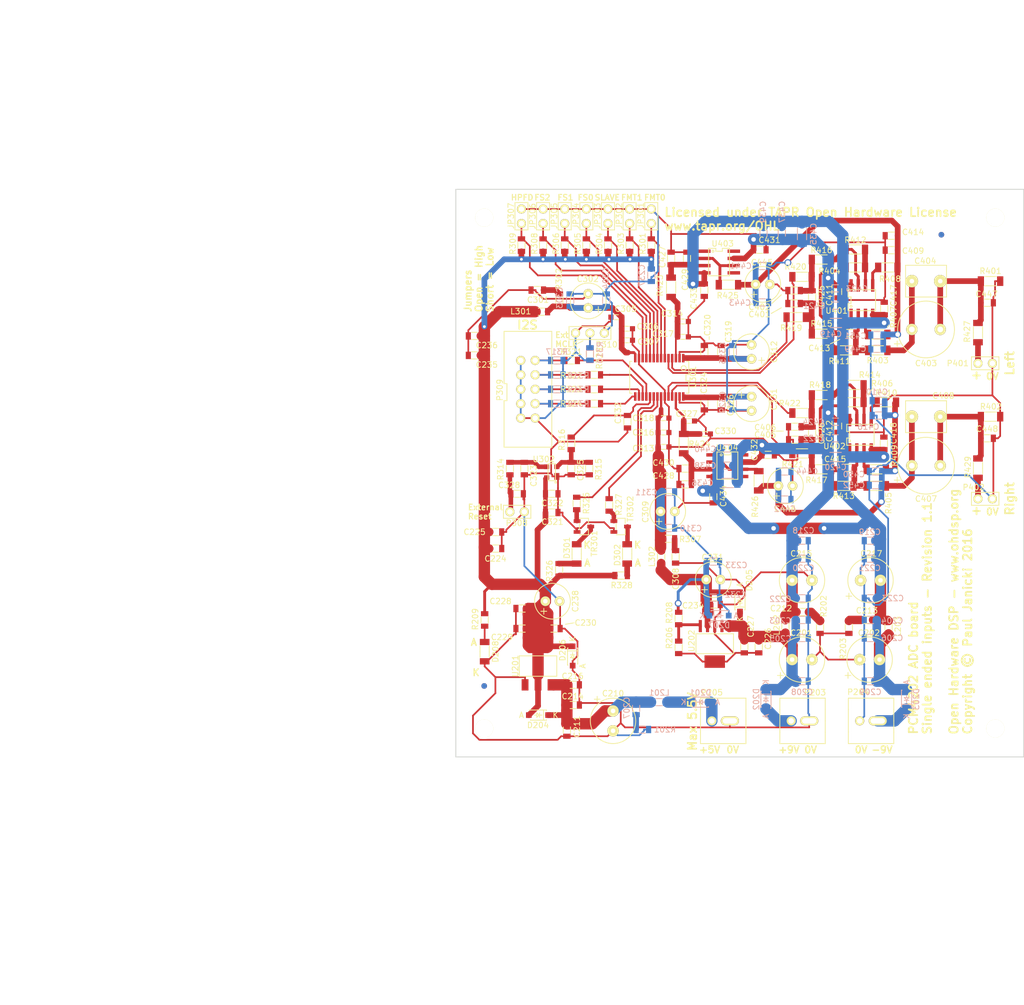
<source format=kicad_pcb>
(kicad_pcb (version 20171130) (host pcbnew "(5.1.12)-1")
  (title_block (title "PCM4202 ADC - Single Ended Inputs") (date 2016-04-20) (rev 1.1) (company "Open Hardware DSP Platform - www.ohdsp.org") (comment 1 "MERCHANTABILITY, SATISFACTORY QUALITY AND FITNESS FOR A PARTICULAR PURPOSE.") (comment 2 "is distributed WITHOUT ANY EXPRESS OR IMPLIED WARRANTY, INCLUDING OF") (comment 3 "Licensed under the TAPR Open Hardware License (www.tapr.org/OHL). This documentation") (comment 4 "Copyright Paul Janicki 2016"))
  (layers (0 F.Cu signal) (31 B.Cu signal) (34 B.Paste user) (35 F.Paste user) (36 B.SilkS user) (37 F.SilkS user) (38 B.Mask user) (39 F.Mask user) (44 Edge.Cuts user))
  (net 0 "")
  (net 1 GNDA)
  (net 2 "Net-(C202-Pad2)")
  (net 3 "Net-(C207-Pad2)")
  (net 4 "Net-(C308-Pad1)")
  (net 5 "Net-(D201-Pad1)")
  (net 6 "Net-(C312-Pad1)")
  (net 7 "Net-(C207-Pad1)")
  (net 8 +9VA)
  (net 9 "Net-(C212-Pad2)")
  (net 10 "Net-(C213-Pad1)")
  (net 11 -9VA)
  (net 12 VDD)
  (net 13 VAA)
  (net 14 "Net-(C301-Pad1)")
  (net 15 /PCM4202/DVDD)
  (net 16 /PCM4202/AVCC)
  (net 17 /InputFilters/VCOML)
  (net 18 "Net-(C323-Pad1)")
  (net 19 "Net-(C324-Pad1)")
  (net 20 "Net-(C325-Pad1)")
  (net 21 /InputFilters/VCOMR)
  (net 22 "Net-(C328-Pad1)")
  (net 23 /PCM4202/ADC_RESET)
  (net 24 "Net-(C402-Pad1)")
  (net 25 "Net-(C403-Pad1)")
  (net 26 "Net-(C403-Pad2)")
  (net 27 "Net-(C405-Pad2)")
  (net 28 "Net-(C407-Pad1)")
  (net 29 "Net-(C407-Pad2)")
  (net 30 "Net-(C413-Pad1)")
  (net 31 "Net-(C413-Pad2)")
  (net 32 "Net-(C415-Pad1)")
  (net 33 "Net-(C415-Pad2)")
  (net 34 "Net-(C427-Pad1)")
  (net 35 "Net-(C428-Pad1)")
  (net 36 /InputFilters/VCML)
  (net 37 /InputFilters/VCMR)
  (net 38 "Net-(D201-Pad2)")
  (net 39 "Net-(D202-Pad1)")
  (net 40 "Net-(D203-Pad2)")
  (net 41 "Net-(D301-Pad1)")
  (net 42 "Net-(D301-Pad2)")
  (net 43 "Net-(D302-Pad1)")
  (net 44 "Net-(D302-Pad2)")
  (net 45 /PCM4202/FMT0)
  (net 46 /PCM4202/FMT1)
  (net 47 /PCM4202/SLAVE)
  (net 48 /PCM4202/FS0)
  (net 49 /PCM4202/FS1)
  (net 50 /PCM4202/FS2)
  (net 51 /PCM4202/HPFD)
  (net 52 "Net-(P309-Pad2)")
  (net 53 "Net-(P309-Pad4)")
  (net 54 "Net-(P309-Pad6)")
  (net 55 "Net-(P309-Pad8)")
  (net 56 "Net-(R206-Pad1)")
  (net 57 /PCM4202/CLIPR)
  (net 58 "Net-(R325-Pad2)")
  (net 59 /PCM4202/CLIPL)
  (net 60 "Net-(R327-Pad2)")
  (net 61 /InputFilters/ANAL+)
  (net 62 /InputFilters/ANAL-)
  (net 63 /InputFilters/ANAR+)
  (net 64 /InputFilters/ANAR-)
  (net 65 "Net-(R425-Pad2)")
  (net 66 "Net-(R426-Pad2)")
  (net 67 "Net-(P310-Pad2)")
  (net 68 "Net-(D208-Pad1)")
  (net 69 VCC)
  (net 70 "Net-(C401-Pad2)")
  (net 71 "Net-(C406-Pad1)")
  (net 72 "Net-(P401-Pad1)")
  (net 73 "Net-(P402-Pad1)")
  (net 74 "Net-(R404-Pad2)")
  (net 75 "Net-(R406-Pad2)")
  (net 76 "Net-(R407-Pad1)")
  (net 77 "Net-(R408-Pad1)")
  (net 78 "Net-(R409-Pad1)")
  (net 79 "Net-(R410-Pad1)")
  (net 80 "Net-(R412-Pad1)")
  (net 81 "Net-(R414-Pad1)")
  (net 82 "Net-(R321-Pad2)")
  (net 83 "Net-(R322-Pad2)")
  (net 84 "Net-(R323-Pad2)")
  (net 85 "Net-(R324-Pad2)")
  (module MyKiCadLibs-Footprints:SMD-0805 (layer F.Cu) (at 167.342 75.324 180)
    (fp_text reference C413 (at 5.335 -2.6675 180) (layer F.SilkS))
    (fp_text value 330p hide)
    (pad 1 smd rect (at -1.1 0 180) (size 0.9 1.3) (layers F.Cu F.Paste F.Mask) (net 30 "Net-(C413-Pad1)"))
    (pad 2 smd rect (at 1.1 0 180) (size 0.9 1.3) (layers F.Cu F.Paste F.Mask) (net 31 "Net-(C413-Pad2)"))
  )
  (module MyKiCadLibs-Footprints:SMD-1206 (layer F.Cu) (at 166.707 78.372)
    (fp_text reference R411 (at -1.143 1.9055) (layer F.SilkS))
    (fp_text value 2k2 hide)
    (pad 1 smd rect (at -1.7 0) (size 1.1 1.7) (layers F.Cu F.Paste F.Mask) (net 31 "Net-(C413-Pad2)"))
    (pad 2 smd rect (at 1.7 0) (size 1.1 1.7) (layers F.Cu F.Paste F.Mask) (net 30 "Net-(C413-Pad1)"))
  )
  (module MyKiCadLibs-Footprints:SMD-1206 (layer F.Cu) (at 189.948 99.122 270)
    (fp_text reference R429 (at -0.176 1.778 270) (layer F.SilkS))
    (fp_text value 1k hide)
    (pad 1 smd rect (at -1.7 0 270) (size 1.1 1.7) (layers F.Cu F.Paste F.Mask) (net 29 "Net-(C407-Pad2)"))
    (pad 2 smd rect (at 1.7 0 270) (size 1.1 1.7) (layers F.Cu F.Paste F.Mask) (net 73 "Net-(P402-Pad1)"))
  )
  (module MyKiCadLibs-Footprints:SMD-1206 (layer F.Cu) (at 189.948 75.246 270)
    (fp_text reference R427 (at -0.176 1.905 90) (layer F.SilkS))
    (fp_text value 1k hide)
    (pad 1 smd rect (at -1.7 0 270) (size 1.1 1.7) (layers F.Cu F.Paste F.Mask) (net 26 "Net-(C403-Pad2)"))
    (pad 2 smd rect (at 1.7 0 270) (size 1.1 1.7) (layers F.Cu F.Paste F.Mask) (net 72 "Net-(P401-Pad1)"))
  )
  (module MyKiCadLibs-Footprints:CAP-TH-D8mmP3.5mm (layer F.Cu) (at 158.96 132.855)
    (fp_text reference C201 (at -0.127 -4.699) (layer F.SilkS))
    (fp_text value 220u hide)
    (pad 1 thru_hole circle (at -1.75 0) (size 2 2) (drill 0.8) (layers *.Cu *.Mask F.SilkS) (net 69 VCC))
    (pad 2 thru_hole circle (at 1.75 0) (size 2 2) (drill 0.8) (layers *.Cu *.Mask F.SilkS) (net 1 GNDA))
  )
  (module MyKiCadLibs-Footprints:CAP-TH-D8mmP3.5mm (layer F.Cu) (at 170.87 132.855)
    (fp_text reference C202 (at -0.127 -4.699) (layer F.SilkS))
    (fp_text value 220u hide)
    (pad 1 thru_hole circle (at -1.75 0) (size 2 2) (drill 0.8) (layers *.Cu *.Mask F.SilkS) (net 1 GNDA))
    (pad 2 thru_hole circle (at 1.75 0) (size 2 2) (drill 0.8) (layers *.Cu *.Mask F.SilkS) (net 2 "Net-(C202-Pad2)"))
  )
  (module MyKiCadLibs-Footprints:SMD-0805 (layer B.Cu) (at 158.96 125.87)
    (fp_text reference C203 (at -3.811 0.1275) (layer B.SilkS) (effects (justify mirror)))
    (fp_text value 22u hide)
    (pad 1 smd rect (at -1.1 0) (size 0.9 1.3) (layers B.Cu B.Paste B.Mask) (net 69 VCC))
    (pad 2 smd rect (at 1.1 0) (size 0.9 1.3) (layers B.Cu B.Paste B.Mask) (net 1 GNDA))
  )
  (module MyKiCadLibs-Footprints:SMD-0805 (layer B.Cu) (at 171.025 125.87)
    (fp_text reference C204 (at 3.809 0.1275) (layer B.SilkS) (effects (justify mirror)))
    (fp_text value 22u hide)
    (pad 1 smd rect (at -1.1 0) (size 0.9 1.3) (layers B.Cu B.Paste B.Mask) (net 1 GNDA))
    (pad 2 smd rect (at 1.1 0) (size 0.9 1.3) (layers B.Cu B.Paste B.Mask) (net 2 "Net-(C202-Pad2)"))
  )
  (module MyKiCadLibs-Footprints:SMD-0805 (layer B.Cu) (at 158.96 129.045)
    (fp_text reference C205 (at -3.811 0.1275) (layer B.SilkS) (effects (justify mirror)))
    (fp_text value 100n hide)
    (pad 1 smd rect (at -1.1 0) (size 0.9 1.3) (layers B.Cu B.Paste B.Mask) (net 69 VCC))
    (pad 2 smd rect (at 1.1 0) (size 0.9 1.3) (layers B.Cu B.Paste B.Mask) (net 1 GNDA))
  )
  (module MyKiCadLibs-Footprints:SMD-0805 (layer B.Cu) (at 171.025 129.045)
    (fp_text reference C206 (at 3.809 0.0005) (layer B.SilkS) (effects (justify mirror)))
    (fp_text value 100n hide)
    (pad 1 smd rect (at -1.1 0) (size 0.9 1.3) (layers B.Cu B.Paste B.Mask) (net 1 GNDA))
    (pad 2 smd rect (at 1.1 0) (size 0.9 1.3) (layers B.Cu B.Paste B.Mask) (net 2 "Net-(C202-Pad2)"))
  )
  (module MyKiCadLibs-Footprints:SMD-0805 (layer B.Cu) (at 129.749 141.448 270)
    (fp_text reference C207 (at -0.0845 1.65 270) (layer B.SilkS) (effects (justify mirror)))
    (fp_text value 100p hide)
    (pad 1 smd rect (at -1.1 0 270) (size 0.9 1.3) (layers B.Cu B.Paste B.Mask) (net 7 "Net-(C207-Pad1)"))
    (pad 2 smd rect (at 1.1 0 270) (size 0.9 1.3) (layers B.Cu B.Paste B.Mask) (net 3 "Net-(C207-Pad2)"))
  )
  (module MyKiCadLibs-Footprints:SMD-0805 (layer B.Cu) (at 158.96 136.665)
    (fp_text reference C208 (at 0 1.905) (layer B.SilkS) (effects (justify mirror)))
    (fp_text value 10n hide)
    (pad 1 smd rect (at -1.1 0) (size 0.9 1.3) (layers B.Cu B.Paste B.Mask) (net 69 VCC))
    (pad 2 smd rect (at 1.1 0) (size 0.9 1.3) (layers B.Cu B.Paste B.Mask) (net 1 GNDA))
  )
  (module MyKiCadLibs-Footprints:SMD-0805 (layer B.Cu) (at 171.025 136.665)
    (fp_text reference C209 (at -0.001 1.905) (layer B.SilkS) (effects (justify mirror)))
    (fp_text value 10n hide)
    (pad 1 smd rect (at -1.1 0) (size 0.9 1.3) (layers B.Cu B.Paste B.Mask) (net 1 GNDA))
    (pad 2 smd rect (at 1.1 0) (size 0.9 1.3) (layers B.Cu B.Paste B.Mask) (net 2 "Net-(C202-Pad2)"))
  )
  (module MyKiCadLibs-Footprints:CAP-TH-D8mmP3.5mm (layer F.Cu) (at 125.685 143.65 270)
    (fp_text reference C210 (at -4.8265 -0.0005) (layer F.SilkS))
    (fp_text value 220u hide)
    (pad 1 thru_hole circle (at -1.75 0 270) (size 2 2) (drill 0.8) (layers *.Cu *.Mask F.SilkS) (net 7 "Net-(C207-Pad1)"))
    (pad 2 thru_hole circle (at 1.75 0 270) (size 2 2) (drill 0.8) (layers *.Cu *.Mask F.SilkS) (net 1 GNDA))
  )
  (module MyKiCadLibs-Footprints:SMD-0805 (layer F.Cu) (at 117.557 145.258 270)
    (fp_text reference C211 (at -0.5925 -1.779 270) (layer F.SilkS))
    (fp_text value 22u hide)
    (pad 1 smd rect (at -1.1 0 270) (size 0.9 1.3) (layers F.Cu F.Paste F.Mask) (net 7 "Net-(C207-Pad1)"))
    (pad 2 smd rect (at 1.1 0 270) (size 0.9 1.3) (layers F.Cu F.Paste F.Mask) (net 1 GNDA))
  )
  (module MyKiCadLibs-Footprints:SMD-0805 (layer F.Cu) (at 159.087 124.473)
    (fp_text reference C212 (at -3.811 -0.6345) (layer F.SilkS))
    (fp_text value 100p hide)
    (pad 1 smd rect (at -1.1 0) (size 0.9 1.3) (layers F.Cu F.Paste F.Mask) (net 8 +9VA))
    (pad 2 smd rect (at 1.1 0) (size 0.9 1.3) (layers F.Cu F.Paste F.Mask) (net 9 "Net-(C212-Pad2)"))
  )
  (module MyKiCadLibs-Footprints:SMD-0805 (layer F.Cu) (at 170.39 125.87)
    (fp_text reference C213 (at -0.001 -1.6505) (layer F.SilkS))
    (fp_text value 100p hide)
    (pad 1 smd rect (at -1.1 0) (size 0.9 1.3) (layers F.Cu F.Paste F.Mask) (net 10 "Net-(C213-Pad1)"))
    (pad 2 smd rect (at 1.1 0) (size 0.9 1.3) (layers F.Cu F.Paste F.Mask) (net 11 -9VA))
  )
  (module MyKiCadLibs-Footprints:SMD-0805 (layer F.Cu) (at 118.657 140.856)
    (fp_text reference C214 (at -0.083 -1.5245) (layer F.SilkS))
    (fp_text value 100n hide)
    (pad 1 smd rect (at -1.1 0) (size 0.9 1.3) (layers F.Cu F.Paste F.Mask) (net 7 "Net-(C207-Pad1)"))
    (pad 2 smd rect (at 1.1 0) (size 0.9 1.3) (layers F.Cu F.Paste F.Mask) (net 1 GNDA))
  )
  (module MyKiCadLibs-Footprints:CAP-TH-D8mmP3.5mm (layer F.Cu) (at 158.96 118.885)
    (fp_text reference C215 (at -0.127 -4.699) (layer F.SilkS))
    (fp_text value 220u hide)
    (pad 1 thru_hole circle (at -1.75 0) (size 2 2) (drill 0.8) (layers *.Cu *.Mask F.SilkS) (net 8 +9VA))
    (pad 2 thru_hole circle (at 1.75 0) (size 2 2) (drill 0.8) (layers *.Cu *.Mask F.SilkS) (net 1 GNDA))
  )
  (module MyKiCadLibs-Footprints:SMD-0805 (layer F.Cu) (at 118.657 137.3)
    (fp_text reference C216 (at -0.083 -1.5245) (layer F.SilkS))
    (fp_text value 10n hide)
    (pad 1 smd rect (at -1.1 0) (size 0.9 1.3) (layers F.Cu F.Paste F.Mask) (net 7 "Net-(C207-Pad1)"))
    (pad 2 smd rect (at 1.1 0) (size 0.9 1.3) (layers F.Cu F.Paste F.Mask) (net 1 GNDA))
  )
  (module MyKiCadLibs-Footprints:CAP-TH-D8mmP3.5mm (layer F.Cu) (at 171.025 118.885)
    (fp_text reference C217 (at 0.127 -4.699) (layer F.SilkS))
    (fp_text value 220u hide)
    (pad 1 thru_hole circle (at -1.75 0) (size 2 2) (drill 0.8) (layers *.Cu *.Mask F.SilkS) (net 1 GNDA))
    (pad 2 thru_hole circle (at 1.75 0) (size 2 2) (drill 0.8) (layers *.Cu *.Mask F.SilkS) (net 11 -9VA))
  )
  (module MyKiCadLibs-Footprints:SMD-0805 (layer B.Cu) (at 158.96 111.9)
    (fp_text reference C218 (at 0.254 -1.778) (layer B.SilkS) (effects (justify mirror)))
    (fp_text value 22u hide)
    (pad 1 smd rect (at -1.1 0) (size 0.9 1.3) (layers B.Cu B.Paste B.Mask) (net 8 +9VA))
    (pad 2 smd rect (at 1.1 0) (size 0.9 1.3) (layers B.Cu B.Paste B.Mask) (net 1 GNDA))
  )
  (module MyKiCadLibs-Footprints:SMD-0805 (layer B.Cu) (at 171.025 111.9)
    (fp_text reference C219 (at -0.127 -1.524) (layer B.SilkS) (effects (justify mirror)))
    (fp_text value 22u hide)
    (pad 1 smd rect (at -1.1 0) (size 0.9 1.3) (layers B.Cu B.Paste B.Mask) (net 1 GNDA))
    (pad 2 smd rect (at 1.1 0) (size 0.9 1.3) (layers B.Cu B.Paste B.Mask) (net 11 -9VA))
  )
  (module MyKiCadLibs-Footprints:SMD-0805 (layer B.Cu) (at 158.96 115.075)
    (fp_text reference C220 (at 0.254 1.651) (layer B.SilkS) (effects (justify mirror)))
    (fp_text value 100n hide)
    (pad 1 smd rect (at -1.1 0) (size 0.9 1.3) (layers B.Cu B.Paste B.Mask) (net 8 +9VA))
    (pad 2 smd rect (at 1.1 0) (size 0.9 1.3) (layers B.Cu B.Paste B.Mask) (net 1 GNDA))
  )
  (module MyKiCadLibs-Footprints:SMD-0805 (layer B.Cu) (at 171.025 115.075)
    (fp_text reference C221 (at -0.127 1.651) (layer B.SilkS) (effects (justify mirror)))
    (fp_text value 100n hide)
    (pad 1 smd rect (at -1.1 0) (size 0.9 1.3) (layers B.Cu B.Paste B.Mask) (net 1 GNDA))
    (pad 2 smd rect (at 1.1 0) (size 0.9 1.3) (layers B.Cu B.Paste B.Mask) (net 11 -9VA))
  )
  (module MyKiCadLibs-Footprints:SMD-0805 (layer B.Cu) (at 158.96 122.06)
    (fp_text reference C222 (at -3.811 0.1275) (layer B.SilkS) (effects (justify mirror)))
    (fp_text value 10n hide)
    (pad 1 smd rect (at -1.1 0) (size 0.9 1.3) (layers B.Cu B.Paste B.Mask) (net 8 +9VA))
    (pad 2 smd rect (at 1.1 0) (size 0.9 1.3) (layers B.Cu B.Paste B.Mask) (net 1 GNDA))
  )
  (module MyKiCadLibs-Footprints:SMD-0805 (layer B.Cu) (at 171.025 122.06)
    (fp_text reference C223 (at 3.937 0) (layer B.SilkS) (effects (justify mirror)))
    (fp_text value 10n hide)
    (pad 1 smd rect (at -1.1 0) (size 0.9 1.3) (layers B.Cu B.Paste B.Mask) (net 1 GNDA))
    (pad 2 smd rect (at 1.1 0) (size 0.9 1.3) (layers B.Cu B.Paste B.Mask) (net 11 -9VA))
  )
  (module MyKiCadLibs-Footprints:SMD-0805 (layer F.Cu) (at 151.34 130.569 270)
    (fp_text reference C226 (at -1.3965 -1.65 270) (layer F.SilkS))
    (fp_text value 22u hide)
    (pad 1 smd rect (at -1.1 0 270) (size 0.9 1.3) (layers F.Cu F.Paste F.Mask) (net 69 VCC))
    (pad 2 smd rect (at 1.1 0 270) (size 0.9 1.3) (layers F.Cu F.Paste F.Mask) (net 1 GNDA))
  )
  (module MyKiCadLibs-Footprints:SMD-0805 (layer F.Cu) (at 148.8 130.569 270)
    (fp_text reference C227 (at -3.5555 -1.142 270) (layer F.SilkS))
    (fp_text value 100n hide)
    (pad 1 smd rect (at -1.1 0 270) (size 0.9 1.3) (layers F.Cu F.Paste F.Mask) (net 69 VCC))
    (pad 2 smd rect (at 1.1 0 270) (size 0.9 1.3) (layers F.Cu F.Paste F.Mask) (net 1 GNDA))
  )
  (module MyKiCadLibs-Footprints:SMD-0805 (layer F.Cu) (at 109.683 123.854 180)
    (fp_text reference C228 (at 3.81 1.27 180) (layer F.SilkS))
    (fp_text value 22u hide)
    (pad 1 smd rect (at -1.1 0 180) (size 0.9 1.3) (layers F.Cu F.Paste F.Mask) (net 12 VDD))
    (pad 2 smd rect (at 1.1 0 180) (size 0.9 1.3) (layers F.Cu F.Paste F.Mask) (net 1 GNDA))
  )
  (module MyKiCadLibs-Footprints:SMD-0805 (layer F.Cu) (at 109.683 127.394 180)
    (fp_text reference C229 (at 3.555 -1.5235 180) (layer F.SilkS))
    (fp_text value 100n hide)
    (pad 1 smd rect (at -1.1 0 180) (size 0.9 1.3) (layers F.Cu F.Paste F.Mask) (net 12 VDD))
    (pad 2 smd rect (at 1.1 0 180) (size 0.9 1.3) (layers F.Cu F.Paste F.Mask) (net 1 GNDA))
  )
  (module MyKiCadLibs-Footprints:SMD-0805 (layer F.Cu) (at 115.271 127.394)
    (fp_text reference C230 (at 5.588 -1.016) (layer F.SilkS))
    (fp_text value 10n hide)
    (pad 1 smd rect (at -1.1 0) (size 0.9 1.3) (layers F.Cu F.Paste F.Mask) (net 12 VDD))
    (pad 2 smd rect (at 1.1 0) (size 0.9 1.3) (layers F.Cu F.Paste F.Mask) (net 1 GNDA))
  )
  (module MyKiCadLibs-Footprints:CAP-TH-D6.3mmP2.5mm (layer F.Cu) (at 143.338 118.758)
    (fp_text reference C231 (at -0.126 -3.937) (layer F.SilkS))
    (fp_text value 220u hide)
    (pad 1 thru_hole circle (at -1.25 0) (size 1.7 1.7) (drill 0.8) (layers *.Cu *.Mask F.SilkS) (net 13 VAA))
    (pad 2 thru_hole circle (at 1.25 0) (size 1.7 1.7) (drill 0.8) (layers *.Cu *.Mask F.SilkS) (net 1 GNDA))
  )
  (module MyKiCadLibs-Footprints:SMD-0805 (layer B.Cu) (at 143.338 121.934)
    (fp_text reference C232 (at 3.937 -0.508) (layer B.SilkS) (effects (justify mirror)))
    (fp_text value 22u hide)
    (pad 1 smd rect (at -1.1 0) (size 0.9 1.3) (layers B.Cu B.Paste B.Mask) (net 13 VAA))
    (pad 2 smd rect (at 1.1 0) (size 0.9 1.3) (layers B.Cu B.Paste B.Mask) (net 1 GNDA))
  )
  (module MyKiCadLibs-Footprints:SMD-0805 (layer B.Cu) (at 143.339 115.584)
    (fp_text reference C233 (at 4.063 0.635) (layer B.SilkS) (effects (justify mirror)))
    (fp_text value 100n hide)
    (pad 1 smd rect (at -1.1 0) (size 0.9 1.3) (layers B.Cu B.Paste B.Mask) (net 13 VAA))
    (pad 2 smd rect (at 1.1 0) (size 0.9 1.3) (layers B.Cu B.Paste B.Mask) (net 1 GNDA))
  )
  (module MyKiCadLibs-Footprints:SMD-0805 (layer F.Cu) (at 143.465 123.14)
    (fp_text reference C234 (at -3.682 0.19) (layer F.SilkS))
    (fp_text value 10n hide)
    (pad 1 smd rect (at -1.1 0) (size 0.9 1.3) (layers F.Cu F.Paste F.Mask) (net 13 VAA))
    (pad 2 smd rect (at 1.1 0) (size 0.9 1.3) (layers F.Cu F.Paste F.Mask) (net 1 GNDA))
  )
  (module MyKiCadLibs-Footprints:SMD-0805 (layer F.Cu) (at 112.35 67.7548 180)
    (fp_text reference C301 (at -0.128 -1.7272 180) (layer F.SilkS))
    (fp_text value 100p hide)
    (pad 1 smd rect (at -1.1 0 180) (size 0.9 1.3) (layers F.Cu F.Paste F.Mask) (net 14 "Net-(C301-Pad1)"))
    (pad 2 smd rect (at 1.1 0 180) (size 0.9 1.3) (layers F.Cu F.Paste F.Mask) (net 1 GNDA))
  )
  (module MyKiCadLibs-Footprints:CAP-TH-D6.3mmP2.5mm (layer F.Cu) (at 121.317 69.6598 90)
    (fp_text reference C302 (at 3.8603 -0.0772 180) (layer F.SilkS))
    (fp_text value 220u hide)
    (pad 1 thru_hole circle (at -1.25 0 90) (size 1.7 1.7) (drill 0.8) (layers *.Cu *.Mask F.SilkS) (net 15 /PCM4202/DVDD))
    (pad 2 thru_hole circle (at 1.25 0 90) (size 1.7 1.7) (drill 0.8) (layers *.Cu *.Mask F.SilkS) (net 1 GNDA))
  )
  (module MyKiCadLibs-Footprints:SMD-0805 (layer B.Cu) (at 118.142 69.5328 90)
    (fp_text reference C303 (at 0.4313 -1.8552 90) (layer B.SilkS) (effects (justify mirror)))
    (fp_text value 22u hide)
    (pad 1 smd rect (at -1.1 0 90) (size 0.9 1.3) (layers B.Cu B.Paste B.Mask) (net 15 /PCM4202/DVDD))
    (pad 2 smd rect (at 1.1 0 90) (size 0.9 1.3) (layers B.Cu B.Paste B.Mask) (net 1 GNDA))
  )
  (module MyKiCadLibs-Footprints:SMD-0805 (layer B.Cu) (at 124.492 69.5328 90)
    (fp_text reference C304 (at 3.8608 -0.0762 90) (layer B.SilkS) (effects (justify mirror)))
    (fp_text value 100n hide)
    (pad 1 smd rect (at -1.1 0 90) (size 0.9 1.3) (layers B.Cu B.Paste B.Mask) (net 15 /PCM4202/DVDD))
    (pad 2 smd rect (at 1.1 0 90) (size 0.9 1.3) (layers B.Cu B.Paste B.Mask) (net 1 GNDA))
  )
  (module MyKiCadLibs-Footprints:SMD-0603 (layer F.Cu) (at 126.259 72.5305 180)
    (fp_text reference C305 (at -1.6485 1.4605 180) (layer F.SilkS))
    (fp_text value 1u hide)
    (pad 1 smd rect (at -0.95 0 180) (size 0.9 0.9) (layers F.Cu F.Paste F.Mask) (net 15 /PCM4202/DVDD))
    (pad 2 smd rect (at 0.95 0 180) (size 0.9 0.9) (layers F.Cu F.Paste F.Mask) (net 1 GNDA))
  )
  (module MyKiCadLibs-Footprints:SMD-0603 (layer F.Cu) (at 128.159 74.5625)
    (fp_text reference C306 (at 3.623 -0.3815) (layer F.SilkS))
    (fp_text value 100n hide)
    (pad 1 smd rect (at -0.95 0) (size 0.9 0.9) (layers F.Cu F.Paste F.Mask) (net 15 /PCM4202/DVDD))
    (pad 2 smd rect (at 0.95 0) (size 0.9 0.9) (layers F.Cu F.Paste F.Mask) (net 1 GNDA))
  )
  (module MyKiCadLibs-Footprints:SMD-0603 (layer F.Cu) (at 128.159 76.5945)
    (fp_text reference C307 (at 3.75 0.2535) (layer F.SilkS))
    (fp_text value 10n hide)
    (pad 1 smd rect (at -0.95 0) (size 0.9 0.9) (layers F.Cu F.Paste F.Mask) (net 15 /PCM4202/DVDD))
    (pad 2 smd rect (at 0.95 0) (size 0.9 0.9) (layers F.Cu F.Paste F.Mask) (net 1 GNDA))
  )
  (module MyKiCadLibs-Footprints:SMD-0805 (layer F.Cu) (at 136.702 114.75 270)
    (fp_text reference C308 (at 3.88151 -0.0317 270) (layer F.SilkS))
    (fp_text value 100p hide)
    (pad 1 smd rect (at -1.1 0 270) (size 0.9 1.3) (layers F.Cu F.Paste F.Mask) (net 4 "Net-(C308-Pad1)"))
    (pad 2 smd rect (at 1.1 0 270) (size 0.9 1.3) (layers F.Cu F.Paste F.Mask) (net 1 GNDA))
  )
  (module MyKiCadLibs-Footprints:CAP-TH-D6.3mmP2.5mm (layer F.Cu) (at 135.305 106.749)
    (fp_text reference C309 (at -3.9053 0.07151 90) (layer F.SilkS))
    (fp_text value 220u hide)
    (pad 1 thru_hole circle (at -1.25 0) (size 1.7 1.7) (drill 0.8) (layers *.Cu *.Mask F.SilkS) (net 16 /PCM4202/AVCC))
    (pad 2 thru_hole circle (at 1.25 0) (size 1.7 1.7) (drill 0.8) (layers *.Cu *.Mask F.SilkS) (net 1 GNDA))
  )
  (module MyKiCadLibs-Footprints:SMD-0805 (layer B.Cu) (at 135.432 109.67)
    (fp_text reference C310 (at 3.9687 0.07151) (layer B.SilkS) (effects (justify mirror)))
    (fp_text value 22u hide)
    (pad 1 smd rect (at -1.1 0) (size 0.9 1.3) (layers B.Cu B.Paste B.Mask) (net 16 /PCM4202/AVCC))
    (pad 2 smd rect (at 1.1 0) (size 0.9 1.3) (layers B.Cu B.Paste B.Mask) (net 1 GNDA))
  )
  (module MyKiCadLibs-Footprints:SMD-0805 (layer B.Cu) (at 135.432 103.32)
    (fp_text reference C311 (at -3.9053 0.07151) (layer B.SilkS) (effects (justify mirror)))
    (fp_text value 100n hide)
    (pad 1 smd rect (at -1.1 0) (size 0.9 1.3) (layers B.Cu B.Paste B.Mask) (net 16 /PCM4202/AVCC))
    (pad 2 smd rect (at 1.1 0) (size 0.9 1.3) (layers B.Cu B.Paste B.Mask) (net 1 GNDA))
  )
  (module MyKiCadLibs-Footprints:CAP-TH-D6.3mmP2.5mm (layer F.Cu) (at 150.07 78.626 90)
    (fp_text reference C312 (at -0.0005 3.983 90) (layer F.SilkS))
    (fp_text value 220u hide)
    (pad 1 thru_hole circle (at -1.25 0 90) (size 1.7 1.7) (drill 0.8) (layers *.Cu *.Mask F.SilkS) (net 6 "Net-(C312-Pad1)"))
    (pad 2 thru_hole circle (at 1.25 0 90) (size 1.7 1.7) (drill 0.8) (layers *.Cu *.Mask F.SilkS) (net 1 GNDA))
  )
  (module MyKiCadLibs-Footprints:SMD-0603 (layer F.Cu) (at 134.575 95.3905)
    (fp_text reference C313 (at -3.556 0.254) (layer F.SilkS))
    (fp_text value 1u hide)
    (pad 1 smd rect (at -0.95 0) (size 0.9 0.9) (layers F.Cu F.Paste F.Mask) (net 16 /PCM4202/AVCC))
    (pad 2 smd rect (at 0.95 0) (size 0.9 0.9) (layers F.Cu F.Paste F.Mask) (net 1 GNDA))
  )
  (module MyKiCadLibs-Footprints:SMD-0805 (layer B.Cu) (at 146.768 78.626 90)
    (fp_text reference C315 (at -0.254 -1.778 90) (layer B.SilkS) (effects (justify mirror)))
    (fp_text value 22u hide)
    (pad 1 smd rect (at -1.1 0 90) (size 0.9 1.3) (layers B.Cu B.Paste B.Mask) (net 6 "Net-(C312-Pad1)"))
    (pad 2 smd rect (at 1.1 0 90) (size 0.9 1.3) (layers B.Cu B.Paste B.Mask) (net 1 GNDA))
  )
  (module MyKiCadLibs-Footprints:SMD-0603 (layer F.Cu) (at 134.575 92.8505)
    (fp_text reference C316 (at -3.556 0) (layer F.SilkS))
    (fp_text value 100n hide)
    (pad 1 smd rect (at -0.95 0) (size 0.9 0.9) (layers F.Cu F.Paste F.Mask) (net 16 /PCM4202/AVCC))
    (pad 2 smd rect (at 0.95 0) (size 0.9 0.9) (layers F.Cu F.Paste F.Mask) (net 1 GNDA))
  )
  (module MyKiCadLibs-Footprints:SMD-0603 (layer F.Cu) (at 134.575 90.3105)
    (fp_text reference C318 (at -3.556 0) (layer F.SilkS))
    (fp_text value 10n hide)
    (pad 1 smd rect (at -0.95 0) (size 0.9 0.9) (layers F.Cu F.Paste F.Mask) (net 16 /PCM4202/AVCC))
    (pad 2 smd rect (at 0.95 0) (size 0.9 0.9) (layers F.Cu F.Paste F.Mask) (net 1 GNDA))
  )
  (module MyKiCadLibs-Footprints:SMD-0805 (layer F.Cu) (at 144.736 78.626 90)
    (fp_text reference C319 (at 3.556 1.27 90) (layer F.SilkS))
    (fp_text value 100n hide)
    (pad 1 smd rect (at -1.1 0 90) (size 0.9 1.3) (layers F.Cu F.Paste F.Mask) (net 6 "Net-(C312-Pad1)"))
    (pad 2 smd rect (at 1.1 0 90) (size 0.9 1.3) (layers F.Cu F.Paste F.Mask) (net 1 GNDA))
  )
  (module MyKiCadLibs-Footprints:SMD-0805 (layer F.Cu) (at 141.768 78.626 90)
    (fp_text reference C320 (at 4.6985 0.554 90) (layer F.SilkS))
    (fp_text value 10n hide)
    (pad 1 smd rect (at -1.1 0 90) (size 0.9 1.3) (layers F.Cu F.Paste F.Mask) (net 6 "Net-(C312-Pad1)"))
    (pad 2 smd rect (at 1.1 0 90) (size 0.9 1.3) (layers F.Cu F.Paste F.Mask) (net 1 GNDA))
  )
  (module MyKiCadLibs-Footprints:SMD-0805 (layer F.Cu) (at 114.891 106.947)
    (fp_text reference C321 (at 0.126 1.6515) (layer F.SilkS))
    (fp_text value 10u hide)
    (pad 1 smd rect (at -1.1 0) (size 0.9 1.3) (layers F.Cu F.Paste F.Mask) (net 12 VDD))
    (pad 2 smd rect (at 1.1 0) (size 0.9 1.3) (layers F.Cu F.Paste F.Mask) (net 1 GNDA))
  )
  (module MyKiCadLibs-Footprints:SMD-0805 (layer F.Cu) (at 114.891 103.645)
    (fp_text reference C322 (at 0.126 1.6515) (layer F.SilkS))
    (fp_text value 100n hide)
    (pad 1 smd rect (at -1.1 0) (size 0.9 1.3) (layers F.Cu F.Paste F.Mask) (net 12 VDD))
    (pad 2 smd rect (at 1.1 0) (size 0.9 1.3) (layers F.Cu F.Paste F.Mask) (net 1 GNDA))
  )
  (module MyKiCadLibs-Footprints:SMD-0805 (layer F.Cu) (at 110.065 99.2 270)
    (fp_text reference C323 (at 1.2705 -1.65 270) (layer F.SilkS))
    (fp_text value 100n hide)
    (pad 1 smd rect (at -1.1 0 270) (size 0.9 1.3) (layers F.Cu F.Paste F.Mask) (net 18 "Net-(C323-Pad1)"))
    (pad 2 smd rect (at 1.1 0 270) (size 0.9 1.3) (layers F.Cu F.Paste F.Mask) (net 1 GNDA))
  )
  (module MyKiCadLibs-Footprints:SMD-0805 (layer F.Cu) (at 141.768 87.77 270)
    (fp_text reference C324 (at -3.6825 0.081 270) (layer F.SilkS))
    (fp_text value 10n hide)
    (pad 1 smd rect (at -1.1 0 270) (size 0.9 1.3) (layers F.Cu F.Paste F.Mask) (net 19 "Net-(C324-Pad1)"))
    (pad 2 smd rect (at 1.1 0 270) (size 0.9 1.3) (layers F.Cu F.Paste F.Mask) (net 1 GNDA))
  )
  (module MyKiCadLibs-Footprints:SMD-0805 (layer F.Cu) (at 118.32 99.2 270)
    (fp_text reference C325 (at 0.254 -1.65 270) (layer F.SilkS))
    (fp_text value N/F hide)
    (pad 1 smd rect (at -1.1 0 270) (size 0.9 1.3) (layers F.Cu F.Paste F.Mask) (net 20 "Net-(C325-Pad1)"))
    (pad 2 smd rect (at 1.1 0 270) (size 0.9 1.3) (layers F.Cu F.Paste F.Mask) (net 1 GNDA))
  )
  (module MyKiCadLibs-Footprints:SMD-0805 (layer F.Cu) (at 144.736 87.77 270)
    (fp_text reference C326 (at 0.254 -1.651 270) (layer F.SilkS))
    (fp_text value 100n hide)
    (pad 1 smd rect (at -1.1 0 270) (size 0.9 1.3) (layers F.Cu F.Paste F.Mask) (net 19 "Net-(C324-Pad1)"))
    (pad 2 smd rect (at 1.1 0 270) (size 0.9 1.3) (layers F.Cu F.Paste F.Mask) (net 1 GNDA))
  )
  (module MyKiCadLibs-Footprints:SMD-0805 (layer F.Cu) (at 108.795 103.645)
    (fp_text reference C328 (at -1.398 -1.524) (layer F.SilkS))
    (fp_text value 100n hide)
    (pad 1 smd rect (at -1.1 0) (size 0.9 1.3) (layers F.Cu F.Paste F.Mask) (net 22 "Net-(C328-Pad1)"))
    (pad 2 smd rect (at 1.1 0) (size 0.9 1.3) (layers F.Cu F.Paste F.Mask) (net 1 GNDA))
  )
  (module MyKiCadLibs-Footprints:SMD-0805 (layer B.Cu) (at 146.768 87.77 270)
    (fp_text reference C329 (at -0.254 1.778 270) (layer B.SilkS) (effects (justify mirror)))
    (fp_text value 22u hide)
    (pad 1 smd rect (at -1.1 0 270) (size 0.9 1.3) (layers B.Cu B.Paste B.Mask) (net 19 "Net-(C324-Pad1)"))
    (pad 2 smd rect (at 1.1 0 270) (size 0.9 1.3) (layers B.Cu B.Paste B.Mask) (net 1 GNDA))
  )
  (module MyKiCadLibs-Footprints:CAP-TH-D6.3mmP2.5mm (layer F.Cu) (at 150.07 87.77 270)
    (fp_text reference C331 (at -0.762 -3.937 270) (layer F.SilkS))
    (fp_text value 220u hide)
    (pad 1 thru_hole circle (at -1.25 0 270) (size 1.7 1.7) (drill 0.8) (layers *.Cu *.Mask F.SilkS) (net 19 "Net-(C324-Pad1)"))
    (pad 2 thru_hole circle (at 1.25 0 270) (size 1.7 1.7) (drill 0.8) (layers *.Cu *.Mask F.SilkS) (net 1 GNDA))
  )
  (module MyKiCadLibs-Footprints:SMD-0805 (layer F.Cu) (at 128.225 90.945 270)
    (fp_text reference C332 (at -1.5235 1.652 270) (layer F.SilkS))
    (fp_text value 100n hide)
    (pad 1 smd rect (at -1.1 0 270) (size 0.9 1.3) (layers F.Cu F.Paste F.Mask) (net 23 /PCM4202/ADC_RESET))
    (pad 2 smd rect (at 1.1 0 270) (size 0.9 1.3) (layers F.Cu F.Paste F.Mask) (net 1 GNDA))
  )
  (module MyKiCadLibs-Footprints:SMD-0805 (layer F.Cu) (at 157.562 70.1175)
    (fp_text reference C401 (at -6.096 1.905) (layer F.SilkS))
    (fp_text value 100p hide)
    (pad 1 smd rect (at -1.1 0) (size 0.9 1.3) (layers F.Cu F.Paste F.Mask) (net 1 GNDA))
    (pad 2 smd rect (at 1.1 0) (size 0.9 1.3) (layers F.Cu F.Paste F.Mask) (net 70 "Net-(C401-Pad2)"))
  )
  (module MyKiCadLibs-Footprints:SMD-0805 (layer F.Cu) (at 157.562 67.8315 180)
    (fp_text reference C402 (at 6.096 -2.921 180) (layer F.SilkS))
    (fp_text value 100p hide)
    (pad 1 smd rect (at -1.1 0 180) (size 0.9 1.3) (layers F.Cu F.Paste F.Mask) (net 24 "Net-(C402-Pad1)"))
    (pad 2 smd rect (at 1.1 0 180) (size 0.9 1.3) (layers F.Cu F.Paste F.Mask) (net 1 GNDA))
  )
  (module MyKiCadLibs-Footprints:CAP-TH-D10mmP5mm (layer F.Cu) (at 180.803 74.6895)
    (fp_text reference C403 (at 0 5.9685) (layer F.SilkS))
    (fp_text value 100u hide)
    (pad 1 thru_hole circle (at -2.5 0) (size 2 2) (drill 1) (layers *.Cu *.Mask F.SilkS) (net 25 "Net-(C403-Pad1)"))
    (pad 2 thru_hole circle (at 2.5 0) (size 2 2) (drill 1) (layers *.Cu *.Mask F.SilkS) (net 26 "Net-(C403-Pad2)"))
  )
  (module MyKiCadLibs-Footprints:CAP_TH_5mm (layer F.Cu) (at 180.803 66.1805 180)
    (fp_text reference C404 (at 0.127 3.556 180) (layer F.SilkS))
    (fp_text value 100n hide)
    (pad 1 thru_hole circle (at -2.5 0 180) (size 2.2 2.2) (drill 0.8) (layers *.Cu *.Mask F.SilkS) (net 26 "Net-(C403-Pad2)"))
    (pad 2 thru_hole circle (at 2.5 0 180) (size 2.2 2.2) (drill 0.8) (layers *.Cu *.Mask F.SilkS) (net 25 "Net-(C403-Pad1)"))
  )
  (module MyKiCadLibs-Footprints:CAP-TH-D10mmP5mm (layer F.Cu) (at 180.803 98.6925)
    (fp_text reference C407 (at 0.001 5.8415) (layer F.SilkS))
    (fp_text value 100u hide)
    (pad 1 thru_hole circle (at -2.5 0) (size 2 2) (drill 1) (layers *.Cu *.Mask F.SilkS) (net 28 "Net-(C407-Pad1)"))
    (pad 2 thru_hole circle (at 2.5 0) (size 2 2) (drill 1) (layers *.Cu *.Mask F.SilkS) (net 29 "Net-(C407-Pad2)"))
  )
  (module MyKiCadLibs-Footprints:CAP_TH_5mm (layer F.Cu) (at 180.803 90.0565 180)
    (fp_text reference C408 (at -3.048 3.683 180) (layer F.SilkS))
    (fp_text value 100n hide)
    (pad 1 thru_hole circle (at -2.5 0 180) (size 2.2 2.2) (drill 0.8) (layers *.Cu *.Mask F.SilkS) (net 29 "Net-(C407-Pad2)"))
    (pad 2 thru_hole circle (at 2.5 0 180) (size 2.2 2.2) (drill 0.8) (layers *.Cu *.Mask F.SilkS) (net 28 "Net-(C407-Pad1)"))
  )
  (module MyKiCadLibs-Footprints:SMD-0805 (layer F.Cu) (at 165.31 68.022 270)
    (fp_text reference C411 (at 0.5715 1.525 270) (layer F.SilkS))
    (fp_text value 100n hide)
    (pad 1 smd rect (at -1.1 0 270) (size 0.9 1.3) (layers F.Cu F.Paste F.Mask) (net 8 +9VA))
    (pad 2 smd rect (at 1.1 0 270) (size 0.9 1.3) (layers F.Cu F.Paste F.Mask) (net 1 GNDA))
  )
  (module MyKiCadLibs-Footprints:SMD-0805 (layer F.Cu) (at 165.309 91.7075 270)
    (fp_text reference C412 (at 0.889 1.524 270) (layer F.SilkS))
    (fp_text value 100n hide)
    (pad 1 smd rect (at -1.1 0 270) (size 0.9 1.3) (layers F.Cu F.Paste F.Mask) (net 8 +9VA))
    (pad 2 smd rect (at 1.1 0 270) (size 0.9 1.3) (layers F.Cu F.Paste F.Mask) (net 1 GNDA))
  )
  (module MyKiCadLibs-Footprints:SMD-0805 (layer F.Cu) (at 167.075 99.0735 180)
    (fp_text reference C415 (at 2.274 1.524 180) (layer F.SilkS))
    (fp_text value 330p hide)
    (pad 1 smd rect (at -1.1 0 180) (size 0.9 1.3) (layers F.Cu F.Paste F.Mask) (net 32 "Net-(C415-Pad1)"))
    (pad 2 smd rect (at 1.1 0 180) (size 0.9 1.3) (layers F.Cu F.Paste F.Mask) (net 33 "Net-(C415-Pad2)"))
  )
  (module MyKiCadLibs-Footprints:SMD-0805 (layer F.Cu) (at 173.437 71.0065 270)
    (fp_text reference C417 (at -2.286 -1.651 270) (layer F.SilkS))
    (fp_text value 100n hide)
    (pad 1 smd rect (at -1.1 0 270) (size 0.9 1.3) (layers F.Cu F.Paste F.Mask) (net 1 GNDA))
    (pad 2 smd rect (at 1.1 0 270) (size 0.9 1.3) (layers F.Cu F.Paste F.Mask) (net 11 -9VA))
  )
  (module MyKiCadLibs-Footprints:SMD-0805 (layer F.Cu) (at 173.374 94.7555 270)
    (fp_text reference C418 (at -1.778 -1.7145 90) (layer F.SilkS))
    (fp_text value 100n hide)
    (pad 1 smd rect (at -1.1 0 270) (size 0.9 1.3) (layers F.Cu F.Paste F.Mask) (net 1 GNDA))
    (pad 2 smd rect (at 1.1 0 270) (size 0.9 1.3) (layers F.Cu F.Paste F.Mask) (net 11 -9VA))
  )
  (module MyKiCadLibs-Footprints:SMD-1206 (layer B.Cu) (at 164.928 73.5465)
    (fp_text reference C419 (at -0.888 1.9563) (layer B.SilkS) (effects (justify mirror)))
    (fp_text value 10u hide)
    (pad 1 smd rect (at -1.7 0) (size 1.1 1.7) (layers B.Cu B.Paste B.Mask) (net 8 +9VA))
    (pad 2 smd rect (at 1.7 0) (size 1.1 1.7) (layers B.Cu B.Paste B.Mask) (net 11 -9VA))
  )
  (module MyKiCadLibs-Footprints:SMD-1206 (layer B.Cu) (at 164.878 97.1685)
    (fp_text reference C420 (at 0 1.7775) (layer B.SilkS) (effects (justify mirror)))
    (fp_text value 10u hide)
    (pad 1 smd rect (at -1.7 0) (size 1.1 1.7) (layers B.Cu B.Paste B.Mask) (net 8 +9VA))
    (pad 2 smd rect (at 1.7 0) (size 1.1 1.7) (layers B.Cu B.Paste B.Mask) (net 11 -9VA))
  )
  (module MyKiCadLibs-Footprints:SMD-0805 (layer B.Cu) (at 164.827 70.4985)
    (fp_text reference C421 (at -3.7094 0.0513) (layer B.SilkS) (effects (justify mirror)))
    (fp_text value 100n hide)
    (pad 1 smd rect (at -1.1 0) (size 0.9 1.3) (layers B.Cu B.Paste B.Mask) (net 8 +9VA))
    (pad 2 smd rect (at 1.1 0) (size 0.9 1.3) (layers B.Cu B.Paste B.Mask) (net 11 -9VA))
  )
  (module MyKiCadLibs-Footprints:SMD-0805 (layer B.Cu) (at 164.801 93.8665)
    (fp_text reference C422 (at -3.7348 0.0005) (layer B.SilkS) (effects (justify mirror)))
    (fp_text value 100n hide)
    (pad 1 smd rect (at -1.1 0) (size 0.9 1.3) (layers B.Cu B.Paste B.Mask) (net 8 +9VA))
    (pad 2 smd rect (at 1.1 0) (size 0.9 1.3) (layers B.Cu B.Paste B.Mask) (net 11 -9VA))
  )
  (module MyKiCadLibs-Footprints:SMD-0805 (layer B.Cu) (at 164.827 67.4505)
    (fp_text reference C423 (at 3.7836 0.0767) (layer B.SilkS) (effects (justify mirror)))
    (fp_text value 10n hide)
    (pad 1 smd rect (at -1.1 0) (size 0.9 1.3) (layers B.Cu B.Paste B.Mask) (net 8 +9VA))
    (pad 2 smd rect (at 1.1 0) (size 0.9 1.3) (layers B.Cu B.Paste B.Mask) (net 11 -9VA))
  )
  (module MyKiCadLibs-Footprints:SMD-0805 (layer B.Cu) (at 164.853 90.945)
    (fp_text reference C424 (at -3.8608 0.064) (layer B.SilkS) (effects (justify mirror)))
    (fp_text value 10n hide)
    (pad 1 smd rect (at -1.1 0) (size 0.9 1.3) (layers B.Cu B.Paste B.Mask) (net 8 +9VA))
    (pad 2 smd rect (at 1.1 0) (size 0.9 1.3) (layers B.Cu B.Paste B.Mask) (net 11 -9VA))
  )
  (module MyKiCadLibs-Footprints:SMD-0805 (layer F.Cu) (at 160.738 68.974 90)
    (fp_text reference C425 (at 0.1265 1.65 90) (layer F.SilkS))
    (fp_text value 2n7 hide)
    (pad 1 smd rect (at -1.1 0 90) (size 0.9 1.3) (layers F.Cu F.Paste F.Mask) (net 70 "Net-(C401-Pad2)"))
    (pad 2 smd rect (at 1.1 0 90) (size 0.9 1.3) (layers F.Cu F.Paste F.Mask) (net 24 "Net-(C402-Pad1)"))
  )
  (module MyKiCadLibs-Footprints:SMD-0805 (layer F.Cu) (at 160.738 92.977 90)
    (fp_text reference C426 (at -0.0005 1.65 90) (layer F.SilkS))
    (fp_text value 2n7 hide)
    (pad 1 smd rect (at -1.1 0 90) (size 0.9 1.3) (layers F.Cu F.Paste F.Mask) (net 27 "Net-(C405-Pad2)"))
    (pad 2 smd rect (at 1.1 0 90) (size 0.9 1.3) (layers F.Cu F.Paste F.Mask) (net 71 "Net-(C406-Pad1)"))
  )
  (module MyKiCadLibs-Footprints:SMD-0805 (layer F.Cu) (at 135.91 62.1795 90)
    (fp_text reference C427 (at 0.254 -1.524 90) (layer F.SilkS))
    (fp_text value 100n hide)
    (pad 1 smd rect (at -1.1 0 90) (size 0.9 1.3) (layers F.Cu F.Paste F.Mask) (net 34 "Net-(C427-Pad1)"))
    (pad 2 smd rect (at 1.1 0 90) (size 0.9 1.3) (layers F.Cu F.Paste F.Mask) (net 1 GNDA))
  )
  (module MyKiCadLibs-Footprints:SMD-0805 (layer F.Cu) (at 138.385 101.994 180)
    (fp_text reference C428 (at 3.81 1.524 180) (layer F.SilkS))
    (fp_text value 100n hide)
    (pad 1 smd rect (at -1.1 0 180) (size 0.9 1.3) (layers F.Cu F.Paste F.Mask) (net 35 "Net-(C428-Pad1)"))
    (pad 2 smd rect (at 1.1 0 180) (size 0.9 1.3) (layers F.Cu F.Paste F.Mask) (net 1 GNDA))
  )
  (module MyKiCadLibs-Footprints:SMD-0805 (layer F.Cu) (at 138.704 62.1795 90)
    (fp_text reference C429 (at -3.7465 -0.3175 90) (layer F.SilkS))
    (fp_text value 10n hide)
    (pad 1 smd rect (at -1.1 0 90) (size 0.9 1.3) (layers F.Cu F.Paste F.Mask) (net 34 "Net-(C427-Pad1)"))
    (pad 2 smd rect (at 1.1 0 90) (size 0.9 1.3) (layers F.Cu F.Paste F.Mask) (net 1 GNDA))
  )
  (module MyKiCadLibs-Footprints:SMD-0805 (layer F.Cu) (at 138.385 99.2005 180)
    (fp_text reference C430 (at 3.81 1.016 180) (layer F.SilkS))
    (fp_text value 10n hide)
    (pad 1 smd rect (at -1.1 0 180) (size 0.9 1.3) (layers F.Cu F.Paste F.Mask) (net 35 "Net-(C428-Pad1)"))
    (pad 2 smd rect (at 1.1 0 180) (size 0.9 1.3) (layers F.Cu F.Paste F.Mask) (net 1 GNDA))
  )
  (module MyKiCadLibs-Footprints:SMD-0805 (layer F.Cu) (at 151.53 60.6555)
    (fp_text reference C431 (at 1.7135 -1.714) (layer F.SilkS))
    (fp_text value 100n hide)
    (pad 1 smd rect (at -1.1 0) (size 0.9 1.3) (layers F.Cu F.Paste F.Mask) (net 8 +9VA))
    (pad 2 smd rect (at 1.1 0) (size 0.9 1.3) (layers F.Cu F.Paste F.Mask) (net 1 GNDA))
  )
  (module MyKiCadLibs-Footprints:SMD-0805 (layer F.Cu) (at 152.991 96.787)
    (fp_text reference C432 (at -2.414 -0.8885 90) (layer F.SilkS))
    (fp_text value 100n hide)
    (pad 1 smd rect (at -1.1 0) (size 0.9 1.3) (layers F.Cu F.Paste F.Mask) (net 8 +9VA))
    (pad 2 smd rect (at 1.1 0) (size 0.9 1.3) (layers F.Cu F.Paste F.Mask) (net 1 GNDA))
  )
  (module MyKiCadLibs-Footprints:SMD-0805 (layer F.Cu) (at 141.752 67.7675 90)
    (fp_text reference C433 (at -1.461 -1.8425 90) (layer F.SilkS))
    (fp_text value 100n hide)
    (pad 1 smd rect (at -1.1 0 90) (size 0.9 1.3) (layers F.Cu F.Paste F.Mask) (net 1 GNDA))
    (pad 2 smd rect (at 1.1 0 90) (size 0.9 1.3) (layers F.Cu F.Paste F.Mask) (net 11 -9VA))
  )
  (module MyKiCadLibs-Footprints:SMD-0805 (layer F.Cu) (at 143.339 104.153 90)
    (fp_text reference C434 (at 0.1265 1.777 90) (layer F.SilkS))
    (fp_text value 100n hide)
    (pad 1 smd rect (at -1.1 0 90) (size 0.9 1.3) (layers F.Cu F.Paste F.Mask) (net 1 GNDA))
    (pad 2 smd rect (at 1.1 0 90) (size 0.9 1.3) (layers F.Cu F.Paste F.Mask) (net 11 -9VA))
  )
  (module MyKiCadLibs-Footprints:SMD-1206 (layer B.Cu) (at 158.959 57.8742 90)
    (fp_text reference C435 (at 0 2.033 90) (layer B.SilkS) (effects (justify mirror)))
    (fp_text value 10u hide)
    (pad 1 smd rect (at -1.7 0 90) (size 1.1 1.7) (layers B.Cu B.Paste B.Mask) (net 8 +9VA))
    (pad 2 smd rect (at 1.7 0 90) (size 1.1 1.7) (layers B.Cu B.Paste B.Mask) (net 11 -9VA))
  )
  (module MyKiCadLibs-Footprints:SMD-1206 (layer B.Cu) (at 145.879 101.74 180)
    (fp_text reference C436 (at 4.445 0.0005 180) (layer B.SilkS) (effects (justify mirror)))
    (fp_text value 10u hide)
    (pad 1 smd rect (at -1.7 0 180) (size 1.1 1.7) (layers B.Cu B.Paste B.Mask) (net 8 +9VA))
    (pad 2 smd rect (at 1.7 0 180) (size 1.1 1.7) (layers B.Cu B.Paste B.Mask) (net 11 -9VA))
  )
  (module MyKiCadLibs-Footprints:SMD-0805 (layer B.Cu) (at 155.403 57.7218 90)
    (fp_text reference C437 (at 3.7338 0.0498 90) (layer B.SilkS) (effects (justify mirror)))
    (fp_text value 100n hide)
    (pad 1 smd rect (at -1.1 0 90) (size 0.9 1.3) (layers B.Cu B.Paste B.Mask) (net 8 +9VA))
    (pad 2 smd rect (at 1.1 0 90) (size 0.9 1.3) (layers B.Cu B.Paste B.Mask) (net 11 -9VA))
  )
  (module MyKiCadLibs-Footprints:SMD-0805 (layer B.Cu) (at 145.752 98.6925 180)
    (fp_text reference C438 (at 3.811 -0.0005 180) (layer B.SilkS) (effects (justify mirror)))
    (fp_text value 100n hide)
    (pad 1 smd rect (at -1.1 0 180) (size 0.9 1.3) (layers B.Cu B.Paste B.Mask) (net 8 +9VA))
    (pad 2 smd rect (at 1.1 0 180) (size 0.9 1.3) (layers B.Cu B.Paste B.Mask) (net 11 -9VA))
  )
  (module MyKiCadLibs-Footprints:SMD-0805 (layer B.Cu) (at 152.178 57.7296 90)
    (fp_text reference C439 (at 3.7416 -0.0762 90) (layer B.SilkS) (effects (justify mirror)))
    (fp_text value 10n hide)
    (pad 1 smd rect (at -1.1 0 90) (size 0.9 1.3) (layers B.Cu B.Paste B.Mask) (net 8 +9VA))
    (pad 2 smd rect (at 1.1 0 90) (size 0.9 1.3) (layers B.Cu B.Paste B.Mask) (net 11 -9VA))
  )
  (module MyKiCadLibs-Footprints:SMD-0805 (layer B.Cu) (at 145.751 95.6445 180)
    (fp_text reference C440 (at 3.811 -0.1275 180) (layer B.SilkS) (effects (justify mirror)))
    (fp_text value 10n hide)
    (pad 1 smd rect (at -1.1 0 180) (size 0.9 1.3) (layers B.Cu B.Paste B.Mask) (net 8 +9VA))
    (pad 2 smd rect (at 1.1 0 180) (size 0.9 1.3) (layers B.Cu B.Paste B.Mask) (net 11 -9VA))
  )
  (module MyKiCadLibs-Footprints:SMD-0805 (layer B.Cu) (at 151.975 63.513)
    (fp_text reference C441 (at -3.811 0.0005) (layer B.SilkS) (effects (justify mirror)))
    (fp_text value 100n hide)
    (pad 1 smd rect (at -1.1 0) (size 0.9 1.3) (layers B.Cu B.Paste B.Mask) (net 36 /InputFilters/VCML))
    (pad 2 smd rect (at 1.1 0) (size 0.9 1.3) (layers B.Cu B.Paste B.Mask) (net 1 GNDA))
  )
  (module MyKiCadLibs-Footprints:SMD-0805 (layer B.Cu) (at 155.912 104.661)
    (fp_text reference C442 (at -0.001 1.651) (layer B.SilkS) (effects (justify mirror)))
    (fp_text value 100n hide)
    (pad 1 smd rect (at -1.1 0) (size 0.9 1.3) (layers B.Cu B.Paste B.Mask) (net 37 /InputFilters/VCMR))
    (pad 2 smd rect (at 1.1 0) (size 0.9 1.3) (layers B.Cu B.Paste B.Mask) (net 1 GNDA))
  )
  (module MyKiCadLibs-Footprints:SMD-0805 (layer B.Cu) (at 151.975 69.9265)
    (fp_text reference C443 (at -3.938 0.064) (layer B.SilkS) (effects (justify mirror)))
    (fp_text value 10n hide)
    (pad 1 smd rect (at -1.1 0) (size 0.9 1.3) (layers B.Cu B.Paste B.Mask) (net 36 /InputFilters/VCML))
    (pad 2 smd rect (at 1.1 0) (size 0.9 1.3) (layers B.Cu B.Paste B.Mask) (net 1 GNDA))
  )
  (module MyKiCadLibs-Footprints:SMD-0805 (layer B.Cu) (at 155.912 99.708)
    (fp_text reference C444 (at 3.936 0.0005) (layer B.SilkS) (effects (justify mirror)))
    (fp_text value 10n hide)
    (pad 1 smd rect (at -1.1 0) (size 0.9 1.3) (layers B.Cu B.Paste B.Mask) (net 37 /InputFilters/VCMR))
    (pad 2 smd rect (at 1.1 0) (size 0.9 1.3) (layers B.Cu B.Paste B.Mask) (net 1 GNDA))
  )
  (module MyKiCadLibs-Footprints:DIODE-SOD-123 (layer F.Cu) (at 112.555 142.634 180)
    (fp_text reference D204 (at 0.078 -1.778 180) (layer F.SilkS))
    (fp_text value SS14L hide)
    (fp_text user K (at -3 0 180) (layer F.SilkS))
    (fp_text user A (at 3 0 180) (layer F.SilkS))
    (pad 2 smd rect (at -1.7 0 180) (size 1 1) (layers F.Cu F.Paste F.Mask) (net 7 "Net-(C207-Pad1)"))
    (pad 1 smd rect (at 1.7 0 180) (size 1 1) (layers F.Cu F.Paste F.Mask) (net 12 VDD))
  )
  (module MyKiCadLibs-Footprints:DIODE-SOD-123 (layer F.Cu) (at 148.037 122.696 90)
    (fp_text reference D205 (at 3.81 1.651 90) (layer F.SilkS))
    (fp_text value SS14L hide)
    (fp_text user K (at -3 0 90) (layer F.SilkS))
    (fp_text user A (at 3 0 90) (layer F.SilkS))
    (pad 2 smd rect (at -1.7 0 90) (size 1 1) (layers F.Cu F.Paste F.Mask) (net 69 VCC))
    (pad 1 smd rect (at 1.7 0 90) (size 1 1) (layers F.Cu F.Paste F.Mask) (net 13 VAA))
  )
  (module MyKiCadLibs-Footprints:DIODE-SOD-123 (layer F.Cu) (at 118.573 132.22 270)
    (fp_text reference D206 (at -1.016 1.778 270) (layer F.SilkS))
    (fp_text value SS14L hide)
    (fp_text user K (at -3 0 270) (layer F.SilkS))
    (fp_text user A (at 1.778 -1.778 270) (layer F.SilkS))
    (pad 2 smd rect (at -1.7 0 270) (size 1 1) (layers F.Cu F.Paste F.Mask) (net 12 VDD))
    (pad 1 smd rect (at 1.7 0 270) (size 1 1) (layers F.Cu F.Paste F.Mask) (net 1 GNDA))
  )
  (module MyKiCadLibs-Footprints:DIODE-SOD-123 (layer B.Cu) (at 144.354 125.108)
    (fp_text reference D207 (at 0 1.7) (layer B.SilkS) (effects (justify mirror)))
    (fp_text value SS14L hide)
    (fp_text user K (at -3 0) (layer B.SilkS) (effects (justify mirror)))
    (fp_text user A (at 3 0) (layer B.SilkS) (effects (justify mirror)))
    (pad 2 smd rect (at -1.7 0) (size 1 1) (layers B.Cu B.Paste B.Mask) (net 13 VAA))
    (pad 1 smd rect (at 1.7 0) (size 1 1) (layers B.Cu B.Paste B.Mask) (net 1 GNDA))
  )
  (module MyKiCadLibs-Footprints:SMD-1206 (layer F.Cu) (at 119.285 114.237 90)
    (fp_text reference D301 (at 1.0668 -1.7272 90) (layer F.SilkS))
    (fp_text value "Red LED 1206" hide)
    (pad 1 smd rect (at -1.7 0 90) (size 1.1 1.7) (layers F.Cu F.Paste F.Mask) (net 41 "Net-(D301-Pad1)"))
    (pad 2 smd rect (at 1.7 0 90) (size 1.1 1.7) (layers F.Cu F.Paste F.Mask) (net 42 "Net-(D301-Pad2)"))
  )
  (module MyKiCadLibs-Footprints:SMD-1206 (layer F.Cu) (at 128.175 114.237 90)
    (fp_text reference D302 (at -0.2032 -1.7282 90) (layer F.SilkS))
    (fp_text value "Red LED 1206" hide)
    (pad 1 smd rect (at -1.7 0 90) (size 1.1 1.7) (layers F.Cu F.Paste F.Mask) (net 43 "Net-(D302-Pad1)"))
    (pad 2 smd rect (at 1.7 0 90) (size 1.1 1.7) (layers F.Cu F.Paste F.Mask) (net 44 "Net-(D302-Pad2)"))
  )
  (module MyKiCadLibs-Footprints:SMD-0805 (layer B.Cu) (at 133.813 140.348 180)
    (fp_text reference L201 (at 0.001 1.6515 180) (layer B.SilkS) (effects (justify mirror)))
    (fp_text value 600R@100MHz hide)
    (pad 1 smd rect (at -1.1 0 180) (size 0.9 1.3) (layers B.Cu B.Paste B.Mask) (net 38 "Net-(D201-Pad2)"))
    (pad 2 smd rect (at 1.1 0 180) (size 0.9 1.3) (layers B.Cu B.Paste B.Mask) (net 7 "Net-(C207-Pad1)"))
  )
  (module MyKiCadLibs-Footprints:SMD-0805 (layer F.Cu) (at 156.039 127.013 90)
    (fp_text reference L202 (at 0.254 -1.524 90) (layer F.SilkS))
    (fp_text value 600R@100MHz hide)
    (pad 1 smd rect (at -1.1 0 90) (size 0.9 1.3) (layers F.Cu F.Paste F.Mask) (net 69 VCC))
    (pad 2 smd rect (at 1.1 0 90) (size 0.9 1.3) (layers F.Cu F.Paste F.Mask) (net 8 +9VA))
  )
  (module MyKiCadLibs-Footprints:SMD-0805 (layer F.Cu) (at 174.2 127.14 90)
    (fp_text reference L203 (at 0.1265 1.65 90) (layer F.SilkS))
    (fp_text value 600R@100MHz hide)
    (pad 1 smd rect (at -1.1 0 90) (size 0.9 1.3) (layers F.Cu F.Paste F.Mask) (net 2 "Net-(C202-Pad2)"))
    (pad 2 smd rect (at 1.1 0 90) (size 0.9 1.3) (layers F.Cu F.Paste F.Mask) (net 11 -9VA))
  )
  (module MyKiCadLibs-Footprints:SMD-0805 (layer F.Cu) (at 113.062 71.5648)
    (fp_text reference L301 (at -3.6332 -0.0503) (layer F.SilkS))
    (fp_text value 600R@100MHz hide)
    (pad 1 smd rect (at -1.1 0) (size 0.9 1.3) (layers F.Cu F.Paste F.Mask) (net 12 VDD))
    (pad 2 smd rect (at 1.1 0) (size 0.9 1.3) (layers F.Cu F.Paste F.Mask) (net 15 /PCM4202/DVDD))
  )
  (module MyKiCadLibs-Footprints:SMD-0805 (layer F.Cu) (at 134.162 114.75 90)
    (fp_text reference L302 (at 0.05599 -1.6183 90) (layer F.SilkS))
    (fp_text value 600R@100MHz hide)
    (pad 1 smd rect (at -1.1 0 90) (size 0.9 1.3) (layers F.Cu F.Paste F.Mask) (net 13 VAA))
    (pad 2 smd rect (at 1.1 0 90) (size 0.9 1.3) (layers F.Cu F.Paste F.Mask) (net 16 /PCM4202/AVCC))
  )
  (module MyKiCadLibs-Footprints:CONN-2WAY-2.54mm-3.81mm-SPACING (layer F.Cu) (at 157.055 143.65)
    (fp_text reference P203 (at 4.191 -5) (layer F.SilkS))
    (fp_text value CONN_2x1 hide)
    (pad 1 thru_hole circle (at 0 0) (size 1.6 1.6) (drill 1) (layers *.Cu *.Mask F.SilkS) (net 39 "Net-(D202-Pad1)"))
    (pad 2 thru_hole oval (at 3.175 0) (size 3.2 1.6) (drill oval 2.54 1) (layers *.Cu *.Mask F.SilkS) (net 1 GNDA))
  )
  (module MyKiCadLibs-Footprints:CONN-2WAY-2.54mm-3.81mm-SPACING (layer F.Cu) (at 169.12 143.65)
    (fp_text reference P204 (at -0.254 -5.08) (layer F.SilkS))
    (fp_text value CONN_2x1 hide)
    (pad 1 thru_hole circle (at 0 0) (size 1.6 1.6) (drill 1) (layers *.Cu *.Mask F.SilkS) (net 1 GNDA))
    (pad 2 thru_hole oval (at 3.175 0) (size 3.2 1.6) (drill oval 2.54 1) (layers *.Cu *.Mask F.SilkS) (net 40 "Net-(D203-Pad2)"))
  )
  (module MyKiCadLibs-Footprints:CONN-2WAY-2.54mm-3.81mm-SPACING (layer F.Cu) (at 143.085 143.65)
    (fp_text reference P205 (at 0 -5) (layer F.SilkS))
    (fp_text value CONN_2x1 hide)
    (pad 1 thru_hole circle (at 0 0) (size 1.6 1.6) (drill 1) (layers *.Cu *.Mask F.SilkS) (net 5 "Net-(D201-Pad1)"))
    (pad 2 thru_hole oval (at 3.175 0) (size 3.2 1.6) (drill oval 2.54 1) (layers *.Cu *.Mask F.SilkS) (net 1 GNDA))
  )
  (module MyKiCadLibs-Footprints:SMD-0805 (layer B.Cu) (at 130.849 145.174)
    (fp_text reference R201 (at 3.981 -0.0005) (layer B.SilkS) (effects (justify mirror)))
    (fp_text value 47 hide)
    (pad 1 smd rect (at -1.1 0) (size 0.9 1.3) (layers B.Cu B.Paste B.Mask) (net 3 "Net-(C207-Pad2)"))
    (pad 2 smd rect (at 1.1 0) (size 0.9 1.3) (layers B.Cu B.Paste B.Mask) (net 1 GNDA))
  )
  (module MyKiCadLibs-Footprints:SMD-0805 (layer F.Cu) (at 162.135 127.14 270)
    (fp_text reference R202 (at -3.6825 -0.634 270) (layer F.SilkS))
    (fp_text value 47 hide)
    (pad 1 smd rect (at -1.1 0 270) (size 0.9 1.3) (layers F.Cu F.Paste F.Mask) (net 9 "Net-(C212-Pad2)"))
    (pad 2 smd rect (at 1.1 0 270) (size 0.9 1.3) (layers F.Cu F.Paste F.Mask) (net 1 GNDA))
  )
  (module MyKiCadLibs-Footprints:SMD-0805 (layer F.Cu) (at 167.215 127.14 90)
    (fp_text reference R203 (at -3.8105 -1.017 90) (layer F.SilkS))
    (fp_text value 47 hide)
    (pad 1 smd rect (at -1.1 0 90) (size 0.9 1.3) (layers F.Cu F.Paste F.Mask) (net 1 GNDA))
    (pad 2 smd rect (at 1.1 0 90) (size 0.9 1.3) (layers F.Cu F.Paste F.Mask) (net 10 "Net-(C213-Pad1)"))
  )
  (module MyKiCadLibs-Footprints:SMD-0805 (layer F.Cu) (at 137.243 130.696 270)
    (fp_text reference R206 (at -1.6505 1.652 270) (layer F.SilkS))
    (fp_text value 2k2 hide)
    (pad 1 smd rect (at -1.1 0 270) (size 0.9 1.3) (layers F.Cu F.Paste F.Mask) (net 56 "Net-(R206-Pad1)"))
    (pad 2 smd rect (at 1.1 0 270) (size 0.9 1.3) (layers F.Cu F.Paste F.Mask) (net 1 GNDA))
  )
  (module MyKiCadLibs-Footprints:SMD-0805 (layer F.Cu) (at 137.243 125.616 270)
    (fp_text reference R208 (at -1.016 1.651 270) (layer F.SilkS))
    (fp_text value 6k8 hide)
    (pad 1 smd rect (at -1.1 0 270) (size 0.9 1.3) (layers F.Cu F.Paste F.Mask) (net 13 VAA))
    (pad 2 smd rect (at 1.1 0 270) (size 0.9 1.3) (layers F.Cu F.Paste F.Mask) (net 56 "Net-(R206-Pad1)"))
  )
  (module MyKiCadLibs-Footprints:SMD-0805 (layer F.Cu) (at 132.417 59.83 90)
    (fp_text reference R301 (at 0.254 -1.524 90) (layer F.SilkS))
    (fp_text value 10k hide)
    (pad 1 smd rect (at -1.1 0 90) (size 0.9 1.3) (layers F.Cu F.Paste F.Mask) (net 12 VDD))
    (pad 2 smd rect (at 1.1 0 90) (size 0.9 1.3) (layers F.Cu F.Paste F.Mask) (net 45 /PCM4202/FMT0))
  )
  (module MyKiCadLibs-Footprints:SMD-0805 (layer F.Cu) (at 116.237 69.5328 90)
    (fp_text reference R302 (at 3.7333 -0.0772 90) (layer F.SilkS))
    (fp_text value 47 hide)
    (pad 1 smd rect (at -1.1 0 90) (size 0.9 1.3) (layers F.Cu F.Paste F.Mask) (net 15 /PCM4202/DVDD))
    (pad 2 smd rect (at 1.1 0 90) (size 0.9 1.3) (layers F.Cu F.Paste F.Mask) (net 14 "Net-(C301-Pad1)"))
  )
  (module MyKiCadLibs-Footprints:SMD-0805 (layer F.Cu) (at 128.607 59.83 90)
    (fp_text reference R303 (at 0.254 -1.524 90) (layer F.SilkS))
    (fp_text value 10k hide)
    (pad 1 smd rect (at -1.1 0 90) (size 0.9 1.3) (layers F.Cu F.Paste F.Mask) (net 12 VDD))
    (pad 2 smd rect (at 1.1 0 90) (size 0.9 1.3) (layers F.Cu F.Paste F.Mask) (net 46 /PCM4202/FMT1))
  )
  (module MyKiCadLibs-Footprints:SMD-0805 (layer F.Cu) (at 124.797 59.83 90)
    (fp_text reference R304 (at 0.254 -1.524 90) (layer F.SilkS))
    (fp_text value 10k hide)
    (pad 1 smd rect (at -1.1 0 90) (size 0.9 1.3) (layers F.Cu F.Paste F.Mask) (net 12 VDD))
    (pad 2 smd rect (at 1.1 0 90) (size 0.9 1.3) (layers F.Cu F.Paste F.Mask) (net 47 /PCM4202/SLAVE))
  )
  (module MyKiCadLibs-Footprints:SMD-0805 (layer F.Cu) (at 120.987 59.83 90)
    (fp_text reference R305 (at 0.254 -1.524 90) (layer F.SilkS))
    (fp_text value 10k hide)
    (pad 1 smd rect (at -1.1 0 90) (size 0.9 1.3) (layers F.Cu F.Paste F.Mask) (net 12 VDD))
    (pad 2 smd rect (at 1.1 0 90) (size 0.9 1.3) (layers F.Cu F.Paste F.Mask) (net 48 /PCM4202/FS0))
  )
  (module MyKiCadLibs-Footprints:SMD-0805 (layer F.Cu) (at 117.177 59.83 90)
    (fp_text reference R306 (at 0.254 -1.524 90) (layer F.SilkS))
    (fp_text value 10k hide)
    (pad 1 smd rect (at -1.1 0 90) (size 0.9 1.3) (layers F.Cu F.Paste F.Mask) (net 12 VDD))
    (pad 2 smd rect (at 1.1 0 90) (size 0.9 1.3) (layers F.Cu F.Paste F.Mask) (net 49 /PCM4202/FS1))
  )
  (module MyKiCadLibs-Footprints:SMD-0805 (layer F.Cu) (at 135.432 111.575)
    (fp_text reference R307 (at 3.8417 0.07151) (layer F.SilkS))
    (fp_text value 47 hide)
    (pad 1 smd rect (at -1.1 0) (size 0.9 1.3) (layers F.Cu F.Paste F.Mask) (net 16 /PCM4202/AVCC))
    (pad 2 smd rect (at 1.1 0) (size 0.9 1.3) (layers F.Cu F.Paste F.Mask) (net 4 "Net-(C308-Pad1)"))
  )
  (module MyKiCadLibs-Footprints:SMD-0805 (layer F.Cu) (at 113.367 59.83 90)
    (fp_text reference R308 (at 0.254 -1.524 90) (layer F.SilkS))
    (fp_text value 10k hide)
    (pad 1 smd rect (at -1.1 0 90) (size 0.9 1.3) (layers F.Cu F.Paste F.Mask) (net 12 VDD))
    (pad 2 smd rect (at 1.1 0 90) (size 0.9 1.3) (layers F.Cu F.Paste F.Mask) (net 50 /PCM4202/FS2))
  )
  (module MyKiCadLibs-Footprints:SMD-0805 (layer F.Cu) (at 109.557 59.83 90)
    (fp_text reference R309 (at 0.2535 -1.524 90) (layer F.SilkS))
    (fp_text value 10k hide)
    (pad 1 smd rect (at -1.1 0 90) (size 0.9 1.3) (layers F.Cu F.Paste F.Mask) (net 12 VDD))
    (pad 2 smd rect (at 1.1 0 90) (size 0.9 1.3) (layers F.Cu F.Paste F.Mask) (net 51 /PCM4202/HPFD))
  )
  (module MyKiCadLibs-Footprints:SMD-0805 (layer F.Cu) (at 107.525 99.2 270)
    (fp_text reference R314 (at 0.1275 1.652 270) (layer F.SilkS))
    (fp_text value 1k hide)
    (pad 1 smd rect (at -1.1 0 270) (size 0.9 1.3) (layers F.Cu F.Paste F.Mask) (net 18 "Net-(C323-Pad1)"))
    (pad 2 smd rect (at 1.1 0 270) (size 0.9 1.3) (layers F.Cu F.Paste F.Mask) (net 22 "Net-(C328-Pad1)"))
  )
  (module MyKiCadLibs-Footprints:SMD-0805 (layer F.Cu) (at 121.495 99.2 90)
    (fp_text reference R315 (at -0.1275 1.65 90) (layer F.SilkS))
    (fp_text value 100k hide)
    (pad 1 smd rect (at -1.1 0 90) (size 0.9 1.3) (layers F.Cu F.Paste F.Mask) (net 1 GNDA))
    (pad 2 smd rect (at 1.1 0 90) (size 0.9 1.3) (layers F.Cu F.Paste F.Mask) (net 20 "Net-(C325-Pad1)"))
  )
  (module MyKiCadLibs-Footprints:SMD-0805 (layer F.Cu) (at 118.32 94.755 270)
    (fp_text reference R316 (at -0.6345 1.652 270) (layer F.SilkS))
    (fp_text value 100R hide)
    (pad 1 smd rect (at -1.1 0 270) (size 0.9 1.3) (layers F.Cu F.Paste F.Mask) (net 23 /PCM4202/ADC_RESET))
    (pad 2 smd rect (at 1.1 0 270) (size 0.9 1.3) (layers F.Cu F.Paste F.Mask) (net 20 "Net-(C325-Pad1)"))
  )
  (module MyKiCadLibs-Footprints:SMD-0805 (layer B.Cu) (at 115.779 80.1505 180)
    (fp_text reference R317 (at -0.001 1.5245 180) (layer B.SilkS) (effects (justify mirror)))
    (fp_text value N/F hide)
    (pad 1 smd rect (at -1.1 0 180) (size 0.9 1.3) (layers B.Cu B.Paste B.Mask) (net 1 GNDA))
    (pad 2 smd rect (at 1.1 0 180) (size 0.9 1.3) (layers B.Cu B.Paste B.Mask) (net 52 "Net-(P309-Pad2)"))
  )
  (module MyKiCadLibs-Footprints:SMD-0805 (layer B.Cu) (at 115.78 82.69 180)
    (fp_text reference R318 (at -3.809 -0.1275 180) (layer B.SilkS) (effects (justify mirror)))
    (fp_text value N/F hide)
    (pad 1 smd rect (at -1.1 0 180) (size 0.9 1.3) (layers B.Cu B.Paste B.Mask) (net 1 GNDA))
    (pad 2 smd rect (at 1.1 0 180) (size 0.9 1.3) (layers B.Cu B.Paste B.Mask) (net 53 "Net-(P309-Pad4)"))
  )
  (module MyKiCadLibs-Footprints:SMD-0805 (layer B.Cu) (at 115.78 85.23 180)
    (fp_text reference R319 (at -3.809 -0.0005 180) (layer B.SilkS) (effects (justify mirror)))
    (fp_text value N/F hide)
    (pad 1 smd rect (at -1.1 0 180) (size 0.9 1.3) (layers B.Cu B.Paste B.Mask) (net 1 GNDA))
    (pad 2 smd rect (at 1.1 0 180) (size 0.9 1.3) (layers B.Cu B.Paste B.Mask) (net 54 "Net-(P309-Pad6)"))
  )
  (module MyKiCadLibs-Footprints:SMD-0805 (layer B.Cu) (at 115.78 87.77 180)
    (fp_text reference R320 (at -3.809 -0.0005 180) (layer B.SilkS) (effects (justify mirror)))
    (fp_text value N/F hide)
    (pad 1 smd rect (at -1.1 0 180) (size 0.9 1.3) (layers B.Cu B.Paste B.Mask) (net 1 GNDA))
    (pad 2 smd rect (at 1.1 0 180) (size 0.9 1.3) (layers B.Cu B.Paste B.Mask) (net 55 "Net-(P309-Pad8)"))
  )
  (module MyKiCadLibs-Footprints:SMD-0805 (layer F.Cu) (at 118.32 80.15)
    (fp_text reference R321 (at -0.001 -1.524) (layer F.SilkS))
    (fp_text value 0 hide)
    (pad 1 smd rect (at -1.1 0) (size 0.9 1.3) (layers F.Cu F.Paste F.Mask) (net 52 "Net-(P309-Pad2)"))
    (pad 2 smd rect (at 1.1 0) (size 0.9 1.3) (layers F.Cu F.Paste F.Mask) (net 82 "Net-(R321-Pad2)"))
  )
  (module MyKiCadLibs-Footprints:SMD-0805 (layer F.Cu) (at 122.384 82.69)
    (fp_text reference R322 (at -4.064 0.127) (layer F.SilkS))
    (fp_text value 0 hide)
    (pad 1 smd rect (at -1.1 0) (size 0.9 1.3) (layers F.Cu F.Paste F.Mask) (net 53 "Net-(P309-Pad4)"))
    (pad 2 smd rect (at 1.1 0) (size 0.9 1.3) (layers F.Cu F.Paste F.Mask) (net 83 "Net-(R322-Pad2)"))
  )
  (module MyKiCadLibs-Footprints:SMD-0805 (layer F.Cu) (at 122.384 85.23)
    (fp_text reference R323 (at -4.064 0) (layer F.SilkS))
    (fp_text value 0 hide)
    (pad 1 smd rect (at -1.1 0) (size 0.9 1.3) (layers F.Cu F.Paste F.Mask) (net 54 "Net-(P309-Pad6)"))
    (pad 2 smd rect (at 1.1 0) (size 0.9 1.3) (layers F.Cu F.Paste F.Mask) (net 84 "Net-(R323-Pad2)"))
  )
  (module MyKiCadLibs-Footprints:SMD-0805 (layer F.Cu) (at 122.384 87.77)
    (fp_text reference R324 (at -4.064 0) (layer F.SilkS))
    (fp_text value 75 hide)
    (pad 1 smd rect (at -1.1 0) (size 0.9 1.3) (layers F.Cu F.Paste F.Mask) (net 55 "Net-(P309-Pad8)"))
    (pad 2 smd rect (at 1.1 0) (size 0.9 1.3) (layers F.Cu F.Paste F.Mask) (net 85 "Net-(R324-Pad2)"))
  )
  (module MyKiCadLibs-Footprints:SMD-0805 (layer F.Cu) (at 119.285 105.347 270)
    (fp_text reference R325 (at -0.0503 -1.7008 270) (layer F.SilkS))
    (fp_text value 1k hide)
    (pad 1 smd rect (at -1.1 0 270) (size 0.9 1.3) (layers F.Cu F.Paste F.Mask) (net 57 /PCM4202/CLIPR))
    (pad 2 smd rect (at 1.1 0 270) (size 0.9 1.3) (layers F.Cu F.Paste F.Mask) (net 58 "Net-(R325-Pad2)"))
  )
  (module MyKiCadLibs-Footprints:SMD-0805 (layer F.Cu) (at 116.185 117.031 270)
    (fp_text reference R326 (at 0.2032 1.6764 270) (layer F.SilkS))
    (fp_text value 470 hide)
    (pad 1 smd rect (at -1.1 0 270) (size 0.9 1.3) (layers F.Cu F.Paste F.Mask) (net 41 "Net-(D301-Pad1)"))
    (pad 2 smd rect (at 1.1 0 270) (size 0.9 1.3) (layers F.Cu F.Paste F.Mask) (net 12 VDD))
  )
  (module MyKiCadLibs-Footprints:SMD-0805 (layer F.Cu) (at 125 105.601 270)
    (fp_text reference R327 (at -0.0503 -1.7018 270) (layer F.SilkS))
    (fp_text value 1k hide)
    (pad 1 smd rect (at -1.1 0 270) (size 0.9 1.3) (layers F.Cu F.Paste F.Mask) (net 59 /PCM4202/CLIPL))
    (pad 2 smd rect (at 1.1 0 270) (size 0.9 1.3) (layers F.Cu F.Paste F.Mask) (net 60 "Net-(R327-Pad2)"))
  )
  (module MyKiCadLibs-Footprints:SMD-0805 (layer F.Cu) (at 127.107 118.047 180)
    (fp_text reference R328 (at -0.1016 -1.7272 180) (layer F.SilkS))
    (fp_text value 470 hide)
    (pad 1 smd rect (at -1.1 0 180) (size 0.9 1.3) (layers F.Cu F.Paste F.Mask) (net 43 "Net-(D302-Pad1)"))
    (pad 2 smd rect (at 1.1 0 180) (size 0.9 1.3) (layers F.Cu F.Paste F.Mask) (net 12 VDD))
  )
  (module MyKiCadLibs-Footprints:SMD-1206 (layer F.Cu) (at 172.294 78.3725)
    (fp_text reference R403 (at 0 1.778) (layer F.SilkS))
    (fp_text value 1k hide)
    (pad 1 smd rect (at -1.7 0) (size 1.1 1.7) (layers F.Cu F.Paste F.Mask) (net 30 "Net-(C413-Pad1)"))
    (pad 2 smd rect (at 1.7 0) (size 1.1 1.7) (layers F.Cu F.Paste F.Mask) (net 25 "Net-(C403-Pad1)"))
  )
  (module MyKiCadLibs-Footprints:SMD-1206 (layer F.Cu) (at 168.357 63.7675)
    (fp_text reference R404 (at -4.571 0.6345) (layer F.SilkS))
    (fp_text value 1k5 hide)
    (pad 1 smd rect (at -1.7 0) (size 1.1 1.7) (layers F.Cu F.Paste F.Mask) (net 31 "Net-(C413-Pad2)"))
    (pad 2 smd rect (at 1.7 0) (size 1.1 1.7) (layers F.Cu F.Paste F.Mask) (net 74 "Net-(R404-Pad2)"))
  )
  (module MyKiCadLibs-Footprints:SMD-1206 (layer F.Cu) (at 172.04 102.248)
    (fp_text reference R405 (at 2.159 3.048 90) (layer F.SilkS))
    (fp_text value 1k hide)
    (pad 1 smd rect (at -1.7 0) (size 1.1 1.7) (layers F.Cu F.Paste F.Mask) (net 32 "Net-(C415-Pad1)"))
    (pad 2 smd rect (at 1.7 0) (size 1.1 1.7) (layers F.Cu F.Paste F.Mask) (net 28 "Net-(C407-Pad1)"))
  )
  (module MyKiCadLibs-Footprints:SMD-1206 (layer F.Cu) (at 168.103 87.5165)
    (fp_text reference R406 (at 4.953 -3.302) (layer F.SilkS))
    (fp_text value 1k5 hide)
    (pad 1 smd rect (at -1.7 0) (size 1.1 1.7) (layers F.Cu F.Paste F.Mask) (net 33 "Net-(C415-Pad2)"))
    (pad 2 smd rect (at 1.7 0) (size 1.1 1.7) (layers F.Cu F.Paste F.Mask) (net 75 "Net-(R406-Pad2)"))
  )
  (module MyKiCadLibs-Footprints:SMD-1206 (layer F.Cu) (at 172.294 75.5785)
    (fp_text reference R407 (at 2.794 -3.048 90) (layer F.SilkS))
    (fp_text value 2k2 hide)
    (pad 1 smd rect (at -1.7 0) (size 1.1 1.7) (layers F.Cu F.Paste F.Mask) (net 76 "Net-(R407-Pad1)"))
    (pad 2 smd rect (at 1.7 0) (size 1.1 1.7) (layers F.Cu F.Paste F.Mask) (net 36 /InputFilters/VCML))
  )
  (module MyKiCadLibs-Footprints:SMD-1206 (layer F.Cu) (at 174.072 63.7675)
    (fp_text reference R408 (at 0.381 2.032) (layer F.SilkS))
    (fp_text value 2k2 hide)
    (pad 1 smd rect (at -1.7 0) (size 1.1 1.7) (layers F.Cu F.Paste F.Mask) (net 77 "Net-(R408-Pad1)"))
    (pad 2 smd rect (at 1.7 0) (size 1.1 1.7) (layers F.Cu F.Paste F.Mask) (net 36 /InputFilters/VCML))
  )
  (module MyKiCadLibs-Footprints:SMD-1206 (layer F.Cu) (at 172.04 99.3275)
    (fp_text reference R409 (at 3.175 -2.413 90) (layer F.SilkS))
    (fp_text value 2k2 hide)
    (pad 1 smd rect (at -1.7 0) (size 1.1 1.7) (layers F.Cu F.Paste F.Mask) (net 78 "Net-(R409-Pad1)"))
    (pad 2 smd rect (at 1.7 0) (size 1.1 1.7) (layers F.Cu F.Paste F.Mask) (net 37 /InputFilters/VCMR))
  )
  (module MyKiCadLibs-Footprints:SMD-1206 (layer F.Cu) (at 173.818 87.5165)
    (fp_text reference R410 (at 0 -1.65) (layer F.SilkS))
    (fp_text value 2k2 hide)
    (pad 1 smd rect (at -1.7 0) (size 1.1 1.7) (layers F.Cu F.Paste F.Mask) (net 79 "Net-(R410-Pad1)"))
    (pad 2 smd rect (at 1.7 0) (size 1.1 1.7) (layers F.Cu F.Paste F.Mask) (net 37 /InputFilters/VCMR))
  )
  (module MyKiCadLibs-Footprints:SMD-1206 (layer F.Cu) (at 168.357 60.5925)
    (fp_text reference R412 (at 0 -1.65) (layer F.SilkS))
    (fp_text value 1k5 hide)
    (pad 1 smd rect (at -1.7 0) (size 1.1 1.7) (layers F.Cu F.Paste F.Mask) (net 80 "Net-(R412-Pad1)"))
    (pad 2 smd rect (at 1.7 0) (size 1.1 1.7) (layers F.Cu F.Paste F.Mask) (net 74 "Net-(R404-Pad2)"))
  )
  (module MyKiCadLibs-Footprints:SMD-1206 (layer F.Cu) (at 166.313 102.248)
    (fp_text reference R413 (at 0 1.7785) (layer F.SilkS))
    (fp_text value 2k2 hide)
    (pad 1 smd rect (at -1.7 0) (size 1.1 1.7) (layers F.Cu F.Paste F.Mask) (net 33 "Net-(C415-Pad2)"))
    (pad 2 smd rect (at 1.7 0) (size 1.1 1.7) (layers F.Cu F.Paste F.Mask) (net 32 "Net-(C415-Pad1)"))
  )
  (module MyKiCadLibs-Footprints:SMD-1206 (layer F.Cu) (at 168.103 84.4685)
    (fp_text reference R414 (at 2.795 -1.778) (layer F.SilkS))
    (fp_text value 1k5 hide)
    (pad 1 smd rect (at -1.7 0) (size 1.1 1.7) (layers F.Cu F.Paste F.Mask) (net 81 "Net-(R414-Pad1)"))
    (pad 2 smd rect (at 1.7 0) (size 1.1 1.7) (layers F.Cu F.Paste F.Mask) (net 75 "Net-(R406-Pad2)"))
  )
  (module MyKiCadLibs-Footprints:SMD-1206 (layer F.Cu) (at 162.388 75.4515)
    (fp_text reference R415 (at 0 -1.778) (layer F.SilkS))
    (fp_text value 40R2 hide)
    (pad 1 smd rect (at -1.7 0) (size 1.1 1.7) (layers F.Cu F.Paste F.Mask) (net 70 "Net-(C401-Pad2)"))
    (pad 2 smd rect (at 1.7 0) (size 1.1 1.7) (layers F.Cu F.Paste F.Mask) (net 31 "Net-(C413-Pad2)"))
  )
  (module MyKiCadLibs-Footprints:SMD-1206 (layer F.Cu) (at 162.388 62.3705)
    (fp_text reference R416 (at 0 -1.65) (layer F.SilkS))
    (fp_text value 40R2 hide)
    (pad 1 smd rect (at -1.7 0) (size 1.1 1.7) (layers F.Cu F.Paste F.Mask) (net 24 "Net-(C402-Pad1)"))
    (pad 2 smd rect (at 1.7 0) (size 1.1 1.7) (layers F.Cu F.Paste F.Mask) (net 80 "Net-(R412-Pad1)"))
  )
  (module MyKiCadLibs-Footprints:SMD-1206 (layer F.Cu) (at 162.388 99.3275)
    (fp_text reference R417 (at -0.889 1.905) (layer F.SilkS))
    (fp_text value 40R2 hide)
    (pad 1 smd rect (at -1.7 0) (size 1.1 1.7) (layers F.Cu F.Paste F.Mask) (net 27 "Net-(C405-Pad2)"))
    (pad 2 smd rect (at 1.7 0) (size 1.1 1.7) (layers F.Cu F.Paste F.Mask) (net 33 "Net-(C415-Pad2)"))
  )
  (module MyKiCadLibs-Footprints:SMD-1206 (layer F.Cu) (at 162.388 86.2465)
    (fp_text reference R418 (at -0.254 -1.778) (layer F.SilkS))
    (fp_text value 40R2 hide)
    (pad 1 smd rect (at -1.7 0) (size 1.1 1.7) (layers F.Cu F.Paste F.Mask) (net 71 "Net-(C406-Pad1)"))
    (pad 2 smd rect (at 1.7 0) (size 1.1 1.7) (layers F.Cu F.Paste F.Mask) (net 81 "Net-(R414-Pad1)"))
  )
  (module MyKiCadLibs-Footprints:SMD-1206 (layer F.Cu) (at 157.943 72.5305)
    (fp_text reference R419 (at -0.889 1.905) (layer F.SilkS))
    (fp_text value 100 hide)
    (pad 1 smd rect (at -1.7 0) (size 1.1 1.7) (layers F.Cu F.Paste F.Mask) (net 61 /InputFilters/ANAL+))
    (pad 2 smd rect (at 1.7 0) (size 1.1 1.7) (layers F.Cu F.Paste F.Mask) (net 70 "Net-(C401-Pad2)"))
  )
  (module MyKiCadLibs-Footprints:SMD-1206 (layer F.Cu) (at 158.96 65.4185)
    (fp_text reference R420 (at -1.144 -1.778) (layer F.SilkS))
    (fp_text value 100 hide)
    (pad 1 smd rect (at -1.7 0) (size 1.1 1.7) (layers F.Cu F.Paste F.Mask) (net 62 /InputFilters/ANAL-))
    (pad 2 smd rect (at 1.7 0) (size 1.1 1.7) (layers F.Cu F.Paste F.Mask) (net 24 "Net-(C402-Pad1)"))
  )
  (module MyKiCadLibs-Footprints:SMD-1206 (layer F.Cu) (at 158.959 96.5335)
    (fp_text reference R421 (at -1.651 1.905) (layer F.SilkS))
    (fp_text value 100R hide)
    (pad 1 smd rect (at -1.7 0) (size 1.1 1.7) (layers F.Cu F.Paste F.Mask) (net 63 /InputFilters/ANAR+))
    (pad 2 smd rect (at 1.7 0) (size 1.1 1.7) (layers F.Cu F.Paste F.Mask) (net 27 "Net-(C405-Pad2)"))
  )
  (module MyKiCadLibs-Footprints:SMD-1206 (layer F.Cu) (at 158.959 89.4215)
    (fp_text reference R422 (at -2.158 -1.715) (layer F.SilkS))
    (fp_text value 100R hide)
    (pad 1 smd rect (at -1.7 0) (size 1.1 1.7) (layers F.Cu F.Paste F.Mask) (net 64 /InputFilters/ANAR-))
    (pad 2 smd rect (at 1.7 0) (size 1.1 1.7) (layers F.Cu F.Paste F.Mask) (net 71 "Net-(C406-Pad1)"))
  )
  (module MyKiCadLibs-Footprints:SMD-1206 (layer F.Cu) (at 135.91 67.2595 270)
    (fp_text reference R423 (at -0.317 1.9695 270) (layer F.SilkS))
    (fp_text value 1k hide)
    (pad 1 smd rect (at -1.7 0 270) (size 1.1 1.7) (layers F.Cu F.Paste F.Mask) (net 34 "Net-(C427-Pad1)"))
    (pad 2 smd rect (at 1.7 0 270) (size 1.1 1.7) (layers F.Cu F.Paste F.Mask) (net 17 /InputFilters/VCOML))
  )
  (module MyKiCadLibs-Footprints:SMD-1206 (layer F.Cu) (at 138.131 94.8045 90)
    (fp_text reference R424 (at -0.078 2.794 180) (layer F.SilkS))
    (fp_text value 1k hide)
    (pad 1 smd rect (at -1.7 0 90) (size 1.1 1.7) (layers F.Cu F.Paste F.Mask) (net 35 "Net-(C428-Pad1)"))
    (pad 2 smd rect (at 1.7 0 90) (size 1.1 1.7) (layers F.Cu F.Paste F.Mask) (net 21 /InputFilters/VCOMR))
  )
  (module MyKiCadLibs-Footprints:SMD-1206 (layer F.Cu) (at 146.006 66.815 180)
    (fp_text reference R425 (at 0.128 -1.9055 180) (layer F.SilkS))
    (fp_text value 1k hide)
    (pad 1 smd rect (at -1.7 0 180) (size 1.1 1.7) (layers F.Cu F.Paste F.Mask) (net 36 /InputFilters/VCML))
    (pad 2 smd rect (at 1.7 0 180) (size 1.1 1.7) (layers F.Cu F.Paste F.Mask) (net 65 "Net-(R425-Pad2)"))
  )
  (module MyKiCadLibs-Footprints:SMD-1206 (layer F.Cu) (at 151.34 101.359 90)
    (fp_text reference R426 (at -4.5725 -0.636 90) (layer F.SilkS))
    (fp_text value 1k hide)
    (pad 1 smd rect (at -1.7 0 90) (size 1.1 1.7) (layers F.Cu F.Paste F.Mask) (net 37 /InputFilters/VCMR))
    (pad 2 smd rect (at 1.7 0 90) (size 1.1 1.7) (layers F.Cu F.Paste F.Mask) (net 66 "Net-(R426-Pad2)"))
  )
  (module MyKiCadLibs-Footprints:IC-SOT23 (layer F.Cu) (at 120.555 109.411 270)
    (fp_text reference TR301 (at 2.9972 -1.8288 270) (layer F.SilkS))
    (fp_text value BC847 hide)
    (pad 3 smd rect (at 0 -1.2 270) (size 0.65 1.2) (layers F.Cu F.Paste F.Mask) (net 42 "Net-(D301-Pad2)"))
    (pad 1 smd rect (at -0.95 1.2 270) (size 0.65 1.2) (layers F.Cu F.Paste F.Mask) (net 58 "Net-(R325-Pad2)"))
    (pad 2 smd rect (at 0.95 1.2 270) (size 0.65 1.2) (layers F.Cu F.Paste F.Mask) (net 1 GNDA))
  )
  (module MyKiCadLibs-Footprints:IC-SOT23 (layer F.Cu) (at 127.032 109.411 270)
    (fp_text reference TR302 (at -3.0988 -1.7018 270) (layer F.SilkS))
    (fp_text value BC847 hide)
    (pad 3 smd rect (at 0 -1.2 270) (size 0.65 1.2) (layers F.Cu F.Paste F.Mask) (net 44 "Net-(D302-Pad2)"))
    (pad 1 smd rect (at -0.95 1.2 270) (size 0.65 1.2) (layers F.Cu F.Paste F.Mask) (net 60 "Net-(R327-Pad2)"))
    (pad 2 smd rect (at 0.95 1.2 270) (size 0.65 1.2) (layers F.Cu F.Paste F.Mask) (net 1 GNDA))
  )
  (module MyKiCadLibs-Footprints:IC-SOT223-6 (layer F.Cu) (at 143.593 130.061 180)
    (fp_text reference U202 (at 4.065 0.5075 270) (layer F.SilkS))
    (fp_text value TPS7A4501 hide)
    (pad 3 smd rect (at 0 -3.1496 180) (size 3.6 2.2) (layers F.Cu F.Paste F.Mask) (net 1 GNDA))
    (pad 3 smd rect (at 0 3.1115 180) (size 0.55 2.15) (layers F.Cu F.Paste F.Mask) (net 1 GNDA))
    (pad 5 smd rect (at 2.54 3.1115 180) (size 0.55 2.15) (layers F.Cu F.Paste F.Mask) (net 56 "Net-(R206-Pad1)"))
    (pad 1 smd rect (at -2.54 3.1115 180) (size 0.55 2.15) (layers F.Cu F.Paste F.Mask) (net 69 VCC))
    (pad 2 smd rect (at -1.27 3.1115 180) (size 0.55 2.15) (layers F.Cu F.Paste F.Mask) (net 69 VCC))
    (pad 4 smd rect (at 1.27 3.1115 180) (size 0.55 2.15) (layers F.Cu F.Paste F.Mask) (net 13 VAA))
  )
  (module MyKiCadLibs-Footprints:IC-SOT143 (layer F.Cu) (at 114.891 99.835 90)
    (fp_text reference U302 (at 2.2855 -1.398 180) (layer F.SilkS))
    (fp_text value ADM811TART hide)
    (pad 1 smd rect (at -0.75 0.9 90) (size 1.2 0.9) (layers F.Cu F.Paste F.Mask) (net 1 GNDA))
    (pad 2 smd rect (at 0.95 0.9 90) (size 0.8 0.9) (layers F.Cu F.Paste F.Mask) (net 20 "Net-(C325-Pad1)"))
    (pad 3 smd rect (at 0.95 -0.9 90) (size 0.8 0.9) (layers F.Cu F.Paste F.Mask) (net 18 "Net-(C323-Pad1)"))
    (pad 4 smd rect (at -0.95 -0.9 90) (size 0.8 0.9) (layers F.Cu F.Paste F.Mask) (net 12 VDD))
  )
  (module MyKiCadLibs-Footprints:IC_SOIC_8 (layer F.Cu) (at 141.752 60.9095)
    (fp_text reference U403 (at 3.2385 -1.333) (layer F.SilkS))
    (fp_text value TLE2071 hide)
    (pad 1 smd rect (at 0 0) (size 2.2 0.6) (layers F.Cu F.Paste F.Mask))
    (pad 2 smd rect (at 0 1.27) (size 2.2 0.6) (layers F.Cu F.Paste F.Mask) (net 65 "Net-(R425-Pad2)"))
    (pad 3 smd rect (at 0 2.54) (size 2.2 0.6) (layers F.Cu F.Paste F.Mask) (net 34 "Net-(C427-Pad1)"))
    (pad 4 smd rect (at 0 3.81) (size 2.2 0.6) (layers F.Cu F.Paste F.Mask) (net 11 -9VA))
    (pad 5 smd rect (at 5.2 3.81) (size 2.2 0.6) (layers F.Cu F.Paste F.Mask))
    (pad 6 smd rect (at 5.2 2.54) (size 2.2 0.6) (layers F.Cu F.Paste F.Mask) (net 65 "Net-(R425-Pad2)"))
    (pad 7 smd rect (at 5.2 1.27) (size 2.2 0.6) (layers F.Cu F.Paste F.Mask) (net 8 +9VA))
    (pad 8 smd rect (at 5.2 0) (size 2.2 0.6) (layers F.Cu F.Paste F.Mask))
  )
  (module MyKiCadLibs-Footprints:IC_SOIC_8 (layer F.Cu) (at 143.212 96.787)
    (fp_text reference U404 (at 2.539 -1.2695) (layer F.SilkS))
    (fp_text value TLE2071 hide)
    (pad 1 smd rect (at 0 0) (size 2.2 0.6) (layers F.Cu F.Paste F.Mask))
    (pad 2 smd rect (at 0 1.27) (size 2.2 0.6) (layers F.Cu F.Paste F.Mask) (net 66 "Net-(R426-Pad2)"))
    (pad 3 smd rect (at 0 2.54) (size 2.2 0.6) (layers F.Cu F.Paste F.Mask) (net 35 "Net-(C428-Pad1)"))
    (pad 4 smd rect (at 0 3.81) (size 2.2 0.6) (layers F.Cu F.Paste F.Mask) (net 11 -9VA))
    (pad 5 smd rect (at 5.2 3.81) (size 2.2 0.6) (layers F.Cu F.Paste F.Mask))
    (pad 6 smd rect (at 5.2 2.54) (size 2.2 0.6) (layers F.Cu F.Paste F.Mask) (net 66 "Net-(R426-Pad2)"))
    (pad 7 smd rect (at 5.2 1.27) (size 2.2 0.6) (layers F.Cu F.Paste F.Mask) (net 8 +9VA))
    (pad 8 smd rect (at 5.2 0) (size 2.2 0.6) (layers F.Cu F.Paste F.Mask))
  )
  (module MyKiCadLibs-Footprints:IC-SSOP28 (layer F.Cu) (at 133.823 83.125 180)
    (fp_text reference U301 (at -5.959 0.0535 270) (layer F.SilkS))
    (fp_text value PCM4202DBT hide)
    (pad 1 smd rect (at -4.225 3.375 180) (size 0.45 1.5) (layers F.Cu F.Paste F.Mask) (net 6 "Net-(C312-Pad1)"))
    (pad 2 smd rect (at -3.575 3.375 180) (size 0.45 1.5) (layers F.Cu F.Paste F.Mask) (net 1 GNDA))
    (pad 3 smd rect (at -2.925 3.375 180) (size 0.45 1.5) (layers F.Cu F.Paste F.Mask) (net 17 /InputFilters/VCOML))
    (pad 4 smd rect (at -2.275 3.375 180) (size 0.45 1.5) (layers F.Cu F.Paste F.Mask) (net 61 /InputFilters/ANAL+))
    (pad 5 smd rect (at -1.625 3.375 180) (size 0.45 1.5) (layers F.Cu F.Paste F.Mask) (net 62 /InputFilters/ANAL-))
    (pad 6 smd rect (at -0.975 3.375 180) (size 0.45 1.5) (layers F.Cu F.Paste F.Mask) (net 45 /PCM4202/FMT0))
    (pad 7 smd rect (at -0.325 3.375 180) (size 0.45 1.5) (layers F.Cu F.Paste F.Mask) (net 46 /PCM4202/FMT1))
    (pad 8 smd rect (at 0.325 3.375 180) (size 0.45 1.5) (layers F.Cu F.Paste F.Mask) (net 47 /PCM4202/SLAVE))
    (pad 9 smd rect (at 0.975 3.375 180) (size 0.45 1.5) (layers F.Cu F.Paste F.Mask) (net 48 /PCM4202/FS0))
    (pad 10 smd rect (at 1.625 3.375 180) (size 0.45 1.5) (layers F.Cu F.Paste F.Mask) (net 49 /PCM4202/FS1))
    (pad 11 smd rect (at 2.275 3.375 180) (size 0.45 1.5) (layers F.Cu F.Paste F.Mask) (net 50 /PCM4202/FS2))
    (pad 12 smd rect (at 2.925 3.375 180) (size 0.45 1.5) (layers F.Cu F.Paste F.Mask) (net 51 /PCM4202/HPFD))
    (pad 13 smd rect (at 3.575 3.375 180) (size 0.45 1.5) (layers F.Cu F.Paste F.Mask) (net 1 GNDA))
    (pad 14 smd rect (at 4.225 3.375 180) (size 0.45 1.5) (layers F.Cu F.Paste F.Mask) (net 15 /PCM4202/DVDD))
    (pad 15 smd rect (at 4.225 -3.375 180) (size 0.45 1.5) (layers F.Cu F.Paste F.Mask) (net 85 "Net-(R324-Pad2)"))
    (pad 16 smd rect (at 3.575 -3.375 180) (size 0.45 1.5) (layers F.Cu F.Paste F.Mask) (net 84 "Net-(R323-Pad2)"))
    (pad 17 smd rect (at 2.925 -3.375 180) (size 0.45 1.5) (layers F.Cu F.Paste F.Mask) (net 83 "Net-(R322-Pad2)"))
    (pad 18 smd rect (at 2.275 -3.375 180) (size 0.45 1.5) (layers F.Cu F.Paste F.Mask) (net 82 "Net-(R321-Pad2)"))
    (pad 19 smd rect (at 1.625 -3.375 180) (size 0.45 1.5) (layers F.Cu F.Paste F.Mask) (net 23 /PCM4202/ADC_RESET))
    (pad 20 smd rect (at 0.975 -3.375 180) (size 0.45 1.5) (layers F.Cu F.Paste F.Mask) (net 57 /PCM4202/CLIPR))
    (pad 21 smd rect (at 0.325 -3.375 180) (size 0.45 1.5) (layers F.Cu F.Paste F.Mask) (net 59 /PCM4202/CLIPL))
    (pad 22 smd rect (at -0.325 -3.375 180) (size 0.45 1.5) (layers F.Cu F.Paste F.Mask) (net 16 /PCM4202/AVCC))
    (pad 23 smd rect (at -0.975 -3.375 180) (size 0.45 1.5) (layers F.Cu F.Paste F.Mask) (net 1 GNDA))
    (pad 24 smd rect (at -1.625 -3.375 180) (size 0.45 1.5) (layers F.Cu F.Paste F.Mask) (net 64 /InputFilters/ANAR-))
    (pad 25 smd rect (at -2.275 -3.375 180) (size 0.45 1.5) (layers F.Cu F.Paste F.Mask) (net 63 /InputFilters/ANAR+))
    (pad 26 smd rect (at -2.925 -3.375 180) (size 0.45 1.5) (layers F.Cu F.Paste F.Mask) (net 21 /InputFilters/VCOMR))
    (pad 27 smd rect (at -3.575 -3.375 180) (size 0.45 1.5) (layers F.Cu F.Paste F.Mask) (net 1 GNDA))
    (pad 28 smd rect (at -4.225 -3.375 180) (size 0.45 1.5) (layers F.Cu F.Paste F.Mask) (net 19 "Net-(C324-Pad1)"))
  )
  (module MyKiCadLibs-Footprints:IC_SOIC_8 (layer F.Cu) (at 167.596 72.1335 90)
    (fp_text reference U401 (at 0.746012 -2.541 180) (layer F.SilkS))
    (fp_text value TLE2072 hide)
    (pad 1 smd rect (at 0 0 90) (size 2.2 0.6) (layers F.Cu F.Paste F.Mask) (net 31 "Net-(C413-Pad2)"))
    (pad 2 smd rect (at 0 1.27 90) (size 2.2 0.6) (layers F.Cu F.Paste F.Mask) (net 30 "Net-(C413-Pad1)"))
    (pad 3 smd rect (at 0 2.54 90) (size 2.2 0.6) (layers F.Cu F.Paste F.Mask) (net 76 "Net-(R407-Pad1)"))
    (pad 4 smd rect (at 0 3.81 90) (size 2.2 0.6) (layers F.Cu F.Paste F.Mask) (net 11 -9VA))
    (pad 5 smd rect (at 5.2 3.81 90) (size 2.2 0.6) (layers F.Cu F.Paste F.Mask) (net 77 "Net-(R408-Pad1)"))
    (pad 6 smd rect (at 5.2 2.54 90) (size 2.2 0.6) (layers F.Cu F.Paste F.Mask) (net 74 "Net-(R404-Pad2)"))
    (pad 7 smd rect (at 5.2 1.27 90) (size 2.2 0.6) (layers F.Cu F.Paste F.Mask) (net 80 "Net-(R412-Pad1)"))
    (pad 8 smd rect (at 5.2 0 90) (size 2.2 0.6) (layers F.Cu F.Paste F.Mask) (net 8 +9VA))
  )
  (module MyKiCadLibs-Footprints:IC_SOIC_8 (layer F.Cu) (at 167.342 95.855 90)
    (fp_text reference U402 (at 0.5915 -2.668 180) (layer F.SilkS))
    (fp_text value TLE2072 hide)
    (pad 1 smd rect (at 0 0 90) (size 2.2 0.6) (layers F.Cu F.Paste F.Mask) (net 33 "Net-(C415-Pad2)"))
    (pad 2 smd rect (at 0 1.27 90) (size 2.2 0.6) (layers F.Cu F.Paste F.Mask) (net 32 "Net-(C415-Pad1)"))
    (pad 3 smd rect (at 0 2.54 90) (size 2.2 0.6) (layers F.Cu F.Paste F.Mask) (net 78 "Net-(R409-Pad1)"))
    (pad 4 smd rect (at 0 3.81 90) (size 2.2 0.6) (layers F.Cu F.Paste F.Mask) (net 11 -9VA))
    (pad 5 smd rect (at 5.2 3.81 90) (size 2.2 0.6) (layers F.Cu F.Paste F.Mask) (net 79 "Net-(R410-Pad1)"))
    (pad 6 smd rect (at 5.2 2.54 90) (size 2.2 0.6) (layers F.Cu F.Paste F.Mask) (net 75 "Net-(R406-Pad2)"))
    (pad 7 smd rect (at 5.2 1.27 90) (size 2.2 0.6) (layers F.Cu F.Paste F.Mask) (net 81 "Net-(R414-Pad1)"))
    (pad 8 smd rect (at 5.2 0 90) (size 2.2 0.6) (layers F.Cu F.Paste F.Mask) (net 8 +9VA))
  )
  (module MyKiCadLibs-Footprints:CAP-TH-D6.3mmP2.5mm (layer F.Cu) (at 152.038 66.7515)
    (fp_text reference C445 (at -0.127 -3.873) (layer F.SilkS))
    (fp_text value 47u hide)
    (pad 1 thru_hole circle (at -1.25 0) (size 1.7 1.7) (drill 0.8) (layers *.Cu *.Mask F.SilkS) (net 36 /InputFilters/VCML))
    (pad 2 thru_hole circle (at 1.25 0) (size 1.7 1.7) (drill 0.8) (layers *.Cu *.Mask F.SilkS) (net 1 GNDA))
  )
  (module MyKiCadLibs-Footprints:CAP-TH-D6.3mmP2.5mm (layer F.Cu) (at 156.039 102.248)
    (fp_text reference C446 (at -0.001 4.0645) (layer F.SilkS))
    (fp_text value 47u hide)
    (pad 1 thru_hole circle (at -1.25 0) (size 1.7 1.7) (drill 0.8) (layers *.Cu *.Mask F.SilkS) (net 37 /InputFilters/VCMR))
    (pad 2 thru_hole circle (at 1.25 0) (size 1.7 1.7) (drill 0.8) (layers *.Cu *.Mask F.SilkS) (net 1 GNDA))
  )
  (module MyKiCadLibs-Footprints:SMD-0603 (layer F.Cu) (at 137.999 73.2925)
    (fp_text reference C314 (at -1.9 -1.397) (layer F.SilkS))
    (fp_text value 100n hide)
    (pad 1 smd rect (at -0.95 0) (size 0.9 0.9) (layers F.Cu F.Paste F.Mask) (net 17 /InputFilters/VCOML))
    (pad 2 smd rect (at 0.95 0) (size 0.9 0.9) (layers F.Cu F.Paste F.Mask) (net 1 GNDA))
  )
  (module MyKiCadLibs-Footprints:SMD-0603 (layer F.Cu) (at 137.999 76.0005)
    (fp_text reference C317 (at -3.55 -0.5495) (layer F.SilkS))
    (fp_text value 10n hide)
    (pad 1 smd rect (at -0.95 0) (size 0.9 0.9) (layers F.Cu F.Paste F.Mask) (net 17 /InputFilters/VCOML))
    (pad 2 smd rect (at 0.95 0) (size 0.9 0.9) (layers F.Cu F.Paste F.Mask) (net 1 GNDA))
  )
  (module MyKiCadLibs-Footprints:SMD-0603 (layer F.Cu) (at 139.081 90.8185)
    (fp_text reference C327 (at -0.442 -1.27) (layer F.SilkS))
    (fp_text value 10n hide)
    (pad 1 smd rect (at -0.95 0) (size 0.9 0.9) (layers F.Cu F.Paste F.Mask) (net 21 /InputFilters/VCOMR))
    (pad 2 smd rect (at 0.95 0) (size 0.9 0.9) (layers F.Cu F.Paste F.Mask) (net 1 GNDA))
  )
  (module MyKiCadLibs-Footprints:SMD-0603 (layer F.Cu) (at 141.875 93.1045)
    (fp_text reference C330 (at 3.623 -0.5085) (layer F.SilkS))
    (fp_text value 100n hide)
    (pad 1 smd rect (at -0.95 0) (size 0.9 0.9) (layers F.Cu F.Paste F.Mask) (net 21 /InputFilters/VCOMR))
    (pad 2 smd rect (at 0.95 0) (size 0.9 0.9) (layers F.Cu F.Paste F.Mask) (net 1 GNDA))
  )
  (module MyKiCadLibs-Footprints:SMD-0805 (layer F.Cu) (at 191.556 93.866)
    (fp_text reference C448 (at 0 -1.651) (layer F.SilkS))
    (fp_text value 1n hide)
    (pad 1 smd rect (at -1.1 0) (size 0.9 1.3) (layers F.Cu F.Paste F.Mask) (net 29 "Net-(C407-Pad2)"))
    (pad 2 smd rect (at 1.1 0) (size 0.9 1.3) (layers F.Cu F.Paste F.Mask) (net 1 GNDA))
  )
  (module MyKiCadLibs-Footprints:SMD-0805 (layer F.Cu) (at 121.622 79.05 270)
    (fp_text reference R329 (at 0.719 -1.651 270) (layer F.SilkS))
    (fp_text value N/F hide)
    (pad 1 smd rect (at -1.1 0 270) (size 0.9 1.3) (layers F.Cu F.Paste F.Mask) (net 67 "Net-(P310-Pad2)"))
    (pad 2 smd rect (at 1.1 0 270) (size 0.9 1.3) (layers F.Cu F.Paste F.Mask) (net 82 "Net-(R321-Pad2)"))
  )
  (module MyKiCadLibs-Footprints:SMD-0805 (layer F.Cu) (at 103.079 125.87 90)
    (fp_text reference R209 (at 0.127 -1.651 90) (layer F.SilkS))
    (fp_text value 470 hide)
    (pad 1 smd rect (at -1.1 0 90) (size 0.9 1.3) (layers F.Cu F.Paste F.Mask) (net 68 "Net-(D208-Pad1)"))
    (pad 2 smd rect (at 1.1 0 90) (size 0.9 1.3) (layers F.Cu F.Paste F.Mask) (net 12 VDD))
  )
  (module MyKiCadLibs-Footprints:SMD-0805 (layer F.Cu) (at 104.985 113.297)
    (fp_text reference C224 (at -0.001 1.7785) (layer F.SilkS))
    (fp_text value 10u hide)
    (pad 1 smd rect (at -1.1 0) (size 0.9 1.3) (layers F.Cu F.Paste F.Mask) (net 12 VDD))
    (pad 2 smd rect (at 1.1 0) (size 0.9 1.3) (layers F.Cu F.Paste F.Mask) (net 1 GNDA))
  )
  (module MyKiCadLibs-Footprints:SMD-0805 (layer F.Cu) (at 104.985 110.376)
    (fp_text reference C225 (at -3.684 0.0005) (layer F.SilkS))
    (fp_text value 100n hide)
    (pad 1 smd rect (at -1.1 0) (size 0.9 1.3) (layers F.Cu F.Paste F.Mask) (net 12 VDD))
    (pad 2 smd rect (at 1.1 0) (size 0.9 1.3) (layers F.Cu F.Paste F.Mask) (net 1 GNDA))
  )
  (module MyKiCadLibs-Footprints:SMD-0805 (layer F.Cu) (at 101.302 79.261 180)
    (fp_text reference C235 (at -2.158 -1.6515 180) (layer F.SilkS))
    (fp_text value 10u hide)
    (pad 1 smd rect (at -1.1 0 180) (size 0.9 1.3) (layers F.Cu F.Paste F.Mask) (net 12 VDD))
    (pad 2 smd rect (at 1.1 0 180) (size 0.9 1.3) (layers F.Cu F.Paste F.Mask) (net 1 GNDA))
  )
  (module MyKiCadLibs-Footprints:SMD-0805 (layer F.Cu) (at 101.302 75.832 180)
    (fp_text reference C236 (at -2.158 -1.6515 180) (layer F.SilkS))
    (fp_text value 100n hide)
    (pad 1 smd rect (at -1.1 0 180) (size 0.9 1.3) (layers F.Cu F.Paste F.Mask) (net 12 VDD))
    (pad 2 smd rect (at 1.1 0 180) (size 0.9 1.3) (layers F.Cu F.Paste F.Mask) (net 1 GNDA))
  )
  (module MyKiCadLibs-Footprints:SMD-0805 (layer B.Cu) (at 132.426 65.1391 270)
    (fp_text reference C237 (at 0.0254 1.66116 270) (layer B.SilkS) (effects (justify mirror)))
    (fp_text value 100n hide)
    (pad 1 smd rect (at -1.1 0 270) (size 0.9 1.3) (layers B.Cu B.Paste B.Mask) (net 12 VDD))
    (pad 2 smd rect (at 1.1 0 270) (size 0.9 1.3) (layers B.Cu B.Paste B.Mask) (net 1 GNDA))
  )
  (module MyKiCadLibs-Footprints:CAP-TH-D6.3mmP2.5mm (layer F.Cu) (at 115.017 122.568)
    (fp_text reference C238 (at 4.0386 0 90) (layer F.SilkS))
    (fp_text value 220u hide)
    (pad 1 thru_hole circle (at -1.25 0) (size 1.7 1.7) (drill 0.8) (layers *.Cu *.Mask F.SilkS) (net 12 VDD))
    (pad 2 thru_hole circle (at 1.25 0) (size 1.7 1.7) (drill 0.8) (layers *.Cu *.Mask F.SilkS) (net 1 GNDA))
  )
  (module MyKiCadLibs-Footprints:SMD-0805 (layer F.Cu) (at 157.689 94.1205)
    (fp_text reference C405 (at -5.207 -0.889) (layer F.SilkS))
    (fp_text value 100p hide)
    (pad 1 smd rect (at -1.1 0) (size 0.9 1.3) (layers F.Cu F.Paste F.Mask) (net 1 GNDA))
    (pad 2 smd rect (at 1.1 0) (size 0.9 1.3) (layers F.Cu F.Paste F.Mask) (net 27 "Net-(C405-Pad2)"))
  )
  (module MyKiCadLibs-Footprints:SMD-0805 (layer F.Cu) (at 157.689 91.8345 180)
    (fp_text reference C406 (at 5.207 -0.127 180) (layer F.SilkS))
    (fp_text value 100p hide)
    (pad 1 smd rect (at -1.1 0 180) (size 0.9 1.3) (layers F.Cu F.Paste F.Mask) (net 71 "Net-(C406-Pad1)"))
    (pad 2 smd rect (at 1.1 0 180) (size 0.9 1.3) (layers F.Cu F.Paste F.Mask) (net 1 GNDA))
  )
  (module MyKiCadLibs-Footprints:SMD-0805 (layer F.Cu) (at 191.556 69.99)
    (fp_text reference C447 (at -0.084 -1.524) (layer F.SilkS))
    (fp_text value 1n hide)
    (pad 1 smd rect (at -1.1 0) (size 0.9 1.3) (layers F.Cu F.Paste F.Mask) (net 26 "Net-(C403-Pad2)"))
    (pad 2 smd rect (at 1.1 0) (size 0.9 1.3) (layers F.Cu F.Paste F.Mask) (net 1 GNDA))
  )
  (module MyKiCadLibs-Footprints:SMD-0805 (layer F.Cu) (at 174.707 60.7195 180)
    (fp_text reference C409 (at -3.81 -0.1265 180) (layer F.SilkS))
    (fp_text value 100n hide)
    (pad 1 smd rect (at -1.1 0 180) (size 0.9 1.3) (layers F.Cu F.Paste F.Mask) (net 36 /InputFilters/VCML))
    (pad 2 smd rect (at 1.1 0 180) (size 0.9 1.3) (layers F.Cu F.Paste F.Mask) (net 1 GNDA))
  )
  (module MyKiCadLibs-Footprints:SMD-0805 (layer B.Cu) (at 172.421 87.2373 180)
    (fp_text reference C410 (at 0.253 1.524 180) (layer B.SilkS) (effects (justify mirror)))
    (fp_text value 100n hide)
    (pad 1 smd rect (at -1.1 0 180) (size 0.9 1.3) (layers B.Cu B.Paste B.Mask) (net 37 /InputFilters/VCMR))
    (pad 2 smd rect (at 1.1 0 180) (size 0.9 1.3) (layers B.Cu B.Paste B.Mask) (net 1 GNDA))
  )
  (module MyKiCadLibs-Footprints:SMD-0805 (layer F.Cu) (at 174.707 58.1795 180)
    (fp_text reference C414 (at -3.81 0.6355 180) (layer F.SilkS))
    (fp_text value 10u hide)
    (pad 1 smd rect (at -1.1 0 180) (size 0.9 1.3) (layers F.Cu F.Paste F.Mask) (net 36 /InputFilters/VCML))
    (pad 2 smd rect (at 1.1 0 180) (size 0.9 1.3) (layers F.Cu F.Paste F.Mask) (net 1 GNDA))
  )
  (module MyKiCadLibs-Footprints:SMD-0805 (layer B.Cu) (at 172.421 89.8623 180)
    (fp_text reference C416 (at 1.777 -1.971708 180) (layer B.SilkS) (effects (justify mirror)))
    (fp_text value 10u hide)
    (pad 1 smd rect (at -1.1 0 180) (size 0.9 1.3) (layers B.Cu B.Paste B.Mask) (net 37 /InputFilters/VCMR))
    (pad 2 smd rect (at 1.1 0 180) (size 0.9 1.3) (layers B.Cu B.Paste B.Mask) (net 1 GNDA))
  )
  (module MyKiCadLibs-Footprints:SMD-0805 (layer B.Cu) (at 172.167 78.1066 180)
    (fp_text reference C449 (at 3.809 -0.011384 180) (layer B.SilkS) (effects (justify mirror)))
    (fp_text value 100n hide)
    (pad 1 smd rect (at -1.1 0 180) (size 0.9 1.3) (layers B.Cu B.Paste B.Mask) (net 36 /InputFilters/VCML))
    (pad 2 smd rect (at 1.1 0 180) (size 0.9 1.3) (layers B.Cu B.Paste B.Mask) (net 1 GNDA))
  )
  (module MyKiCadLibs-Footprints:SMD-0805 (layer B.Cu) (at 171.913 99.7085 180)
    (fp_text reference C450 (at 3.809 -0.5075 180) (layer B.SilkS) (effects (justify mirror)))
    (fp_text value 100n hide)
    (pad 1 smd rect (at -1.1 0 180) (size 0.9 1.3) (layers B.Cu B.Paste B.Mask) (net 37 /InputFilters/VCMR))
    (pad 2 smd rect (at 1.1 0 180) (size 0.9 1.3) (layers B.Cu B.Paste B.Mask) (net 1 GNDA))
  )
  (module MyKiCadLibs-Footprints:SMD-0805 (layer B.Cu) (at 172.167 75.6936 180)
    (fp_text reference C451 (at 3.809 -0.138384 180) (layer B.SilkS) (effects (justify mirror)))
    (fp_text value 10u hide)
    (pad 1 smd rect (at -1.1 0 180) (size 0.9 1.3) (layers B.Cu B.Paste B.Mask) (net 36 /InputFilters/VCML))
    (pad 2 smd rect (at 1.1 0 180) (size 0.9 1.3) (layers B.Cu B.Paste B.Mask) (net 1 GNDA))
  )
  (module MyKiCadLibs-Footprints:SMD-0805 (layer B.Cu) (at 171.913 102.122 180)
    (fp_text reference C452 (at 3.809 0 180) (layer B.SilkS) (effects (justify mirror)))
    (fp_text value 10u hide)
    (pad 1 smd rect (at -1.1 0 180) (size 0.9 1.3) (layers B.Cu B.Paste B.Mask) (net 37 /InputFilters/VCMR))
    (pad 2 smd rect (at 1.1 0 180) (size 0.9 1.3) (layers B.Cu B.Paste B.Mask) (net 1 GNDA))
  )
  (module MyKiCadLibs-Footprints:SMD-0805 (layer B.Cu) (at 121.621 79.0075 90)
    (fp_text reference R310 (at 0.254 1.778 90) (layer B.SilkS) (effects (justify mirror)))
    (fp_text value N/F hide)
    (pad 1 smd rect (at -1.1 0 90) (size 0.9 1.3) (layers B.Cu B.Paste B.Mask) (net 1 GNDA))
    (pad 2 smd rect (at 1.1 0 90) (size 0.9 1.3) (layers B.Cu B.Paste B.Mask) (net 67 "Net-(P310-Pad2)"))
  )
  (module MyKiCadLibs-Footprints:CONN_SIL_2_1MM (layer F.Cu) (at 132.417 56.02 90)
    (fp_text reference JP301 (at 1.3965 -1.8425 90) (layer F.SilkS))
    (fp_text value CONN_2x1 hide)
    (pad 1 thru_hole circle (at 0 0 90) (size 1.6 1.6) (drill 1) (layers *.Cu *.Mask F.SilkS) (net 45 /PCM4202/FMT0))
    (pad 2 thru_hole circle (at 2.54 0 90) (size 1.6 1.6) (drill 1) (layers *.Cu *.Mask F.SilkS) (net 1 GNDA))
  )
  (module MyKiCadLibs-Footprints:CONN_SIL_2_1MM (layer F.Cu) (at 128.607 56.02 90)
    (fp_text reference JP302 (at 1.333 -1.8425 90) (layer F.SilkS))
    (fp_text value CONN_2x1 hide)
    (pad 1 thru_hole circle (at 0 0 90) (size 1.6 1.6) (drill 1) (layers *.Cu *.Mask F.SilkS) (net 46 /PCM4202/FMT1))
    (pad 2 thru_hole circle (at 2.54 0 90) (size 1.6 1.6) (drill 1) (layers *.Cu *.Mask F.SilkS) (net 1 GNDA))
  )
  (module MyKiCadLibs-Footprints:CONN_SIL_2_1MM (layer F.Cu) (at 124.797 56.02 90)
    (fp_text reference JP303 (at 1.333 -1.8425 90) (layer F.SilkS))
    (fp_text value CONN_2x1 hide)
    (pad 1 thru_hole circle (at 0 0 90) (size 1.6 1.6) (drill 1) (layers *.Cu *.Mask F.SilkS) (net 47 /PCM4202/SLAVE))
    (pad 2 thru_hole circle (at 2.54 0 90) (size 1.6 1.6) (drill 1) (layers *.Cu *.Mask F.SilkS) (net 1 GNDA))
  )
  (module MyKiCadLibs-Footprints:CONN_SIL_2_1MM (layer F.Cu) (at 120.987 56.02 90)
    (fp_text reference JP304 (at 1.333 -1.8425 90) (layer F.SilkS))
    (fp_text value CONN_2x1 hide)
    (pad 1 thru_hole circle (at 0 0 90) (size 1.6 1.6) (drill 1) (layers *.Cu *.Mask F.SilkS) (net 48 /PCM4202/FS0))
    (pad 2 thru_hole circle (at 2.54 0 90) (size 1.6 1.6) (drill 1) (layers *.Cu *.Mask F.SilkS) (net 1 GNDA))
  )
  (module MyKiCadLibs-Footprints:CONN_SIL_2_1MM (layer F.Cu) (at 117.177 56.02 90)
    (fp_text reference JP305 (at 1.333 -1.8425 90) (layer F.SilkS))
    (fp_text value CONN_2x1 hide)
    (pad 1 thru_hole circle (at 0 0 90) (size 1.6 1.6) (drill 1) (layers *.Cu *.Mask F.SilkS) (net 49 /PCM4202/FS1))
    (pad 2 thru_hole circle (at 2.54 0 90) (size 1.6 1.6) (drill 1) (layers *.Cu *.Mask F.SilkS) (net 1 GNDA))
  )
  (module MyKiCadLibs-Footprints:CONN_SIL_2_1MM (layer F.Cu) (at 113.367 56.02 90)
    (fp_text reference JP306 (at 1.2695 -1.8425 90) (layer F.SilkS))
    (fp_text value CONN_2x1 hide)
    (pad 1 thru_hole circle (at 0 0 90) (size 1.6 1.6) (drill 1) (layers *.Cu *.Mask F.SilkS) (net 50 /PCM4202/FS2))
    (pad 2 thru_hole circle (at 2.54 0 90) (size 1.6 1.6) (drill 1) (layers *.Cu *.Mask F.SilkS) (net 1 GNDA))
  )
  (module MyKiCadLibs-Footprints:CONN_SIL_2_1MM (layer F.Cu) (at 109.557 56.02 90)
    (fp_text reference JP307 (at 1.333 -1.8425 90) (layer F.SilkS))
    (fp_text value CONN_2x1 hide)
    (pad 1 thru_hole circle (at 0 0 90) (size 1.6 1.6) (drill 1) (layers *.Cu *.Mask F.SilkS) (net 51 /PCM4202/HPFD))
    (pad 2 thru_hole circle (at 2.54 0 90) (size 1.6 1.6) (drill 1) (layers *.Cu *.Mask F.SilkS) (net 1 GNDA))
  )
  (module MyKiCadLibs-Footprints:CONN_SIL_2_1MM (layer F.Cu) (at 107.525 106.82)
    (fp_text reference P308 (at 1.2055 1.969) (layer F.SilkS))
    (fp_text value CONN_2x1 hide)
    (pad 1 thru_hole circle (at 0 0) (size 1.6 1.6) (drill 1) (layers *.Cu *.Mask F.SilkS) (net 22 "Net-(C328-Pad1)"))
    (pad 2 thru_hole circle (at 2.54 0) (size 1.6 1.6) (drill 1) (layers *.Cu *.Mask F.SilkS) (net 1 GNDA))
  )
  (module MyKiCadLibs-Footprints:CONN_DIL_2X5_BOX_1MM (layer F.Cu) (at 110.7 85.23)
    (fp_text reference P309 (at -4.954 0.1275 90) (layer F.SilkS))
    (fp_text value CONN_02X05 hide)
    (pad 1 thru_hole circle (at -1.27 -5.08) (size 1.6 1.6) (drill 1) (layers *.Cu *.Mask F.SilkS) (net 1 GNDA))
    (pad 2 thru_hole circle (at 1.27 -5.08) (size 1.6 1.6) (drill 1) (layers *.Cu *.Mask F.SilkS) (net 52 "Net-(P309-Pad2)"))
    (pad 3 thru_hole circle (at -1.27 -2.54) (size 1.6 1.6) (drill 1) (layers *.Cu *.Mask F.SilkS) (net 1 GNDA))
    (pad 4 thru_hole circle (at 1.27 -2.54) (size 1.6 1.6) (drill 1) (layers *.Cu *.Mask F.SilkS) (net 53 "Net-(P309-Pad4)"))
    (pad 5 thru_hole circle (at -1.27 0) (size 1.6 1.6) (drill 1) (layers *.Cu *.Mask F.SilkS) (net 1 GNDA))
    (pad 6 thru_hole circle (at 1.27 0) (size 1.6 1.6) (drill 1) (layers *.Cu *.Mask F.SilkS) (net 54 "Net-(P309-Pad6)"))
    (pad 7 thru_hole circle (at -1.27 2.54) (size 1.6 1.6) (drill 1) (layers *.Cu *.Mask F.SilkS) (net 1 GNDA))
    (pad 8 thru_hole circle (at 1.27 2.54) (size 1.6 1.6) (drill 1) (layers *.Cu *.Mask F.SilkS) (net 55 "Net-(P309-Pad8)"))
    (pad 9 thru_hole circle (at -1.27 5.08) (size 1.6 1.6) (drill 1) (layers *.Cu *.Mask F.SilkS) (net 1 GNDA))
    (pad 10 thru_hole circle (at 1.27 5.08) (size 1.6 1.6) (drill 1) (layers *.Cu *.Mask F.SilkS) (net 1 GNDA))
  )
  (module MyKiCadLibs-Footprints:CONN_SIL_3_1MM (layer F.Cu) (at 119.082 75.324)
    (fp_text reference P310 (at 5.461 2.032 180) (layer F.SilkS))
    (fp_text value N/F hide)
    (pad 3 thru_hole circle (at 5.08 0) (size 1.6 1.6) (drill 1) (layers *.Cu *.Mask F.SilkS) (net 1 GNDA))
    (pad 1 thru_hole circle (at 0 0) (size 1.6 1.6) (drill 1) (layers *.Cu *.Mask F.SilkS) (net 1 GNDA))
    (pad 2 thru_hole circle (at 2.54 0) (size 1.6 1.6) (drill 1) (layers *.Cu *.Mask F.SilkS) (net 67 "Net-(P310-Pad2)"))
  )
  (module MyKiCadLibs-Footprints:CONN_SIL_2_1MM (layer F.Cu) (at 189.948 80.658)
    (fp_text reference P401 (at -3.556 0) (layer F.SilkS))
    (fp_text value CONN_2x1 hide)
    (pad 1 thru_hole circle (at 0 0) (size 1.6 1.6) (drill 1) (layers *.Cu *.Mask F.SilkS) (net 72 "Net-(P401-Pad1)"))
    (pad 2 thru_hole circle (at 2.54 0) (size 1.6 1.6) (drill 1) (layers *.Cu *.Mask F.SilkS) (net 1 GNDA))
  )
  (module MyKiCadLibs-Footprints:CONN_SIL_2_1MM (layer F.Cu) (at 189.948 104.534)
    (fp_text reference P402 (at -0.762 -2.032) (layer F.SilkS))
    (fp_text value CONN_2x1 hide)
    (pad 1 thru_hole circle (at 0 0) (size 1.6 1.6) (drill 1) (layers *.Cu *.Mask F.SilkS) (net 73 "Net-(P402-Pad1)"))
    (pad 2 thru_hole circle (at 2.54 0) (size 1.6 1.6) (drill 1) (layers *.Cu *.Mask F.SilkS) (net 1 GNDA))
  )
  (module MyKiCadLibs-Footprints:MNT_HOLE_3.2mm (layer F.Cu) (at 103 145)
    (fp_text reference MNT201 hide)
    (fp_text value MNT_HOLE hide)
    (pad "" np_thru_hole circle (at 0 0) (size 3.2 3.2) (drill 3.2) (layers *.Cu *.Mask F.SilkS) (clearance 1.6))
  )
  (module MyKiCadLibs-Footprints:MNT_HOLE_3.2mm (layer F.Cu) (at 193 145)
    (fp_text reference MNT202 hide)
    (fp_text value MNT_HOLE hide)
    (pad "" np_thru_hole circle (at 0 0) (size 3.2 3.2) (drill 3.2) (layers *.Cu *.Mask F.SilkS) (clearance 1.6))
  )
  (module MyKiCadLibs-Footprints:MNT_HOLE_3.2mm (layer F.Cu) (at 103 55)
    (fp_text reference MNT203 hide)
    (fp_text value MNT_HOLE hide)
    (pad "" np_thru_hole circle (at 0 0) (size 3.2 3.2) (drill 3.2) (layers *.Cu *.Mask F.SilkS) (clearance 1.6))
  )
  (module MyKiCadLibs-Footprints:MNT_HOLE_3.2mm (layer F.Cu) (at 193 55)
    (fp_text reference MNT204 hide)
    (fp_text value MNT_HOLE hide)
    (pad "" np_thru_hole circle (at 0 0) (size 3.2 3.2) (drill 3.2) (layers *.Cu *.Mask F.SilkS) (clearance 1.6))
  )
  (module MyKiCadLibs-Footprints:FID-1MM-3MM (layer F.Cu) (at 103 137.5)
    (fp_text reference FID1 hide)
    (fp_text value MNT_HOLE hide)
    (pad 1 smd circle (at 0 0) (size 1 1) (layers F.Cu F.Paste F.Mask) (clearance 1.1))
  )
  (module MyKiCadLibs-Footprints:FID-1MM-3MM (layer F.Cu) (at 183.5 58)
    (fp_text reference FID2 hide)
    (fp_text value MNT_HOLE hide)
    (pad 1 smd circle (at 0 0) (size 1 1) (layers F.Cu F.Paste F.Mask) (clearance 1.1))
  )
  (module MyKiCadLibs-Footprints:FID-1MM-3MM (layer B.Cu) (at 103 137.5)
    (fp_text reference FID3 hide)
    (fp_text value MNT_HOLE hide)
    (pad 1 smd circle (at 0 0) (size 1 1) (layers B.Cu B.Paste B.Mask) (clearance 1.1))
  )
  (module MyKiCadLibs-Footprints:FID-1MM-3MM (layer B.Cu) (at 183.5 58)
    (fp_text reference FID4 hide)
    (fp_text value MNT_HOLE hide)
    (pad 1 smd circle (at 0 0) (size 1 1) (layers B.Cu B.Paste B.Mask) (clearance 1.1))
  )
  (module MyKiCadLibs-Footprints:IC-SOT-223 (layer F.Cu) (at 112.477 133.998)
    (fp_text reference U201 (at -4 0 90) (layer F.SilkS))
    (fp_text value TLV1117LV33DCY hide)
    (pad 2 smd rect (at 0 -3.302) (size 3.6 2) (layers F.Cu F.Paste F.Mask) (net 12 VDD))
    (pad 2 smd rect (at 0 3.302) (size 1.2 2) (layers F.Cu F.Paste F.Mask) (net 12 VDD))
    (pad 3 smd rect (at 2.286 3.302) (size 1.2 2) (layers F.Cu F.Paste F.Mask) (net 7 "Net-(C207-Pad1)"))
    (pad 1 smd rect (at -2.286 3.302) (size 1.2 2) (layers F.Cu F.Paste F.Mask) (net 1 GNDA))
  )
  (module MyKiCadLibs-Footprints:DIODE-SOD-123 (layer B.Cu) (at 141.101 140.348)
    (fp_text reference D201 (at -0.048 -1.6515) (layer B.SilkS) (effects (justify mirror)))
    (fp_text value SS14L hide)
    (fp_text user K (at -3 0) (layer B.SilkS) (effects (justify mirror)))
    (fp_text user A (at 3 0) (layer B.SilkS) (effects (justify mirror)))
    (pad 2 smd rect (at -1.7 0) (size 1 1) (layers B.Cu B.Paste B.Mask) (net 38 "Net-(D201-Pad2)"))
    (pad 1 smd rect (at 1.7 0) (size 1 1) (layers B.Cu B.Paste B.Mask) (net 5 "Net-(D201-Pad1)"))
  )
  (module MyKiCadLibs-Footprints:DIODE-SOD-123 (layer B.Cu) (at 152.61 139.84 270)
    (fp_text reference D202 (at 0 1.7 270) (layer B.SilkS) (effects (justify mirror)))
    (fp_text value SS14L hide)
    (fp_text user K (at -3 0 270) (layer B.SilkS) (effects (justify mirror)))
    (fp_text user A (at 3 0 270) (layer B.SilkS) (effects (justify mirror)))
    (pad 2 smd rect (at -1.7 0 270) (size 1 1) (layers B.Cu B.Paste B.Mask) (net 69 VCC))
    (pad 1 smd rect (at 1.7 0 270) (size 1 1) (layers B.Cu B.Paste B.Mask) (net 39 "Net-(D202-Pad1)"))
  )
  (module MyKiCadLibs-Footprints:DIODE-SOD-123 (layer B.Cu) (at 177.375 139.84 90)
    (fp_text reference D203 (at 0 1.7 90) (layer B.SilkS) (effects (justify mirror)))
    (fp_text value SS14L hide)
    (fp_text user K (at -3 0 90) (layer B.SilkS) (effects (justify mirror)))
    (fp_text user A (at 3 0 90) (layer B.SilkS) (effects (justify mirror)))
    (pad 2 smd rect (at -1.7 0 90) (size 1 1) (layers B.Cu B.Paste B.Mask) (net 40 "Net-(D203-Pad2)"))
    (pad 1 smd rect (at 1.7 0 90) (size 1 1) (layers B.Cu B.Paste B.Mask) (net 2 "Net-(C202-Pad2)"))
  )
  (module MyKiCadLibs-Footprints:SMD-1206 (layer F.Cu) (at 192.156 66.18 180)
    (fp_text reference R401 (at 0 1.778 180) (layer F.SilkS))
    (fp_text value 47k hide)
    (pad 1 smd rect (at -1.7 0 180) (size 1.1 1.7) (layers F.Cu F.Paste F.Mask) (net 1 GNDA))
    (pad 2 smd rect (at 1.7 0 180) (size 1.1 1.7) (layers F.Cu F.Paste F.Mask) (net 26 "Net-(C403-Pad2)"))
  )
  (module MyKiCadLibs-Footprints:SMD-1206 (layer F.Cu) (at 192.156 90.056 180)
    (fp_text reference R402 (at -0.078 1.778 180) (layer F.SilkS))
    (fp_text value 47k hide)
    (pad 1 smd rect (at -1.7 0 180) (size 1.1 1.7) (layers F.Cu F.Paste F.Mask) (net 1 GNDA))
    (pad 2 smd rect (at 1.7 0 180) (size 1.1 1.7) (layers F.Cu F.Paste F.Mask) (net 29 "Net-(C407-Pad2)"))
  )
  (module MyKiCadLibs-Footprints:SMD-1206 (layer F.Cu) (at 103.08 131.458 270)
    (fp_text reference D208 (at 0 -1.905 270) (layer F.SilkS))
    (fp_text value "Green LED 1206" hide)
    (pad 1 smd rect (at -1.7 0 270) (size 1.1 1.7) (layers F.Cu F.Paste F.Mask) (net 68 "Net-(D208-Pad1)"))
    (pad 2 smd rect (at 1.7 0 270) (size 1.1 1.7) (layers F.Cu F.Paste F.Mask) (net 1 GNDA))
  )
  (gr_line (start 154.388 92.596) (end 155.658 92.596) (layer F.SilkS) (width 0.15))
  (gr_line (start 119.38 77.216) (end 120.396 76.708) (layer F.SilkS) (width 0.15))
  (gr_line (start 118.827 126.3785) (end 117.303 126.6325) (layer F.SilkS) (width 0.15))
  (gr_line (start 163.957 77.216) (end 165.608 76.454) (layer F.SilkS) (width 0.15))
  (gr_line (start 174.244 73.914) (end 173.99 74.295) (layer F.SilkS) (width 0.15))
  (gr_line (start 153.543 71.882) (end 155.321 70.866) (layer F.SilkS) (width 0.15))
  (gr_line (start 153.67 70.104) (end 155.321 68.58) (layer F.SilkS) (width 0.15))
  (gr_line (start 171.45 84.963) (end 170.561 86.233) (layer F.SilkS) (width 0.15))
  (gr_line (start 174.498 97.79) (end 173.863 98.044) (layer F.SilkS) (width 0.15))
  (gr_line (start 142.621 75.946) (end 142.621 76.454) (layer F.SilkS) (width 0.15))
  (gr_line (start 198 150) (end 198 50) (layer Edge.Cuts) (width 0.15))
  (gr_line (start 198 150) (end 98 150) (layer Edge.Cuts) (width 0.15))
  (gr_line (start 98 50) (end 198 50) (layer Edge.Cuts) (width 0.15))
  (gr_line (start 98 150) (end 98 50) (layer Edge.Cuts) (width 0.15))
  (gr_text K (at 101.556 135.141) (layer F.SilkS) (effects (font (size 1.2 1.2) (thickness 0.25))))
  (gr_text A (at 101.175 129.807) (layer F.SilkS) (effects (font (size 1.2 1.2) (thickness 0.25))))
  (gr_text "External\nReset" (at 100.032 106.82) (layer F.SilkS) (effects (font (size 1 1) (thickness 0.2)) (justify left)))
  (gr_text + (at 189.694 106.566) (layer F.SilkS) (effects (font (size 1.5 1.5) (thickness 0.3))))
  (gr_text 0V (at 192.488 106.82) (layer F.SilkS) (effects (font (size 1.2 1.2) (thickness 0.25))))
  (gr_text 0V (at 192.488 82.944) (layer F.SilkS) (effects (font (size 1.2 1.2) (thickness 0.25))))
  (gr_text K (at 130.004 112.662) (layer F.SilkS) (effects (font (size 1.2 1.2) (thickness 0.25))))
  (gr_text A (at 130.048 115.824) (layer F.SilkS) (effects (font (size 1.2 1.2) (thickness 0.25))))
  (gr_text K (at 121.114 112.662) (layer F.SilkS) (effects (font (size 1.2 1.2) (thickness 0.25))))
  (gr_text A (at 121.158 115.824) (layer F.SilkS) (effects (font (size 1.2 1.2) (thickness 0.25))))
  (gr_text 0V (at 169.374 148.73) (layer F.SilkS) (effects (font (size 1.2 1.2) (thickness 0.25))))
  (gr_text + (at 189.694 82.69) (layer F.SilkS) (effects (font (size 1.5 1.5) (thickness 0.3))))
  (gr_text "Ext\nMCLK" (at 115.399 76.467) (layer F.SilkS) (effects (font (size 1 1) (thickness 0.2)) (justify left)))
  (gr_text I2S (at 110.617 73.914) (layer F.SilkS) (effects (font (size 1.5 1.5) (thickness 0.3))))
  (gr_text "Jumpers\nOpen = High\nShort = Low" (at 102.064 71.768 90) (layer F.SilkS) (effects (font (size 1.2 1.2) (thickness 0.25)) (justify left)))
  (gr_text "Open Hardware DSP - www.ohdsp.org\nCopyright © Paul Janicki 2016" (at 186.9 146.19 90) (layer F.SilkS) (effects (font (size 1.5 1.5) (thickness 0.3)) (justify left)))
  (gr_text Right (at 195.536 104.534 90) (layer F.SilkS) (effects (font (size 1.5 1.5) (thickness 0.3))))
  (gr_text Left (at 195.536 80.658 90) (layer F.SilkS) (effects (font (size 1.5 1.5) (thickness 0.3))))
  (gr_text "Max 5.5V" (at 139.656 143.764 90) (layer F.SilkS) (effects (font (size 1.5 1.5) (thickness 0.3))))
  (gr_text 0V (at 146.768 148.73) (layer F.SilkS) (effects (font (size 1.2 1.2) (thickness 0.25))))
  (gr_text 0V (at 160.484 148.73) (layer F.SilkS) (effects (font (size 1.2 1.2) (thickness 0.25))))
  (gr_text -9V (at 173.057 148.73) (layer F.SilkS) (effects (font (size 1.2 1.2) (thickness 0.25))))
  (gr_text +9V (at 156.674 148.73) (layer F.SilkS) (effects (font (size 1.2 1.2) (thickness 0.25))))
  (gr_text +5V (at 142.704 148.73) (layer F.SilkS) (effects (font (size 1.2 1.2) (thickness 0.25))))
  (gr_text FMT0 (at 133.051 51.4485) (layer F.SilkS) (effects (font (size 1 1) (thickness 0.2))))
  (gr_text FMT1 (at 128.987 51.4485) (layer F.SilkS) (effects (font (size 1 1) (thickness 0.2))))
  (gr_text SLAVE (at 124.669 51.4485) (layer F.SilkS) (effects (font (size 1 1) (thickness 0.2))))
  (gr_text FS0 (at 120.859 51.4485) (layer F.SilkS) (effects (font (size 1 1) (thickness 0.2))))
  (gr_text FS1 (at 117.303 51.4485) (layer F.SilkS) (effects (font (size 1 1) (thickness 0.2))))
  (gr_text FS2 (at 113.239 51.4485) (layer F.SilkS) (effects (font (size 1 1) (thickness 0.2))))
  (gr_text HPFD (at 109.683 51.4485) (layer F.SilkS) (effects (font (size 1 1) (thickness 0.2))))
  (gr_text "Licensed under TAPR Open Hardware License\nwww.tapr.org/OHL" (at 134.576 55.258) (layer F.SilkS) (effects (font (size 1.5 1.5) (thickness 0.3)) (justify left)))
  (gr_text "PCM4202 ADC board\nSingle ended inputs - Revision 1.1" (at 179.788 146.19 90) (layer F.SilkS) (effects (font (size 1.5 1.5) (thickness 0.3)) (justify left)))
  (segment (start 144.439 115.584) (end 143.6389 115.584) (width 0.3) (layer B.Cu) (net 1))
  (segment (start 143.6389 115.584) (end 143.6389 115.384) (width 0.3) (layer B.Cu) (net 1))
  (segment (start 143.6389 115.384) (end 137.9249 109.67) (width 0.3) (layer B.Cu) (net 1))
  (segment (start 137.9249 109.67) (end 136.532 109.67) (width 0.3) (layer B.Cu) (net 1))
  (segment (start 144.439 116.084) (end 144.439 115.584) (width 0.3) (layer B.Cu) (net 1))
  (segment (start 144.439 116.084) (end 144.439 116.5841) (width 0.3) (layer B.Cu) (net 1))
  (segment (start 162.135 131.43) (end 160.71 132.855) (width 0.3) (layer F.Cu) (net 1))
  (segment (start 162.135 128.24) (end 162.135 131.43) (width 0.3) (layer F.Cu) (net 1))
  (segment (start 169.12 132.855) (end 163.56 132.855) (width 0.3) (layer F.Cu) (net 1))
  (segment (start 163.56 132.855) (end 162.135 131.43) (width 0.3) (layer F.Cu) (net 1))
  (segment (start 160.06 129.045) (end 160.06 125.87) (width 0.3) (layer B.Cu) (net 1))
  (segment (start 160.71 132.855) (end 160.06 132.205) (width 0.3) (layer B.Cu) (net 1))
  (segment (start 160.06 132.205) (end 160.06 129.045) (width 0.3) (layer B.Cu) (net 1))
  (segment (start 169.925 129.045) (end 169.925 125.87) (width 0.3) (layer B.Cu) (net 1))
  (segment (start 169.12 132.855) (end 169.925 132.05) (width 0.3) (layer B.Cu) (net 1))
  (segment (start 169.925 132.05) (end 169.925 129.045) (width 0.3) (layer B.Cu) (net 1))
  (segment (start 160.71 132.855) (end 160.06 133.505) (width 0.3) (layer B.Cu) (net 1))
  (segment (start 160.06 133.505) (end 160.06 136.665) (width 0.3) (layer B.Cu) (net 1))
  (segment (start 169.12 132.855) (end 169.925 133.66) (width 0.3) (layer B.Cu) (net 1))
  (segment (start 169.925 133.66) (end 169.925 136.665) (width 0.3) (layer B.Cu) (net 1))
  (segment (start 127.0417 144.0433) (end 125.685 145.4) (width 0.3) (layer F.Cu) (net 1))
  (segment (start 119.757 140.5023) (end 126.282 140.5023) (width 0.3) (layer F.Cu) (net 1))
  (segment (start 126.282 140.5023) (end 127.0417 141.262) (width 0.3) (layer F.Cu) (net 1))
  (segment (start 127.0417 141.262) (end 127.0417 144.0433) (width 0.3) (layer F.Cu) (net 1))
  (segment (start 127.0417 144.0433) (end 127.7985 144.8001) (width 0.3) (layer F.Cu) (net 1))
  (segment (start 127.7985 144.8001) (end 146.26 144.8001) (width 0.3) (layer F.Cu) (net 1))
  (segment (start 119.757 140.5023) (end 119.757 140.856) (width 0.3) (layer F.Cu) (net 1))
  (segment (start 119.757 137.3) (end 119.757 140.5023) (width 0.3) (layer F.Cu) (net 1))
  (segment (start 118.573 134.7701) (end 119.757 135.9541) (width 0.3) (layer F.Cu) (net 1))
  (segment (start 119.757 135.9541) (end 119.757 137.3) (width 0.3) (layer F.Cu) (net 1))
  (segment (start 160.06 115.075) (end 160.06 116.0751) (width 0.3) (layer B.Cu) (net 1))
  (segment (start 160.06 116.0751) (end 160.71 116.7251) (width 0.3) (layer B.Cu) (net 1))
  (segment (start 160.71 116.7251) (end 160.71 118.885) (width 0.3) (layer B.Cu) (net 1))
  (segment (start 160.06 115.075) (end 160.06 111.9) (width 0.3) (layer B.Cu) (net 1))
  (segment (start 169.925 115.075) (end 169.925 116.0751) (width 0.3) (layer B.Cu) (net 1))
  (segment (start 169.925 116.0751) (end 169.275 116.7251) (width 0.3) (layer B.Cu) (net 1))
  (segment (start 169.275 116.7251) (end 169.275 118.885) (width 0.3) (layer B.Cu) (net 1))
  (segment (start 169.925 115.075) (end 169.925 111.9) (width 0.3) (layer B.Cu) (net 1))
  (segment (start 160.06 122.06) (end 160.06 125.87) (width 0.3) (layer B.Cu) (net 1))
  (segment (start 160.06 121.5599) (end 160.06 122.06) (width 0.3) (layer B.Cu) (net 1))
  (segment (start 160.06 121.5599) (end 160.06 121.0599) (width 0.3) (layer B.Cu) (net 1))
  (segment (start 170.3251 122.06) (end 169.925 122.4601) (width 0.3) (layer B.Cu) (net 1))
  (segment (start 169.925 122.4601) (end 169.925 125.87) (width 0.3) (layer B.Cu) (net 1))
  (segment (start 170.3251 122.06) (end 170.7251 122.06) (width 0.3) (layer B.Cu) (net 1))
  (segment (start 169.925 122.06) (end 170.3251 122.06) (width 0.3) (layer B.Cu) (net 1))
  (segment (start 148.8872 120.3114) (end 148.8872 121.6649) (width 0.3) (layer F.Cu) (net 1))
  (segment (start 148.8872 121.6649) (end 147.4121 123.14) (width 0.3) (layer F.Cu) (net 1))
  (segment (start 147.4121 123.14) (end 144.565 123.14) (width 0.3) (layer F.Cu) (net 1))
  (segment (start 144.588 118.758) (end 147.3338 118.758) (width 0.3) (layer F.Cu) (net 1))
  (segment (start 147.3338 118.758) (end 148.8872 120.3114) (width 0.3) (layer F.Cu) (net 1))
  (segment (start 148.8872 120.3114) (end 151.7198 117.4788) (width 0.3) (layer F.Cu) (net 1))
  (segment (start 151.7198 117.4788) (end 159.3038 117.4788) (width 0.3) (layer F.Cu) (net 1))
  (segment (start 159.3038 117.4788) (end 160.71 118.885) (width 0.3) (layer F.Cu) (net 1))
  (segment (start 147.0861 131.8676) (end 147.2847 131.669) (width 0.3) (layer F.Cu) (net 1))
  (segment (start 147.2847 131.669) (end 148.8 131.669) (width 0.3) (layer F.Cu) (net 1))
  (segment (start 145.7431 133.2106) (end 147.0861 131.8676) (width 0.3) (layer F.Cu) (net 1))
  (segment (start 143.593 128.3746) (end 147.0861 131.8676) (width 0.3) (layer F.Cu) (net 1))
  (segment (start 148.8 131.669) (end 151.34 131.669) (width 0.3) (layer F.Cu) (net 1))
  (segment (start 104.9718 135.9499) (end 103.08 134.0581) (width 0.3) (layer F.Cu) (net 1))
  (segment (start 110.191 135.9499) (end 104.9718 135.9499) (width 0.3) (layer F.Cu) (net 1))
  (segment (start 104.9718 135.9499) (end 104.9718 138.773) (width 0.3) (layer F.Cu) (net 1))
  (segment (start 104.9718 138.773) (end 101.0226 142.7222) (width 0.3) (layer F.Cu) (net 1))
  (segment (start 101.0226 142.7222) (end 101.0226 145.8588) (width 0.3) (layer F.Cu) (net 1))
  (segment (start 101.0226 145.8588) (end 102.1514 146.9876) (width 0.3) (layer F.Cu) (net 1))
  (segment (start 102.1514 146.9876) (end 115.9273 146.9876) (width 0.3) (layer F.Cu) (net 1))
  (segment (start 115.9273 146.9876) (end 116.5569 146.358) (width 0.3) (layer F.Cu) (net 1))
  (segment (start 117.557 146.358) (end 116.5569 146.358) (width 0.3) (layer F.Cu) (net 1))
  (segment (start 108.583 127.394) (end 108.583 123.854) (width 0.3) (layer F.Cu) (net 1))
  (segment (start 108.583 127.894) (end 108.583 127.394) (width 0.3) (layer F.Cu) (net 1))
  (segment (start 108.583 127.894) (end 108.583 128.3941) (width 0.3) (layer F.Cu) (net 1))
  (segment (start 116.371 127.394) (end 117.1711 127.394) (width 0.3) (layer F.Cu) (net 1))
  (segment (start 117.1711 127.394) (end 119.4231 129.646) (width 0.3) (layer F.Cu) (net 1))
  (segment (start 119.4231 129.646) (end 119.4231 132.2198) (width 0.3) (layer F.Cu) (net 1))
  (segment (start 119.4231 132.2198) (end 118.573 133.0699) (width 0.3) (layer F.Cu) (net 1))
  (segment (start 118.573 133.92) (end 118.573 133.0699) (width 0.3) (layer F.Cu) (net 1))
  (segment (start 116.267 122.568) (end 116.371 122.672) (width 0.3) (layer F.Cu) (net 1))
  (segment (start 116.371 122.672) (end 116.371 127.394) (width 0.3) (layer F.Cu) (net 1))
  (segment (start 136.702 115.85) (end 141.68 115.85) (width 0.3) (layer F.Cu) (net 1))
  (segment (start 141.68 115.85) (end 144.588 118.758) (width 0.3) (layer F.Cu) (net 1))
  (segment (start 144.439 116.5841) (end 144.588 116.7331) (width 0.3) (layer B.Cu) (net 1))
  (segment (start 144.588 116.7331) (end 144.588 118.758) (width 0.3) (layer B.Cu) (net 1))
  (segment (start 143.593 126.9495) (end 143.593 128.3746) (width 0.3) (layer F.Cu) (net 1))
  (segment (start 143.593 126.739) (end 143.593 126.9495) (width 0.3) (layer F.Cu) (net 1))
  (segment (start 143.593 126.739) (end 143.593 125.5244) (width 0.3) (layer F.Cu) (net 1))
  (segment (start 110.065 106.82) (end 110.065 116.366) (width 0.3) (layer B.Cu) (net 1))
  (segment (start 110.065 116.366) (end 116.267 122.568) (width 0.3) (layer B.Cu) (net 1))
  (segment (start 111.25 67.7548) (end 112.0501 67.7548) (width 0.3) (layer F.Cu) (net 1))
  (segment (start 121.317 68.4098) (end 120.4387 69.2881) (width 0.3) (layer F.Cu) (net 1))
  (segment (start 120.4387 69.2881) (end 113.3834 69.2881) (width 0.3) (layer F.Cu) (net 1))
  (segment (start 113.3834 69.2881) (end 112.0501 67.9548) (width 0.3) (layer F.Cu) (net 1))
  (segment (start 112.0501 67.9548) (end 112.0501 67.7548) (width 0.3) (layer F.Cu) (net 1))
  (segment (start 118.142 68.4328) (end 119.1421 68.4328) (width 0.3) (layer B.Cu) (net 1))
  (segment (start 121.317 68.4098) (end 119.1651 68.4098) (width 0.3) (layer B.Cu) (net 1))
  (segment (start 119.1651 68.4098) (end 119.1421 68.4328) (width 0.3) (layer B.Cu) (net 1))
  (segment (start 123.4919 68.4328) (end 123.4689 68.4098) (width 0.3) (layer B.Cu) (net 1))
  (segment (start 123.4689 68.4098) (end 121.317 68.4098) (width 0.3) (layer B.Cu) (net 1))
  (segment (start 130.248 79.75) (end 130.248 80.8501) (width 0.3) (layer F.Cu) (net 1))
  (segment (start 134.798 86.5) (end 134.798 85.3999) (width 0.3) (layer F.Cu) (net 1))
  (segment (start 134.798 85.3999) (end 130.2482 80.8501) (width 0.3) (layer F.Cu) (net 1))
  (segment (start 130.2482 80.8501) (end 130.248 80.8501) (width 0.3) (layer F.Cu) (net 1))
  (segment (start 134.798 87.05) (end 134.798 86.5) (width 0.3) (layer F.Cu) (net 1))
  (segment (start 134.798 87.05) (end 134.798 87.6001) (width 0.3) (layer F.Cu) (net 1))
  (segment (start 136.532 103.32) (end 136.532 104.3201) (width 0.3) (layer B.Cu) (net 1))
  (segment (start 136.532 104.3201) (end 136.555 104.3431) (width 0.3) (layer B.Cu) (net 1))
  (segment (start 136.555 104.3431) (end 136.555 106.749) (width 0.3) (layer B.Cu) (net 1))
  (segment (start 146.768 88.87) (end 146.768 88.0699) (width 0.3) (layer B.Cu) (net 1))
  (segment (start 146.768 77.1259) (end 145.7619 78.132) (width 0.3) (layer B.Cu) (net 1))
  (segment (start 145.7619 78.132) (end 145.7619 87.2638) (width 0.3) (layer B.Cu) (net 1))
  (segment (start 145.7619 87.2638) (end 146.568 88.0699) (width 0.3) (layer B.Cu) (net 1))
  (segment (start 146.568 88.0699) (end 146.768 88.0699) (width 0.3) (layer B.Cu) (net 1))
  (segment (start 146.768 77.1259) (end 146.768 76.7259) (width 0.3) (layer B.Cu) (net 1))
  (segment (start 146.768 77.526) (end 146.768 77.1259) (width 0.3) (layer B.Cu) (net 1))
  (segment (start 150.07 76.7259) (end 150.07 77.376) (width 0.3) (layer B.Cu) (net 1))
  (segment (start 153.075 69.9265) (end 153.075 73.7209) (width 0.3) (layer B.Cu) (net 1))
  (segment (start 153.075 73.7209) (end 150.07 76.7259) (width 0.3) (layer B.Cu) (net 1))
  (segment (start 150.07 76.7259) (end 146.768 76.7259) (width 0.3) (layer B.Cu) (net 1))
  (segment (start 144.736 77.526) (end 143.7359 77.526) (width 0.3) (layer F.Cu) (net 1))
  (segment (start 141.768 77.1259) (end 143.3358 77.1259) (width 0.3) (layer F.Cu) (net 1))
  (segment (start 143.3358 77.1259) (end 143.7359 77.526) (width 0.3) (layer F.Cu) (net 1))
  (segment (start 141.768 77.1259) (end 141.768 76.7259) (width 0.3) (layer F.Cu) (net 1))
  (segment (start 141.768 77.526) (end 141.768 77.1259) (width 0.3) (layer F.Cu) (net 1))
  (segment (start 116.1152 94.4552) (end 111.97 90.31) (width 0.3) (layer F.Cu) (net 1))
  (segment (start 128.225 92.8451) (end 126.6149 94.4552) (width 0.3) (layer F.Cu) (net 1))
  (segment (start 126.6149 94.4552) (end 116.1152 94.4552) (width 0.3) (layer F.Cu) (net 1))
  (segment (start 114.7159 100.0348) (end 114.7912 99.9595) (width 0.3) (layer F.Cu) (net 1))
  (segment (start 114.7912 99.9595) (end 114.7912 95.7792) (width 0.3) (layer F.Cu) (net 1))
  (segment (start 114.7912 95.7792) (end 116.1152 94.4552) (width 0.3) (layer F.Cu) (net 1))
  (segment (start 114.7159 100.0348) (end 114.9909 100.3098) (width 0.3) (layer F.Cu) (net 1))
  (segment (start 114.9909 100.3098) (end 114.9909 100.585) (width 0.3) (layer F.Cu) (net 1))
  (segment (start 111.0651 100.3) (end 111.3303 100.0348) (width 0.3) (layer F.Cu) (net 1))
  (segment (start 111.3303 100.0348) (end 114.7159 100.0348) (width 0.3) (layer F.Cu) (net 1))
  (segment (start 115.991 103.645) (end 115.991 106.947) (width 0.3) (layer F.Cu) (net 1))
  (segment (start 115.991 103.1449) (end 115.991 103.645) (width 0.3) (layer F.Cu) (net 1))
  (segment (start 115.991 103.1449) (end 115.991 102.6449) (width 0.3) (layer F.Cu) (net 1))
  (segment (start 110.065 100.3) (end 111.0651 100.3) (width 0.3) (layer F.Cu) (net 1))
  (segment (start 110.065 104.66) (end 110.065 100.3) (width 0.3) (layer F.Cu) (net 1))
  (segment (start 115.791 100.585) (end 114.9909 100.585) (width 0.3) (layer F.Cu) (net 1))
  (segment (start 142.825 93.9046) (end 141.3391 95.3905) (width 0.3) (layer F.Cu) (net 1))
  (segment (start 141.3391 95.3905) (end 135.525 95.3905) (width 0.3) (layer F.Cu) (net 1))
  (segment (start 142.825 93.9046) (end 152.0863 93.9046) (width 0.3) (layer F.Cu) (net 1))
  (segment (start 152.0863 93.9046) (end 154.7475 96.5658) (width 0.3) (layer F.Cu) (net 1))
  (segment (start 154.7475 96.5658) (end 154.7475 96.787) (width 0.3) (layer F.Cu) (net 1))
  (segment (start 142.825 93.1045) (end 142.825 93.9046) (width 0.3) (layer F.Cu) (net 1))
  (segment (start 115.991 100.585) (end 117.0349 100.585) (width 0.3) (layer F.Cu) (net 1))
  (segment (start 117.0349 100.585) (end 117.3199 100.3) (width 0.3) (layer F.Cu) (net 1))
  (segment (start 115.791 100.585) (end 115.991 100.585) (width 0.3) (layer F.Cu) (net 1))
  (segment (start 115.991 100.585) (end 115.991 102.6449) (width 0.3) (layer F.Cu) (net 1))
  (segment (start 144.736 88.87) (end 141.768 88.87) (width 0.3) (layer F.Cu) (net 1))
  (segment (start 145.2361 88.87) (end 144.736 88.87) (width 0.3) (layer F.Cu) (net 1))
  (segment (start 145.2361 88.87) (end 145.7361 88.87) (width 0.3) (layer F.Cu) (net 1))
  (segment (start 109.895 103.645) (end 109.895 104.6451) (width 0.3) (layer F.Cu) (net 1))
  (segment (start 109.895 104.6451) (end 110.0501 104.6451) (width 0.3) (layer F.Cu) (net 1))
  (segment (start 110.0501 104.6451) (end 110.065 104.66) (width 0.3) (layer F.Cu) (net 1))
  (segment (start 110.065 106.82) (end 110.065 104.66) (width 0.3) (layer F.Cu) (net 1))
  (segment (start 146.768 88.87) (end 149.92 88.87) (width 0.3) (layer B.Cu) (net 1))
  (segment (start 149.92 88.87) (end 150.07 89.02) (width 0.3) (layer B.Cu) (net 1))
  (segment (start 128.225 92.045) (end 128.225 92.8451) (width 0.3) (layer F.Cu) (net 1))
  (segment (start 153.288 66.7515) (end 153.075 66.9645) (width 0.3) (layer B.Cu) (net 1))
  (segment (start 153.075 66.9645) (end 153.075 69.9265) (width 0.3) (layer B.Cu) (net 1))
  (segment (start 156.062 67.8315) (end 156.462 68.2315) (width 0.3) (layer F.Cu) (net 1))
  (segment (start 156.462 68.2315) (end 156.462 70.1175) (width 0.3) (layer F.Cu) (net 1))
  (segment (start 156.062 67.8315) (end 155.6619 67.8315) (width 0.3) (layer F.Cu) (net 1))
  (segment (start 156.462 67.8315) (end 156.062 67.8315) (width 0.3) (layer F.Cu) (net 1))
  (segment (start 173.607 59.3477) (end 173.607 60.7195) (width 0.3) (layer F.Cu) (net 1))
  (segment (start 173.607 58.1795) (end 173.607 59.3477) (width 0.3) (layer F.Cu) (net 1))
  (segment (start 173.607 59.3477) (end 160.0487 59.3477) (width 0.3) (layer F.Cu) (net 1))
  (segment (start 160.0487 59.3477) (end 156.4772 62.9192) (width 0.3) (layer F.Cu) (net 1))
  (segment (start 153.075 63.513) (end 153.8751 63.513) (width 0.3) (layer B.Cu) (net 1))
  (segment (start 156.4772 62.9192) (end 154.4689 62.9192) (width 0.3) (layer B.Cu) (net 1))
  (segment (start 154.4689 62.9192) (end 153.8751 63.513) (width 0.3) (layer B.Cu) (net 1))
  (segment (start 174.7382 97.6894) (end 174.7382 93.2795) (width 0.3) (layer B.Cu) (net 1))
  (segment (start 174.7382 93.2795) (end 172.1211 90.6624) (width 0.3) (layer B.Cu) (net 1))
  (segment (start 172.1211 90.6624) (end 172.1211 89.8623) (width 0.3) (layer B.Cu) (net 1))
  (segment (start 171.6131 99.7085) (end 171.6131 99.5085) (width 0.3) (layer B.Cu) (net 1))
  (segment (start 171.6131 99.5085) (end 172.5148 98.6068) (width 0.3) (layer B.Cu) (net 1))
  (segment (start 172.5148 98.6068) (end 173.8208 98.6068) (width 0.3) (layer B.Cu) (net 1))
  (segment (start 173.8208 98.6068) (end 174.7382 97.6894) (width 0.3) (layer B.Cu) (net 1))
  (segment (start 192.488 104.534) (end 188.3222 100.3682) (width 0.3) (layer B.Cu) (net 1))
  (segment (start 188.3222 100.3682) (end 177.7918 100.3682) (width 0.3) (layer B.Cu) (net 1))
  (segment (start 177.7918 100.3682) (end 175.113 97.6894) (width 0.3) (layer B.Cu) (net 1))
  (segment (start 175.113 97.6894) (end 174.7382 97.6894) (width 0.3) (layer B.Cu) (net 1))
  (segment (start 165.31 69.122) (end 166.3101 69.122) (width 0.3) (layer F.Cu) (net 1))
  (segment (start 173.437 69.5064) (end 166.6945 69.5064) (width 0.3) (layer F.Cu) (net 1))
  (segment (start 166.6945 69.5064) (end 166.3101 69.122) (width 0.3) (layer F.Cu) (net 1))
  (segment (start 173.437 69.5064) (end 173.437 69.1064) (width 0.3) (layer F.Cu) (net 1))
  (segment (start 173.437 69.9065) (end 173.437 69.5064) (width 0.3) (layer F.Cu) (net 1))
  (segment (start 173.374 92.8075) (end 173.374 93.6555) (width 0.3) (layer F.Cu) (net 1))
  (segment (start 192.488 86.3122) (end 174.7685 86.3122) (width 0.3) (layer F.Cu) (net 1))
  (segment (start 174.7685 86.3122) (end 173.374 87.7067) (width 0.3) (layer F.Cu) (net 1))
  (segment (start 173.374 87.7067) (end 173.374 92.8075) (width 0.3) (layer F.Cu) (net 1))
  (segment (start 173.374 92.8075) (end 166.3091 92.8075) (width 0.3) (layer F.Cu) (net 1))
  (segment (start 165.309 92.8075) (end 166.3091 92.8075) (width 0.3) (layer F.Cu) (net 1))
  (segment (start 132.426 66.2391) (end 132.426 65.439) (width 0.3) (layer B.Cu) (net 1))
  (segment (start 132.417 53.48) (end 133.6071 54.6701) (width 0.3) (layer B.Cu) (net 1))
  (segment (start 133.6071 54.6701) (end 133.6071 64.4579) (width 0.3) (layer B.Cu) (net 1))
  (segment (start 133.6071 64.4579) (end 132.626 65.439) (width 0.3) (layer B.Cu) (net 1))
  (segment (start 132.626 65.439) (end 132.426 65.439) (width 0.3) (layer B.Cu) (net 1))
  (segment (start 138.0851 105.253) (end 138.051 105.253) (width 0.3) (layer F.Cu) (net 1))
  (segment (start 138.051 105.253) (end 136.555 106.749) (width 0.3) (layer F.Cu) (net 1))
  (segment (start 143.339 105.253) (end 138.0851 105.253) (width 0.3) (layer F.Cu) (net 1))
  (segment (start 138.0851 105.253) (end 138.0851 101.994) (width 0.3) (layer F.Cu) (net 1))
  (segment (start 138.704 61.0795) (end 135.91 61.0795) (width 0.3) (layer F.Cu) (net 1))
  (segment (start 136.885 99.2005) (end 137.285 99.6005) (width 0.3) (layer F.Cu) (net 1))
  (segment (start 137.285 99.6005) (end 137.285 101.994) (width 0.3) (layer F.Cu) (net 1))
  (segment (start 136.885 99.2005) (end 136.4849 99.2005) (width 0.3) (layer F.Cu) (net 1))
  (segment (start 137.285 99.2005) (end 136.885 99.2005) (width 0.3) (layer F.Cu) (net 1))
  (segment (start 135.91 57.8688) (end 135.91 61.0795) (width 0.3) (layer F.Cu) (net 1))
  (segment (start 132.417 53.48) (end 135.91 56.973) (width 0.3) (layer F.Cu) (net 1))
  (segment (start 135.91 56.973) (end 135.91 57.8688) (width 0.3) (layer F.Cu) (net 1))
  (segment (start 152.63 59.6554) (end 150.8434 57.8688) (width 0.3) (layer F.Cu) (net 1))
  (segment (start 150.8434 57.8688) (end 135.91 57.8688) (width 0.3) (layer F.Cu) (net 1))
  (segment (start 152.63 60.6555) (end 152.63 59.6554) (width 0.3) (layer F.Cu) (net 1))
  (segment (start 154.7475 96.787) (end 154.8911 96.787) (width 0.3) (layer F.Cu) (net 1))
  (segment (start 154.091 96.787) (end 154.7475 96.787) (width 0.3) (layer F.Cu) (net 1))
  (segment (start 141.752 68.8675) (end 141.752 69.6676) (width 0.3) (layer F.Cu) (net 1))
  (segment (start 141.752 69.6676) (end 138.949 72.4706) (width 0.3) (layer F.Cu) (net 1))
  (segment (start 138.949 72.4706) (end 138.949 73.2925) (width 0.3) (layer F.Cu) (net 1))
  (segment (start 137.285 101.994) (end 138.0851 101.994) (width 0.3) (layer F.Cu) (net 1))
  (segment (start 153.288 66.7515) (end 154.5819 66.7515) (width 0.3) (layer F.Cu) (net 1))
  (segment (start 154.5819 66.7515) (end 155.6619 67.8315) (width 0.3) (layer F.Cu) (net 1))
  (segment (start 157.289 97.7337) (end 155.8378 97.7337) (width 0.3) (layer F.Cu) (net 1))
  (segment (start 155.8378 97.7337) (end 154.8911 96.787) (width 0.3) (layer F.Cu) (net 1))
  (segment (start 157.3891 94.1205) (end 157.3891 94.7314) (width 0.3) (layer F.Cu) (net 1))
  (segment (start 157.3891 94.7314) (end 158.1592 95.5015) (width 0.3) (layer F.Cu) (net 1))
  (segment (start 158.1592 95.5015) (end 158.1592 97.5824) (width 0.3) (layer F.Cu) (net 1))
  (segment (start 158.1592 97.5824) (end 158.0079 97.7337) (width 0.3) (layer F.Cu) (net 1))
  (segment (start 158.0079 97.7337) (end 157.289 97.7337) (width 0.3) (layer F.Cu) (net 1))
  (segment (start 157.289 102.248) (end 157.289 97.7337) (width 0.3) (layer F.Cu) (net 1))
  (segment (start 153.288 66.7515) (end 153.075 66.5385) (width 0.3) (layer B.Cu) (net 1))
  (segment (start 153.075 66.5385) (end 153.075 63.513) (width 0.3) (layer B.Cu) (net 1))
  (segment (start 157.289 102.248) (end 157.012 102.525) (width 0.3) (layer B.Cu) (net 1))
  (segment (start 157.012 102.525) (end 157.012 104.661) (width 0.3) (layer B.Cu) (net 1))
  (segment (start 157.289 102.248) (end 157.012 101.971) (width 0.3) (layer B.Cu) (net 1))
  (segment (start 157.012 101.971) (end 157.012 99.708) (width 0.3) (layer B.Cu) (net 1))
  (segment (start 131.949 145.174) (end 131.1489 145.174) (width 0.3) (layer B.Cu) (net 1))
  (segment (start 131.1489 145.174) (end 131.1489 145.374) (width 0.3) (layer B.Cu) (net 1))
  (segment (start 131.1489 145.374) (end 130.3326 146.1903) (width 0.3) (layer B.Cu) (net 1))
  (segment (start 130.3326 146.1903) (end 126.4753 146.1903) (width 0.3) (layer B.Cu) (net 1))
  (segment (start 126.4753 146.1903) (end 125.685 145.4) (width 0.3) (layer B.Cu) (net 1))
  (segment (start 167.215 128.24) (end 162.135 128.24) (width 0.3) (layer F.Cu) (net 1))
  (segment (start 143.593 133.2106) (end 141.4429 133.2106) (width 0.3) (layer F.Cu) (net 1))
  (segment (start 137.243 131.796) (end 140.0283 131.796) (width 0.3) (layer F.Cu) (net 1))
  (segment (start 140.0283 131.796) (end 141.4429 133.2106) (width 0.3) (layer F.Cu) (net 1))
  (segment (start 118.32 100.3) (end 117.3199 100.3) (width 0.3) (layer F.Cu) (net 1))
  (segment (start 118.32 100.3) (end 120.4949 100.3) (width 0.3) (layer F.Cu) (net 1))
  (segment (start 124.492 68.4328) (end 124.492 69.2329) (width 0.3) (layer B.Cu) (net 1))
  (segment (start 124.162 75.324) (end 125.4922 73.9938) (width 0.3) (layer B.Cu) (net 1))
  (segment (start 125.4922 73.9938) (end 125.4922 70.0331) (width 0.3) (layer B.Cu) (net 1))
  (segment (start 125.4922 70.0331) (end 124.692 69.2329) (width 0.3) (layer B.Cu) (net 1))
  (segment (start 124.692 69.2329) (end 124.492 69.2329) (width 0.3) (layer B.Cu) (net 1))
  (segment (start 116.88 82.69) (end 116.88 81.6899) (width 0.3) (layer B.Cu) (net 1))
  (segment (start 116.88 81.6899) (end 116.879 81.6889) (width 0.3) (layer B.Cu) (net 1))
  (segment (start 116.879 81.6889) (end 116.879 80.1505) (width 0.3) (layer B.Cu) (net 1))
  (segment (start 116.88 85.23) (end 116.88 82.69) (width 0.3) (layer B.Cu) (net 1))
  (segment (start 116.48 87.77) (end 116.88 87.37) (width 0.3) (layer B.Cu) (net 1))
  (segment (start 116.88 87.37) (end 116.88 85.23) (width 0.3) (layer B.Cu) (net 1))
  (segment (start 116.48 87.77) (end 116.0799 87.77) (width 0.3) (layer B.Cu) (net 1))
  (segment (start 116.88 87.77) (end 116.48 87.77) (width 0.3) (layer B.Cu) (net 1))
  (segment (start 193.856 90.056) (end 193.856 87.6802) (width 0.3) (layer F.Cu) (net 1))
  (segment (start 193.856 87.6802) (end 192.488 86.3122) (width 0.3) (layer F.Cu) (net 1))
  (segment (start 192.488 80.658) (end 192.488 86.3122) (width 0.3) (layer F.Cu) (net 1))
  (segment (start 106.085 110.376) (end 106.8851 110.376) (width 0.3) (layer F.Cu) (net 1))
  (segment (start 106.8851 110.376) (end 106.8851 109.9999) (width 0.3) (layer F.Cu) (net 1))
  (segment (start 106.8851 109.9999) (end 110.065 106.82) (width 0.3) (layer F.Cu) (net 1))
  (segment (start 106.085 110.376) (end 106.085 113.297) (width 0.3) (layer F.Cu) (net 1))
  (segment (start 100.202 75.832) (end 100.202 74.8319) (width 0.3) (layer F.Cu) (net 1))
  (segment (start 100.202 74.8319) (end 107.2791 67.7548) (width 0.3) (layer F.Cu) (net 1))
  (segment (start 107.2791 67.7548) (end 111.25 67.7548) (width 0.3) (layer F.Cu) (net 1))
  (segment (start 100.202 79.261) (end 100.202 75.832) (width 0.3) (layer F.Cu) (net 1))
  (segment (start 124.492 68.4328) (end 124.492 67.6327) (width 0.3) (layer B.Cu) (net 1))
  (segment (start 132.426 66.2391) (end 125.8856 66.2391) (width 0.3) (layer B.Cu) (net 1))
  (segment (start 125.8856 66.2391) (end 124.492 67.6327) (width 0.3) (layer B.Cu) (net 1))
  (segment (start 156.589 94.1205) (end 157.3891 94.1205) (width 0.3) (layer F.Cu) (net 1))
  (segment (start 156.589 91.8345) (end 156.589 94.1205) (width 0.3) (layer F.Cu) (net 1))
  (segment (start 192.656 69.4899) (end 192.488 69.6579) (width 0.3) (layer F.Cu) (net 1))
  (segment (start 192.488 69.6579) (end 192.488 80.658) (width 0.3) (layer F.Cu) (net 1))
  (segment (start 192.656 69.4899) (end 192.656 68.9899) (width 0.3) (layer F.Cu) (net 1))
  (segment (start 192.656 69.99) (end 192.656 69.4899) (width 0.3) (layer F.Cu) (net 1))
  (segment (start 173.607 60.7195) (end 173.607 68.9364) (width 0.3) (layer F.Cu) (net 1))
  (segment (start 173.607 68.9364) (end 173.437 69.1064) (width 0.3) (layer F.Cu) (net 1))
  (segment (start 170.813 102.122) (end 170.813 104.6841) (width 0.3) (layer B.Cu) (net 1))
  (segment (start 170.813 104.6841) (end 174.1264 107.9975) (width 0.3) (layer B.Cu) (net 1))
  (segment (start 174.1264 107.9975) (end 174.1264 121.6664) (width 0.3) (layer B.Cu) (net 1))
  (segment (start 174.1264 121.6664) (end 172.5854 123.2074) (width 0.3) (layer B.Cu) (net 1))
  (segment (start 172.5854 123.2074) (end 171.6725 123.2074) (width 0.3) (layer B.Cu) (net 1))
  (segment (start 171.6725 123.2074) (end 170.7251 122.26) (width 0.3) (layer B.Cu) (net 1))
  (segment (start 170.7251 122.26) (end 170.7251 122.06) (width 0.3) (layer B.Cu) (net 1))
  (segment (start 170.813 99.7085) (end 170.813 102.122) (width 0.3) (layer B.Cu) (net 1))
  (segment (start 171.7211 89.8623) (end 171.321 89.4622) (width 0.3) (layer B.Cu) (net 1))
  (segment (start 171.321 89.4622) (end 171.321 87.2373) (width 0.3) (layer B.Cu) (net 1))
  (segment (start 171.7211 89.8623) (end 172.1211 89.8623) (width 0.3) (layer B.Cu) (net 1))
  (segment (start 171.321 89.8623) (end 171.7211 89.8623) (width 0.3) (layer B.Cu) (net 1))
  (segment (start 171.321 87.2373) (end 171.321 86.2372) (width 0.3) (layer B.Cu) (net 1))
  (segment (start 171.067 78.1066) (end 171.067 85.9832) (width 0.3) (layer B.Cu) (net 1))
  (segment (start 171.067 85.9832) (end 171.321 86.2372) (width 0.3) (layer B.Cu) (net 1))
  (segment (start 171.067 75.6936) (end 171.067 78.1066) (width 0.3) (layer B.Cu) (net 1))
  (segment (start 170.813 99.7085) (end 171.6131 99.7085) (width 0.3) (layer B.Cu) (net 1))
  (segment (start 121.621 80.1075) (end 120.6209 80.1075) (width 0.3) (layer B.Cu) (net 1))
  (segment (start 119.082 78.7476) (end 117.6791 80.1505) (width 0.3) (layer B.Cu) (net 1))
  (segment (start 119.082 75.324) (end 119.082 78.7476) (width 0.3) (layer B.Cu) (net 1))
  (segment (start 120.6209 80.1075) (end 119.261 78.7476) (width 0.3) (layer B.Cu) (net 1))
  (segment (start 119.261 78.7476) (end 119.082 78.7476) (width 0.3) (layer B.Cu) (net 1))
  (segment (start 193.856 66.18) (end 192.9559 66.18) (width 0.3) (layer F.Cu) (net 1))
  (segment (start 192.9559 66.18) (end 192.9559 68.69) (width 0.3) (layer F.Cu) (net 1))
  (segment (start 192.9559 68.69) (end 192.656 68.9899) (width 0.3) (layer F.Cu) (net 1))
  (segment (start 192.656 93.866) (end 193.4561 93.866) (width 0.3) (layer F.Cu) (net 1))
  (segment (start 193.856 90.056) (end 193.856 93.4661) (width 0.3) (layer F.Cu) (net 1))
  (segment (start 193.856 93.4661) (end 193.4561 93.866) (width 0.3) (layer F.Cu) (net 1))
  (segment (start 103.08 133.608) (end 108.2939 128.3941) (width 0.3) (layer F.Cu) (net 1))
  (segment (start 108.2939 128.3941) (end 108.583 128.3941) (width 0.3) (layer F.Cu) (net 1))
  (segment (start 103.08 133.608) (end 103.08 134.0581) (width 0.3) (layer F.Cu) (net 1))
  (segment (start 103.08 133.158) (end 103.08 133.608) (width 0.3) (layer F.Cu) (net 1))
  (segment (start 125.685 145.4) (end 124.727 146.358) (width 0.3) (layer F.Cu) (net 1))
  (segment (start 124.727 146.358) (end 117.557 146.358) (width 0.3) (layer F.Cu) (net 1))
  (segment (start 160.71 118.885) (end 160.71 120.4099) (width 0.3) (layer B.Cu) (net 1))
  (segment (start 160.71 120.4099) (end 160.06 121.0599) (width 0.3) (layer B.Cu) (net 1))
  (segment (start 169.275 118.885) (end 169.925 119.535) (width 0.3) (layer B.Cu) (net 1))
  (segment (start 169.925 119.535) (end 169.925 122.06) (width 0.3) (layer B.Cu) (net 1))
  (segment (start 144.588 118.758) (end 144.438 118.908) (width 0.3) (layer B.Cu) (net 1))
  (segment (start 144.438 118.908) (end 144.438 121.934) (width 0.3) (layer B.Cu) (net 1))
  (segment (start 124.492 68.4328) (end 123.4919 68.4328) (width 0.3) (layer B.Cu) (net 1))
  (segment (start 136.555 106.749) (end 136.532 106.772) (width 0.3) (layer B.Cu) (net 1))
  (segment (start 136.532 106.772) (end 136.532 109.67) (width 0.3) (layer B.Cu) (net 1))
  (segment (start 144.736 77.526) (end 145.7361 77.526) (width 0.3) (layer F.Cu) (net 1))
  (segment (start 150.07 77.376) (end 145.8861 77.376) (width 0.3) (layer F.Cu) (net 1))
  (segment (start 145.8861 77.376) (end 145.7361 77.526) (width 0.3) (layer F.Cu) (net 1))
  (segment (start 150.07 89.02) (end 145.8861 89.02) (width 0.3) (layer F.Cu) (net 1))
  (segment (start 145.8861 89.02) (end 145.7361 88.87) (width 0.3) (layer F.Cu) (net 1))
  (segment (start 125.309 72.5305) (end 125.309 73.3306) (width 0.3) (layer F.Cu) (net 1))
  (segment (start 124.162 74.1255) (end 120.2805 74.1255) (width 0.3) (layer F.Cu) (net 1))
  (segment (start 120.2805 74.1255) (end 119.082 75.324) (width 0.3) (layer F.Cu) (net 1))
  (segment (start 125.309 73.3306) (end 124.9569 73.3306) (width 0.3) (layer F.Cu) (net 1))
  (segment (start 124.9569 73.3306) (end 124.162 74.1255) (width 0.3) (layer F.Cu) (net 1))
  (segment (start 124.162 75.324) (end 124.162 74.1255) (width 0.3) (layer F.Cu) (net 1))
  (segment (start 129.109 76.5945) (end 129.109 77.3946) (width 0.3) (layer F.Cu) (net 1))
  (segment (start 129.109 77.3946) (end 130.248 78.5336) (width 0.3) (layer F.Cu) (net 1))
  (segment (start 130.248 78.5336) (end 130.248 79.75) (width 0.3) (layer F.Cu) (net 1))
  (segment (start 129.109 76.5945) (end 129.109 74.5625) (width 0.3) (layer F.Cu) (net 1))
  (segment (start 135.525 95.3905) (end 135.525 98.2406) (width 0.3) (layer F.Cu) (net 1))
  (segment (start 135.525 98.2406) (end 136.4849 99.2005) (width 0.3) (layer F.Cu) (net 1))
  (segment (start 135.525 92.8505) (end 135.525 95.3905) (width 0.3) (layer F.Cu) (net 1))
  (segment (start 135.525 90.3105) (end 135.525 92.8505) (width 0.3) (layer F.Cu) (net 1))
  (segment (start 134.798 87.6001) (end 135.525 88.3271) (width 0.3) (layer F.Cu) (net 1))
  (segment (start 135.525 88.3271) (end 135.525 90.3105) (width 0.3) (layer F.Cu) (net 1))
  (segment (start 138.949 73.2925) (end 138.949 76.0005) (width 0.3) (layer F.Cu) (net 1))
  (segment (start 138.949 76.0005) (end 141.0426 76.0005) (width 0.3) (layer F.Cu) (net 1))
  (segment (start 141.0426 76.0005) (end 141.768 76.7259) (width 0.3) (layer F.Cu) (net 1))
  (segment (start 141.768 88.87) (end 141.768 89.6701) (width 0.3) (layer F.Cu) (net 1))
  (segment (start 140.4311 90.8185) (end 141.5795 89.6701) (width 0.3) (layer F.Cu) (net 1))
  (segment (start 141.5795 89.6701) (end 141.768 89.6701) (width 0.3) (layer F.Cu) (net 1))
  (segment (start 140.4311 90.8185) (end 140.8311 90.8185) (width 0.3) (layer F.Cu) (net 1))
  (segment (start 140.031 90.8185) (end 140.4311 90.8185) (width 0.3) (layer F.Cu) (net 1))
  (segment (start 142.825 93.1045) (end 142.0249 93.1045) (width 0.3) (layer F.Cu) (net 1))
  (segment (start 142.0249 93.1045) (end 142.0249 92.0123) (width 0.3) (layer F.Cu) (net 1))
  (segment (start 142.0249 92.0123) (end 140.8311 90.8185) (width 0.3) (layer F.Cu) (net 1))
  (segment (start 118.573 133.92) (end 118.573 134.7701) (width 0.3) (layer F.Cu) (net 1))
  (segment (start 144.438 121.934) (end 144.438 122.9341) (width 0.3) (layer B.Cu) (net 1))
  (segment (start 146.054 125.108) (end 146.054 124.2579) (width 0.3) (layer B.Cu) (net 1))
  (segment (start 146.054 124.2579) (end 144.7302 122.9341) (width 0.3) (layer B.Cu) (net 1))
  (segment (start 144.7302 122.9341) (end 144.438 122.9341) (width 0.3) (layer B.Cu) (net 1))
  (segment (start 160.23 143.65) (end 160.23 142.4999) (width 0.3) (layer B.Cu) (net 1))
  (segment (start 160.23 142.4999) (end 160.06 142.3299) (width 0.3) (layer B.Cu) (net 1))
  (segment (start 160.06 142.3299) (end 160.06 136.665) (width 0.3) (layer B.Cu) (net 1))
  (segment (start 169.12 143.65) (end 169.925 142.845) (width 0.3) (layer B.Cu) (net 1))
  (segment (start 169.925 142.845) (end 169.925 136.665) (width 0.3) (layer B.Cu) (net 1))
  (segment (start 160.23 143.65) (end 160.23 144.8001) (width 0.3) (layer F.Cu) (net 1))
  (segment (start 146.26 143.65) (end 146.26 144.8001) (width 0.3) (layer F.Cu) (net 1))
  (segment (start 146.26 144.8001) (end 160.23 144.8001) (width 0.3) (layer F.Cu) (net 1))
  (segment (start 115.991 106.947) (end 116.7911 106.947) (width 0.3) (layer F.Cu) (net 1))
  (segment (start 119.355 110.0234) (end 116.7911 107.4595) (width 0.3) (layer F.Cu) (net 1))
  (segment (start 116.7911 107.4595) (end 116.7911 106.947) (width 0.3) (layer F.Cu) (net 1))
  (segment (start 119.355 110.0234) (end 119.355 109.6859) (width 0.3) (layer F.Cu) (net 1))
  (segment (start 119.355 110.361) (end 119.355 110.0234) (width 0.3) (layer F.Cu) (net 1))
  (segment (start 125.832 110.361) (end 125.832 109.6859) (width 0.3) (layer F.Cu) (net 1))
  (segment (start 125.832 109.6859) (end 125.1569 109.6859) (width 0.3) (layer F.Cu) (net 1))
  (segment (start 125.1569 109.6859) (end 124.1318 108.6608) (width 0.3) (layer F.Cu) (net 1))
  (segment (start 124.1318 108.6608) (end 121.0552 108.6608) (width 0.3) (layer F.Cu) (net 1))
  (segment (start 121.0552 108.6608) (end 120.0301 109.6859) (width 0.3) (layer F.Cu) (net 1))
  (segment (start 120.0301 109.6859) (end 119.355 109.6859) (width 0.3) (layer F.Cu) (net 1))
  (segment (start 143.593 133.2106) (end 145.7431 133.2106) (width 0.3) (layer F.Cu) (net 1))
  (segment (start 143.593 125.5244) (end 144.565 124.5524) (width 0.3) (layer F.Cu) (net 1))
  (segment (start 144.565 124.5524) (end 144.565 123.14) (width 0.3) (layer F.Cu) (net 1))
  (segment (start 121.495 100.3) (end 120.4949 100.3) (width 0.3) (layer F.Cu) (net 1))
  (segment (start 141.768 77.526) (end 141.768 78.3261) (width 0.3) (layer F.Cu) (net 1))
  (segment (start 137.398 79.75) (end 137.398 78.6499) (width 0.3) (layer F.Cu) (net 1))
  (segment (start 137.398 78.6499) (end 141.4442 78.6499) (width 0.3) (layer F.Cu) (net 1))
  (segment (start 141.4442 78.6499) (end 141.768 78.3261) (width 0.3) (layer F.Cu) (net 1))
  (segment (start 141.768 88.87) (end 141.768 88.0699) (width 0.3) (layer F.Cu) (net 1))
  (segment (start 137.398 86.5) (end 137.398 87.6001) (width 0.3) (layer F.Cu) (net 1))
  (segment (start 137.398 87.6001) (end 141.2982 87.6001) (width 0.3) (layer F.Cu) (net 1))
  (segment (start 141.2982 87.6001) (end 141.768 88.0699) (width 0.3) (layer F.Cu) (net 1))
  (segment (start 128.607 53.48) (end 132.417 53.48) (width 0.3) (layer F.Cu) (net 1))
  (segment (start 124.797 53.48) (end 128.607 53.48) (width 0.3) (layer F.Cu) (net 1))
  (segment (start 120.987 53.48) (end 124.797 53.48) (width 0.3) (layer F.Cu) (net 1))
  (segment (start 117.177 53.48) (end 120.987 53.48) (width 0.3) (layer F.Cu) (net 1))
  (segment (start 113.367 53.48) (end 117.177 53.48) (width 0.3) (layer F.Cu) (net 1))
  (segment (start 109.557 53.48) (end 113.367 53.48) (width 0.3) (layer F.Cu) (net 1))
  (segment (start 192.488 104.534) (end 192.656 104.366) (width 0.3) (layer F.Cu) (net 1))
  (segment (start 192.656 104.366) (end 192.656 93.866) (width 0.3) (layer F.Cu) (net 1))
  (segment (start 111.97 90.31) (end 113.7399 90.31) (width 0.3) (layer B.Cu) (net 1))
  (segment (start 113.7399 90.31) (end 116.0799 87.97) (width 0.3) (layer B.Cu) (net 1))
  (segment (start 116.0799 87.97) (end 116.0799 87.77) (width 0.3) (layer B.Cu) (net 1))
  (segment (start 109.43 82.69) (end 109.43 80.15) (width 0.3) (layer B.Cu) (net 1))
  (segment (start 109.43 85.23) (end 109.43 82.69) (width 0.3) (layer B.Cu) (net 1))
  (segment (start 109.43 87.77) (end 109.43 85.23) (width 0.3) (layer B.Cu) (net 1))
  (segment (start 109.43 90.31) (end 109.43 87.77) (width 0.3) (layer B.Cu) (net 1))
  (segment (start 111.97 90.31) (end 109.43 90.31) (width 0.3) (layer F.Cu) (net 1))
  (segment (start 116.879 80.1505) (end 117.6791 80.1505) (width 0.3) (layer B.Cu) (net 1))
  (segment (start 110.191 137.3) (end 110.191 135.9499) (width 0.3) (layer F.Cu) (net 1))
  (via (at 156.4772 62.9192) (size 1.2) (layers F.Cu B.Cu) (net 1))
  (segment (start 173.438 136.703) (end 173.4 136.665) (width 2) (layer B.Cu) (net 2))
  (segment (start 177.375 138.14) (end 174.875 138.14) (width 2) (layer B.Cu) (net 2))
  (segment (start 174.875 138.14) (end 173.438 136.703) (width 2) (layer B.Cu) (net 2))
  (segment (start 173.4 136.665) (end 172.62 135.885) (width 2) (layer B.Cu) (net 2))
  (segment (start 172.62 135.885) (end 172.62 132.855) (width 2) (layer B.Cu) (net 2))
  (segment (start 173.4 136.665) (end 173.438 136.703) (width 2) (layer B.Cu) (net 2))
  (segment (start 172.125 136.665) (end 173.4 136.665) (width 2) (layer B.Cu) (net 2))
  (segment (start 172.62 132.855) (end 172.62 129.54) (width 1.5) (layer B.Cu) (net 2))
  (segment (start 172.62 129.54) (end 172.125 129.045) (width 1.5) (layer B.Cu) (net 2))
  (segment (start 172.125 129.045) (end 172.125 125.87) (width 1.5) (layer B.Cu) (net 2))
  (segment (start 172.62 132.855) (end 172.62 130.18) (width 2) (layer F.Cu) (net 2))
  (segment (start 172.62 130.18) (end 174.2 128.6) (width 2) (layer F.Cu) (net 2))
  (segment (start 174.2 128.24) (end 174.2 128.6) (width 1.5) (layer F.Cu) (net 2))
  (segment (start 129.749 142.548) (end 129.749 145.174) (width 1) (layer B.Cu) (net 3))
  (segment (start 136.532 111.575) (end 136.532 113.48) (width 1) (layer F.Cu) (net 4))
  (segment (start 136.532 113.48) (end 136.702 113.65) (width 1) (layer F.Cu) (net 4))
  (segment (start 143.085 143.65) (end 143.085 140.632) (width 2) (layer B.Cu) (net 5))
  (segment (start 143.085 140.632) (end 142.801 140.348) (width 2) (layer B.Cu) (net 5))
  (segment (start 141.768 79.726) (end 138.323 79.726) (width 1) (layer F.Cu) (net 6))
  (segment (start 138.323 79.726) (end 138.072 79.726) (width 0.25) (layer F.Cu) (net 6))
  (segment (start 138.072 79.726) (end 138.048 79.75) (width 0.25) (layer F.Cu) (net 6))
  (segment (start 141.768 79.726) (end 144.736 79.726) (width 1) (layer F.Cu) (net 6))
  (segment (start 150.07 79.876) (end 144.886 79.876) (width 1) (layer F.Cu) (net 6))
  (segment (start 144.886 79.876) (end 144.736 79.726) (width 1) (layer F.Cu) (net 6))
  (segment (start 150.07 79.876) (end 146.918 79.876) (width 1) (layer B.Cu) (net 6))
  (segment (start 146.918 79.876) (end 146.768 79.726) (width 1) (layer B.Cu) (net 6))
  (segment (start 129.749 140.348) (end 132.289 140.348) (width 2) (layer B.Cu) (net 7))
  (segment (start 132.289 140.348) (end 132.713 140.348) (width 0.5) (layer B.Cu) (net 7))
  (segment (start 129.749 140.348) (end 127.237 140.348) (width 2) (layer B.Cu) (net 7))
  (segment (start 127.237 140.348) (end 125.685 141.9) (width 2) (layer B.Cu) (net 7))
  (segment (start 117.557 141.872) (end 117.557 140.856) (width 2) (layer F.Cu) (net 7))
  (segment (start 117.557 140.856) (end 117.557 137.3) (width 2) (layer F.Cu) (net 7))
  (segment (start 117.557 137.3) (end 115.271 137.3) (width 2) (layer F.Cu) (net 7))
  (segment (start 115.271 137.3) (end 114.763 137.3) (width 0.5) (layer F.Cu) (net 7))
  (segment (start 114.255 142.634) (end 116.795 142.634) (width 1) (layer F.Cu) (net 7))
  (segment (start 116.795 142.634) (end 117.557 141.872) (width 1) (layer F.Cu) (net 7))
  (segment (start 125.685 141.9) (end 124.271 141.9) (width 2) (layer F.Cu) (net 7))
  (segment (start 124.271 141.9) (end 122.013 144.158) (width 2) (layer F.Cu) (net 7))
  (segment (start 122.013 144.158) (end 117.557 144.158) (width 2) (layer F.Cu) (net 7))
  (segment (start 117.557 144.158) (end 117.557 141.872) (width 2) (layer F.Cu) (net 7))
  (segment (start 163.56 70.3715) (end 163.56 69.2285) (width 2) (layer B.Cu) (net 8))
  (segment (start 163.56 71.3875) (end 163.56 70.3715) (width 2) (layer B.Cu) (net 8))
  (segment (start 163.56 94.5255) (end 163.56 92.787) (width 2) (layer B.Cu) (net 8))
  (segment (start 163.56 95.0095) (end 163.56 94.5255) (width 2) (layer B.Cu) (net 8))
  (segment (start 163.56 94.5255) (end 163.178 94.9074) (width 1.5) (layer B.Cu) (net 8))
  (segment (start 163.701 93.8665) (end 163.701 94.3846) (width 1.5) (layer B.Cu) (net 8))
  (segment (start 163.701 94.3846) (end 163.56 94.5255) (width 1.5) (layer B.Cu) (net 8))
  (segment (start 163.267 94.9074) (end 163.56 95.2) (width 1.5) (layer B.Cu) (net 8))
  (segment (start 163.178 94.9074) (end 163.267 94.9074) (width 1.5) (layer B.Cu) (net 8))
  (segment (start 163.267 94.9074) (end 163.458 94.9074) (width 1.5) (layer B.Cu) (net 8))
  (segment (start 163.458 94.9074) (end 163.56 95.0095) (width 1.5) (layer B.Cu) (net 8))
  (segment (start 163.178 94.9074) (end 163.267 94.9074) (width 1.5) (layer B.Cu) (net 8))
  (segment (start 163.56 67.26) (end 163.56 65.6212) (width 2) (layer B.Cu) (net 8))
  (segment (start 163.56 69.2285) (end 163.56 67.26) (width 2) (layer B.Cu) (net 8))
  (segment (start 163.573 67.2468) (end 163.56 67.26) (width 1.5) (layer B.Cu) (net 8))
  (segment (start 163.727 67.2468) (end 163.573 67.2468) (width 1.5) (layer B.Cu) (net 8))
  (segment (start 155.403 58.8218) (end 155.522 58.8218) (width 1.5) (layer B.Cu) (net 8))
  (segment (start 155.522 58.8218) (end 155.53 58.8296) (width 1.5) (layer B.Cu) (net 8))
  (segment (start 154.718 58.8218) (end 155.403 58.8218) (width 1.5) (layer B.Cu) (net 8))
  (segment (start 157.21 115.725) (end 157.86 115.075) (width 1.5) (layer B.Cu) (net 8))
  (segment (start 157.21 118.885) (end 157.21 115.725) (width 1.5) (layer B.Cu) (net 8))
  (segment (start 157.21 115.725) (end 157.21 114.567) (width 2) (layer B.Cu) (net 8))
  (segment (start 157.21 118.885) (end 157.21 115.725) (width 2) (layer B.Cu) (net 8))
  (segment (start 147.579 99.2) (end 147.579 101.486) (width 2) (layer B.Cu) (net 8))
  (segment (start 147.579 96.5216) (end 147.579 99.2) (width 2) (layer B.Cu) (net 8))
  (segment (start 157.21 114.567) (end 157.21 111.9) (width 2) (layer B.Cu) (net 8))
  (segment (start 163.56 97.2955) (end 163.56 95.2) (width 2) (layer B.Cu) (net 8))
  (segment (start 157.21 111.9) (end 157.21 109.9) (width 2) (layer B.Cu) (net 8))
  (segment (start 157.21 109.9) (end 163.56 103.55) (width 2) (layer B.Cu) (net 8))
  (segment (start 163.56 103.55) (end 163.56 97.2955) (width 2) (layer B.Cu) (net 8))
  (segment (start 163.56 95.2) (end 163.56 95.0095) (width 2) (layer B.Cu) (net 8))
  (segment (start 158.832 58.8296) (end 155.53 58.8296) (width 2) (layer B.Cu) (net 8))
  (segment (start 163.56 65.6212) (end 163.56 61.4708) (width 2) (layer B.Cu) (net 8))
  (segment (start 163.56 61.4708) (end 162.363 60.2742) (width 2) (layer B.Cu) (net 8))
  (segment (start 162.363 60.2742) (end 160.919 58.8296) (width 2) (layer B.Cu) (net 8))
  (segment (start 160.919 58.8296) (end 158.832 58.8296) (width 2) (layer B.Cu) (net 8))
  (segment (start 155.53 58.8296) (end 152.672 58.8296) (width 2) (layer B.Cu) (net 8))
  (segment (start 152.672 58.8296) (end 152.178 58.8296) (width 2) (layer B.Cu) (net 8))
  (segment (start 152.178 58.8296) (end 150.429 58.8296) (width 2) (layer B.Cu) (net 8))
  (segment (start 152.115 95.2884) (end 151.899 95.0722) (width 2) (layer B.Cu) (net 8))
  (segment (start 151.899 95.0722) (end 149.028 95.0722) (width 2) (layer B.Cu) (net 8))
  (segment (start 149.028 95.0722) (end 147.579 96.5216) (width 2) (layer B.Cu) (net 8))
  (segment (start 163.56 89.3702) (end 163.565 89.3702) (width 1) (layer F.Cu) (net 8))
  (segment (start 157.86 111.9) (end 157.21 111.9) (width 2) (layer B.Cu) (net 8))
  (segment (start 157.86 115.075) (end 157.718 115.075) (width 2) (layer B.Cu) (net 8))
  (segment (start 157.718 115.075) (end 157.21 114.567) (width 2) (layer B.Cu) (net 8))
  (segment (start 147.463 96.406) (end 147.579 96.5216) (width 1.5) (layer B.Cu) (net 8))
  (segment (start 157.21 118.885) (end 157.21 124) (width 2) (layer F.Cu) (net 8))
  (segment (start 157.21 124) (end 156.115 125.095) (width 2) (layer F.Cu) (net 8))
  (segment (start 156.115 125.095) (end 156.039 125.171) (width 1.5) (layer F.Cu) (net 8))
  (segment (start 156.039 125.171) (end 156.039 125.913) (width 1.5) (layer F.Cu) (net 8))
  (segment (start 157.987 124.473) (end 157.683 124.473) (width 1.5) (layer F.Cu) (net 8))
  (segment (start 157.683 124.473) (end 157.21 124) (width 1.5) (layer F.Cu) (net 8))
  (segment (start 157.21 118.885) (end 157.21 121.41) (width 1.5) (layer B.Cu) (net 8))
  (segment (start 157.21 121.41) (end 157.86 122.06) (width 1.5) (layer B.Cu) (net 8))
  (segment (start 150.429 58.8296) (end 150.429 60.6536) (width 1) (layer F.Cu) (net 8))
  (segment (start 150.429 60.6536) (end 150.43 60.6555) (width 1) (layer F.Cu) (net 8))
  (segment (start 146.952 62.1795) (end 148.906 62.1795) (width 1) (layer F.Cu) (net 8))
  (segment (start 148.906 62.1795) (end 150.43 60.6555) (width 1) (layer F.Cu) (net 8))
  (segment (start 152.178 58.8296) (end 152.672 58.8296) (width 1.5) (layer B.Cu) (net 8))
  (segment (start 152.178 58.8296) (end 150.429 58.8296) (width 1.5) (layer B.Cu) (net 8))
  (segment (start 163.484 71.4632) (end 163.56 71.3875) (width 1.5) (layer B.Cu) (net 8))
  (segment (start 163.727 69.3042) (end 163.636 69.3042) (width 1.5) (layer B.Cu) (net 8))
  (segment (start 163.636 69.3042) (end 163.56 69.2285) (width 1.5) (layer B.Cu) (net 8))
  (segment (start 167.596 66.9335) (end 165.322 66.9335) (width 1) (layer F.Cu) (net 8))
  (segment (start 165.322 66.9335) (end 165.31 66.922) (width 1) (layer F.Cu) (net 8))
  (segment (start 165.31 66.922) (end 164.861 66.922) (width 1) (layer F.Cu) (net 8))
  (segment (start 164.861 66.922) (end 163.56 65.6212) (width 1) (layer F.Cu) (net 8))
  (segment (start 165.309 90.6075) (end 167.294 90.6075) (width 1) (layer F.Cu) (net 8))
  (segment (start 167.294 90.6075) (end 167.342 90.655) (width 1) (layer F.Cu) (net 8))
  (segment (start 165.309 90.6075) (end 164.797 90.6075) (width 1) (layer F.Cu) (net 8))
  (segment (start 164.797 90.6075) (end 163.56 89.3702) (width 1) (layer F.Cu) (net 8))
  (segment (start 163.753 90.945) (end 163.623 90.945) (width 1.5) (layer B.Cu) (net 8))
  (segment (start 163.623 90.945) (end 163.56 90.882) (width 1.5) (layer B.Cu) (net 8))
  (segment (start 163.56 90.882) (end 163.56 89.3702) (width 2) (layer B.Cu) (net 8))
  (segment (start 163.753 92.85) (end 163.623 92.85) (width 1.5) (layer B.Cu) (net 8))
  (segment (start 163.623 92.85) (end 163.56 92.787) (width 1.5) (layer B.Cu) (net 8))
  (segment (start 163.56 92.787) (end 163.56 90.882) (width 2) (layer B.Cu) (net 8))
  (segment (start 151.899 95.0722) (end 151.899 96.7794) (width 1) (layer F.Cu) (net 8))
  (segment (start 151.899 96.7794) (end 151.891 96.787) (width 1) (layer F.Cu) (net 8))
  (segment (start 148.412 98.057) (end 150.621 98.057) (width 1) (layer F.Cu) (net 8))
  (segment (start 150.621 98.057) (end 151.891 96.787) (width 1) (layer F.Cu) (net 8))
  (segment (start 151.899 95.0722) (end 152.499 95.6722) (width 2) (layer B.Cu) (net 8))
  (segment (start 152.499 95.6722) (end 162.413 95.6722) (width 2) (layer B.Cu) (net 8))
  (segment (start 162.413 95.6722) (end 163.178 94.9074) (width 2) (layer B.Cu) (net 8))
  (segment (start 147.579 96.5216) (end 147.579 96.3725) (width 1.5) (layer B.Cu) (net 8))
  (segment (start 147.579 96.3725) (end 146.851 95.6445) (width 1.5) (layer B.Cu) (net 8))
  (segment (start 146.852 98.6925) (end 147.072 98.6925) (width 1.5) (layer B.Cu) (net 8))
  (segment (start 147.072 98.6925) (end 147.579 99.2) (width 1.5) (layer B.Cu) (net 8))
  (segment (start 147.579 101.74) (end 147.579 101.486) (width 1.5) (layer B.Cu) (net 8))
  (segment (start 163.178 97.1685) (end 163.433 97.1685) (width 1.5) (layer B.Cu) (net 8))
  (segment (start 163.433 97.1685) (end 163.56 97.2955) (width 1.5) (layer B.Cu) (net 8))
  (segment (start 163.228 73.5465) (end 163.433 73.5465) (width 1.5) (layer B.Cu) (net 8))
  (segment (start 163.433 73.5465) (end 163.56 73.4195) (width 1.5) (layer B.Cu) (net 8))
  (segment (start 163.56 73.4195) (end 163.56 71.3875) (width 2) (layer B.Cu) (net 8))
  (segment (start 163.727 70.4985) (end 163.687 70.4985) (width 1.5) (layer B.Cu) (net 8))
  (segment (start 163.687 70.4985) (end 163.56 70.3715) (width 1.5) (layer B.Cu) (net 8))
  (segment (start 163.727 67.4505) (end 163.727 67.401) (width 1.5) (layer B.Cu) (net 8))
  (segment (start 163.727 67.401) (end 163.573 67.2468) (width 1.5) (layer B.Cu) (net 8))
  (segment (start 158.959 59.5742) (end 158.959 58.9566) (width 1.5) (layer B.Cu) (net 8))
  (segment (start 158.959 58.9566) (end 158.832 58.8296) (width 1.5) (layer B.Cu) (net 8))
  (segment (start 163.56 89.3702) (end 163.56 73.4195) (width 2) (layer B.Cu) (net 8))
  (via (at 163.56 65.6212) (size 1.2) (layers F.Cu B.Cu) (net 8))
  (via (at 150.429 58.8296) (size 1.2) (layers F.Cu B.Cu) (net 8))
  (via (at 163.56 89.3702) (size 1.2) (layers F.Cu B.Cu) (net 8))
  (via (at 151.899 95.0722) (size 1.2) (layers F.Cu B.Cu) (net 8))
  (segment (start 160.187 124.473) (end 160.573 124.473) (width 1.5) (layer F.Cu) (net 9))
  (segment (start 160.573 124.473) (end 162.135 126.035) (width 1.5) (layer F.Cu) (net 9))
  (segment (start 162.135 126.035) (end 162.135 126.04) (width 1.5) (layer F.Cu) (net 9))
  (segment (start 169.29 125.87) (end 167.385 125.87) (width 1.5) (layer F.Cu) (net 10))
  (segment (start 167.385 125.87) (end 167.215 126.04) (width 1.5) (layer F.Cu) (net 10))
  (segment (start 166.148 70.3715) (end 166.148 69.165) (width 2) (layer B.Cu) (net 11))
  (segment (start 166.148 71.324) (end 166.148 70.3715) (width 2) (layer B.Cu) (net 11))
  (segment (start 144.179 98.5655) (end 144.179 96.879) (width 2) (layer B.Cu) (net 11))
  (segment (start 144.179 99.7085) (end 144.179 98.5655) (width 2) (layer B.Cu) (net 11))
  (segment (start 166.148 91.009) (end 166.148 73.4952) (width 2) (layer B.Cu) (net 11))
  (segment (start 166.148 92.787) (end 166.148 91.009) (width 2) (layer B.Cu) (net 11))
  (segment (start 166.085 92.85) (end 166.148 92.787) (width 1.5) (layer B.Cu) (net 11))
  (segment (start 165.953 92.85) (end 166.085 92.85) (width 1.5) (layer B.Cu) (net 11))
  (segment (start 166.085 92.85) (end 166.148 92.787) (width 1.5) (layer B.Cu) (net 11))
  (segment (start 165.901 93.8665) (end 165.901 93.034) (width 1.5) (layer B.Cu) (net 11))
  (segment (start 165.901 93.034) (end 166.085 92.85) (width 1.5) (layer B.Cu) (net 11))
  (segment (start 166.313 97.155) (end 166.148 96.9902) (width 2) (layer B.Cu) (net 11))
  (segment (start 173.355 97.155) (end 166.313 97.155) (width 2) (layer B.Cu) (net 11))
  (segment (start 166.135 67.2468) (end 166.148 67.26) (width 1.5) (layer B.Cu) (net 11))
  (segment (start 165.927 67.2468) (end 166.135 67.2468) (width 1.5) (layer B.Cu) (net 11))
  (segment (start 172.15 125.87) (end 172.775 125.245) (width 1.5) (layer F.Cu) (net 11))
  (segment (start 171.49 125.87) (end 172.15 125.87) (width 1.5) (layer F.Cu) (net 11))
  (segment (start 172.15 125.87) (end 174.03 125.87) (width 1.5) (layer F.Cu) (net 11))
  (segment (start 174.03 125.87) (end 174.2 126.04) (width 1.5) (layer F.Cu) (net 11))
  (segment (start 171.49 125.87) (end 172.15 125.87) (width 1.5) (layer F.Cu) (net 11))
  (segment (start 144.179 101.74) (end 144.179 102.756) (width 2) (layer B.Cu) (net 11))
  (segment (start 144.179 101.486) (end 144.179 101.74) (width 2) (layer B.Cu) (net 11))
  (segment (start 144.179 102.756) (end 144.179 104.336) (width 2) (layer B.Cu) (net 11))
  (segment (start 144.179 104.336) (end 149.571 109.728) (width 2) (layer B.Cu) (net 11))
  (segment (start 149.571 109.728) (end 153.956 109.728) (width 2) (layer B.Cu) (net 11))
  (segment (start 172.775 115.456) (end 172.775 118.885) (width 2) (layer B.Cu) (net 11))
  (segment (start 172.775 111.646) (end 172.775 115.456) (width 2) (layer B.Cu) (net 11))
  (segment (start 170.898 108.001) (end 172.775 109.878) (width 2) (layer B.Cu) (net 11))
  (segment (start 172.775 109.878) (end 172.775 111.646) (width 2) (layer B.Cu) (net 11))
  (segment (start 166.148 96.9902) (end 166.148 103.251) (width 2) (layer B.Cu) (net 11))
  (segment (start 166.148 103.251) (end 170.898 108.001) (width 2) (layer B.Cu) (net 11))
  (segment (start 158.959 55.6514) (end 154.578 55.6514) (width 2) (layer B.Cu) (net 11))
  (segment (start 166.148 67.26) (end 166.148 58.1152) (width 2) (layer B.Cu) (net 11))
  (segment (start 166.148 58.1152) (end 163.684 55.6514) (width 2) (layer B.Cu) (net 11))
  (segment (start 163.684 55.6514) (end 158.959 55.6514) (width 2) (layer B.Cu) (net 11))
  (segment (start 154.578 55.6514) (end 151.847 55.6514) (width 2) (layer B.Cu) (net 11))
  (segment (start 151.847 55.6514) (end 141.967 55.6514) (width 2) (layer B.Cu) (net 11))
  (segment (start 141.967 55.6514) (end 139.764 57.8551) (width 2) (layer B.Cu) (net 11))
  (segment (start 139.764 57.8551) (end 139.764 66.675) (width 2) (layer B.Cu) (net 11))
  (segment (start 166.148 73.4952) (end 166.148 71.324) (width 2) (layer B.Cu) (net 11))
  (segment (start 172.125 111.9) (end 172.521 111.9) (width 2) (layer B.Cu) (net 11))
  (segment (start 172.521 111.9) (end 172.775 111.646) (width 2) (layer B.Cu) (net 11))
  (segment (start 172.125 115.075) (end 172.394 115.075) (width 2) (layer B.Cu) (net 11))
  (segment (start 172.394 115.075) (end 172.775 115.456) (width 2) (layer B.Cu) (net 11))
  (segment (start 153.956 109.728) (end 162.846 109.728) (width 2) (layer F.Cu) (net 11))
  (segment (start 162.846 109.728) (end 169.171 109.728) (width 2) (layer B.Cu) (net 11))
  (segment (start 169.171 109.728) (end 170.898 108.001) (width 2) (layer B.Cu) (net 11))
  (segment (start 172.775 118.885) (end 172.775 125.245) (width 2) (layer F.Cu) (net 11))
  (segment (start 174.2 126.04) (end 173.57 126.04) (width 1.5) (layer F.Cu) (net 11))
  (segment (start 172.775 118.885) (end 172.775 121.41) (width 1.5) (layer B.Cu) (net 11))
  (segment (start 172.775 121.41) (end 172.125 122.06) (width 1.5) (layer B.Cu) (net 11))
  (segment (start 141.752 66.6675) (end 139.771 66.6675) (width 1) (layer F.Cu) (net 11))
  (segment (start 139.771 66.6675) (end 139.764 66.675) (width 1) (layer F.Cu) (net 11))
  (segment (start 141.752 64.7195) (end 141.752 66.6675) (width 1) (layer F.Cu) (net 11))
  (segment (start 165.927 69.3042) (end 166.009 69.3042) (width 1.5) (layer B.Cu) (net 11))
  (segment (start 166.009 69.3042) (end 166.148 69.165) (width 1.5) (layer B.Cu) (net 11))
  (segment (start 166.148 69.165) (end 166.148 67.26) (width 2) (layer B.Cu) (net 11))
  (segment (start 166.287 71.4632) (end 166.148 71.324) (width 1.5) (layer B.Cu) (net 11))
  (segment (start 152.178 56.6296) (end 152.178 55.9826) (width 1.5) (layer B.Cu) (net 11))
  (segment (start 152.178 55.9826) (end 151.847 55.6514) (width 1.5) (layer B.Cu) (net 11))
  (segment (start 173.437 72.1065) (end 171.433 72.1065) (width 1) (layer F.Cu) (net 11))
  (segment (start 171.433 72.1065) (end 171.406 72.1335) (width 1) (layer F.Cu) (net 11))
  (segment (start 173.437 72.1065) (end 173.437 73.5145) (width 1) (layer F.Cu) (net 11))
  (segment (start 173.437 73.5145) (end 173.418 73.533) (width 1) (layer F.Cu) (net 11))
  (segment (start 167.722 73.533) (end 166.186 73.533) (width 2) (layer B.Cu) (net 11))
  (segment (start 166.186 73.533) (end 166.148 73.4952) (width 2) (layer B.Cu) (net 11))
  (segment (start 171.152 95.855) (end 173.373 95.855) (width 1) (layer F.Cu) (net 11))
  (segment (start 173.373 95.855) (end 173.374 95.8555) (width 1) (layer F.Cu) (net 11))
  (segment (start 173.374 95.8555) (end 173.374 97.1365) (width 1) (layer F.Cu) (net 11))
  (segment (start 173.374 97.1365) (end 173.355 97.155) (width 1) (layer F.Cu) (net 11))
  (segment (start 166.3 94.9074) (end 166.148 94.7555) (width 1.5) (layer B.Cu) (net 11))
  (segment (start 166.148 96.9902) (end 166.148 94.7555) (width 2) (layer B.Cu) (net 11))
  (segment (start 166.148 94.7555) (end 166.148 92.787) (width 2) (layer B.Cu) (net 11))
  (segment (start 165.953 90.945) (end 166.084 90.945) (width 1.5) (layer B.Cu) (net 11))
  (segment (start 166.084 90.945) (end 166.148 91.009) (width 1.5) (layer B.Cu) (net 11))
  (segment (start 143.339 103.053) (end 143.339 100.724) (width 1) (layer F.Cu) (net 11))
  (segment (start 143.339 100.724) (end 143.212 100.597) (width 1) (layer F.Cu) (net 11))
  (segment (start 143.339 103.053) (end 141.549 103.053) (width 1) (layer F.Cu) (net 11))
  (segment (start 141.549 103.053) (end 141.478 103.124) (width 1) (layer F.Cu) (net 11))
  (segment (start 141.478 103.124) (end 143.812 103.124) (width 2) (layer B.Cu) (net 11))
  (segment (start 143.812 103.124) (end 144.179 102.756) (width 2) (layer B.Cu) (net 11))
  (segment (start 144.652 98.819) (end 144.652 99.2355) (width 1) (layer B.Cu) (net 11))
  (segment (start 144.652 99.2355) (end 144.179 99.7085) (width 1) (layer B.Cu) (net 11))
  (segment (start 144.179 101.486) (end 144.179 99.7085) (width 2) (layer B.Cu) (net 11))
  (segment (start 144.179 96.879) (end 144.179 96.1165) (width 1.5) (layer B.Cu) (net 11))
  (segment (start 144.179 96.1165) (end 144.651 95.6445) (width 1.5) (layer B.Cu) (net 11))
  (segment (start 144.652 98.6925) (end 144.306 98.6925) (width 1.5) (layer B.Cu) (net 11))
  (segment (start 144.306 98.6925) (end 144.179 98.5655) (width 1.5) (layer B.Cu) (net 11))
  (segment (start 144.179 101.74) (end 144.179 101.486) (width 1.5) (layer B.Cu) (net 11))
  (segment (start 166.578 97.1685) (end 166.326 97.1685) (width 1.5) (layer B.Cu) (net 11))
  (segment (start 166.326 97.1685) (end 166.313 97.155) (width 1.5) (layer B.Cu) (net 11))
  (segment (start 166.628 73.5465) (end 167.708 73.5465) (width 1.5) (layer B.Cu) (net 11))
  (segment (start 167.708 73.5465) (end 167.722 73.533) (width 1.5) (layer B.Cu) (net 11))
  (segment (start 173.418 73.533) (end 167.722 73.533) (width 2) (layer B.Cu) (net 11))
  (segment (start 165.927 70.4985) (end 166.021 70.4985) (width 1.5) (layer B.Cu) (net 11))
  (segment (start 166.021 70.4985) (end 166.148 70.3715) (width 1.5) (layer B.Cu) (net 11))
  (segment (start 165.927 67.4505) (end 165.931 67.4505) (width 1.5) (layer B.Cu) (net 11))
  (segment (start 165.931 67.4505) (end 166.135 67.2468) (width 1.5) (layer B.Cu) (net 11))
  (segment (start 155.403 56.6218) (end 155.403 56.4769) (width 1.5) (layer B.Cu) (net 11))
  (segment (start 155.403 56.4769) (end 154.578 55.6514) (width 1.5) (layer B.Cu) (net 11))
  (segment (start 158.959 56.1742) (end 158.959 55.6514) (width 1.5) (layer B.Cu) (net 11))
  (via (at 153.956 109.728) (size 1.2) (layers F.Cu B.Cu) (net 11))
  (via (at 162.846 109.728) (size 1.2) (layers F.Cu B.Cu) (net 11))
  (via (at 139.764 66.675) (size 1.2) (layers F.Cu B.Cu) (net 11))
  (via (at 173.418 73.533) (size 1.2) (layers F.Cu B.Cu) (net 11))
  (via (at 173.355 97.155) (size 1.2) (layers F.Cu B.Cu) (net 11))
  (via (at 141.478 103.124) (size 1.2) (layers F.Cu B.Cu) (net 11))
  (segment (start 116.185 118.131) (end 116.269 118.047) (width 0.3) (layer F.Cu) (net 12))
  (segment (start 116.185 118.131) (end 115.304 119.012) (width 1) (layer F.Cu) (net 12))
  (segment (start 115.304 119.012) (end 115.304 119.019) (width 1) (layer F.Cu) (net 12))
  (segment (start 115.304 119.019) (end 113.767 120.556) (width 1) (layer F.Cu) (net 12))
  (segment (start 112.481 123.854) (end 113.233 123.854) (width 2) (layer F.Cu) (net 12))
  (segment (start 113.233 123.854) (end 113.493 123.594) (width 2) (layer F.Cu) (net 12))
  (segment (start 110.783 123.854) (end 112.481 123.854) (width 2) (layer F.Cu) (net 12))
  (segment (start 112.481 123.854) (end 113.493 122.842) (width 2) (layer F.Cu) (net 12))
  (segment (start 112.477 123.858) (end 112.481 123.854) (width 2) (layer F.Cu) (net 12))
  (segment (start 112.8 119.589) (end 104.349 119.589) (width 2) (layer F.Cu) (net 12))
  (segment (start 113.767 120.556) (end 112.8 119.589) (width 2) (layer F.Cu) (net 12))
  (segment (start 113.493 123.594) (end 113.493 122.842) (width 2) (layer F.Cu) (net 12))
  (segment (start 114.171 127.394) (end 114.171 124.744) (width 2) (layer F.Cu) (net 12))
  (segment (start 114.171 124.744) (end 113.493 124.066) (width 2) (layer F.Cu) (net 12))
  (segment (start 113.493 124.066) (end 113.493 123.594) (width 2) (layer F.Cu) (net 12))
  (segment (start 113.493 123.594) (end 113.493 122.842) (width 2) (layer F.Cu) (net 12))
  (segment (start 113.493 122.842) (end 113.767 122.568) (width 2) (layer F.Cu) (net 12))
  (segment (start 110.783 129.002) (end 112.477 130.696) (width 2) (layer F.Cu) (net 12))
  (segment (start 110.783 127.394) (end 110.783 129.002) (width 2) (layer F.Cu) (net 12))
  (segment (start 114.171 129.002) (end 112.477 130.696) (width 2) (layer F.Cu) (net 12))
  (segment (start 114.171 127.394) (end 114.171 129.002) (width 2) (layer F.Cu) (net 12))
  (segment (start 112.477 127.394) (end 112.477 125.108) (width 2) (layer F.Cu) (net 12))
  (segment (start 112.477 130.696) (end 112.477 127.394) (width 2) (layer F.Cu) (net 12))
  (segment (start 111.481 124.854) (end 112.223 124.854) (width 2) (layer F.Cu) (net 12))
  (segment (start 112.223 124.854) (end 112.477 125.108) (width 2) (layer F.Cu) (net 12))
  (segment (start 110.783 124.854) (end 111.481 124.854) (width 2) (layer F.Cu) (net 12))
  (segment (start 111.481 124.854) (end 112.477 123.858) (width 2) (layer F.Cu) (net 12))
  (segment (start 110.783 124.854) (end 111.481 124.854) (width 2) (layer F.Cu) (net 12))
  (segment (start 128.672 62.3367) (end 124.969 62.3367) (width 1) (layer B.Cu) (net 12))
  (segment (start 132.415 62.3367) (end 128.672 62.3367) (width 1) (layer B.Cu) (net 12))
  (segment (start 103.029 110.503) (end 103.029 113.043) (width 2) (layer F.Cu) (net 12))
  (segment (start 113.791 103.645) (end 113.791 106.947) (width 0.8) (layer F.Cu) (net 12))
  (segment (start 113.791 103.645) (end 113.791 100.985) (width 0.8) (layer F.Cu) (net 12))
  (segment (start 113.791 100.985) (end 113.991 100.785) (width 0.8) (layer F.Cu) (net 12))
  (segment (start 111.962 71.5648) (end 105.658 71.5648) (width 2) (layer F.Cu) (net 12))
  (segment (start 105.658 71.5648) (end 103.029 74.1934) (width 2) (layer F.Cu) (net 12))
  (segment (start 102.402 75.832) (end 103.029 75.832) (width 1.5) (layer F.Cu) (net 12))
  (segment (start 103.029 74.1934) (end 103.029 75.832) (width 2) (layer F.Cu) (net 12))
  (segment (start 102.402 79.261) (end 102.902 79.261) (width 1.5) (layer F.Cu) (net 12))
  (segment (start 102.902 79.261) (end 103.029 79.388) (width 1.5) (layer F.Cu) (net 12))
  (segment (start 103.029 75.832) (end 103.029 79.388) (width 2) (layer F.Cu) (net 12))
  (segment (start 103.885 110.376) (end 103.156 110.376) (width 1.5) (layer F.Cu) (net 12))
  (segment (start 103.156 110.376) (end 103.029 110.503) (width 1.5) (layer F.Cu) (net 12))
  (segment (start 103.029 79.388) (end 103.029 110.503) (width 2) (layer F.Cu) (net 12))
  (segment (start 103.885 113.297) (end 103.283 113.297) (width 1.5) (layer F.Cu) (net 12))
  (segment (start 103.283 113.297) (end 103.029 113.043) (width 1.5) (layer F.Cu) (net 12))
  (segment (start 132.417 60.93) (end 132.417 62.335) (width 1) (layer F.Cu) (net 12))
  (segment (start 132.417 62.335) (end 132.415 62.3367) (width 1) (layer F.Cu) (net 12))
  (segment (start 109.551 62.3367) (end 106.507 62.3367) (width 1) (layer B.Cu) (net 12))
  (segment (start 106.507 62.3367) (end 103.029 65.815) (width 1) (layer B.Cu) (net 12))
  (segment (start 103.029 65.815) (end 103.029 74.1934) (width 1) (layer B.Cu) (net 12))
  (segment (start 109.557 60.93) (end 109.557 62.3306) (width 1) (layer F.Cu) (net 12))
  (segment (start 109.557 62.3306) (end 109.551 62.3367) (width 1) (layer F.Cu) (net 12))
  (segment (start 113.367 60.93) (end 113.367 62.3255) (width 1) (layer F.Cu) (net 12))
  (segment (start 113.367 62.3255) (end 113.356 62.3367) (width 1) (layer F.Cu) (net 12))
  (segment (start 113.356 62.3367) (end 109.551 62.3367) (width 1) (layer B.Cu) (net 12))
  (segment (start 117.177 60.93) (end 117.177 62.231) (width 1) (layer F.Cu) (net 12))
  (segment (start 117.177 62.231) (end 117.283 62.3367) (width 1) (layer F.Cu) (net 12))
  (segment (start 117.283 62.3367) (end 113.356 62.3367) (width 1) (layer B.Cu) (net 12))
  (segment (start 120.987 60.93) (end 120.987 62.3357) (width 1) (layer F.Cu) (net 12))
  (segment (start 120.987 62.3357) (end 120.986 62.3367) (width 1) (layer F.Cu) (net 12))
  (segment (start 120.986 62.3367) (end 117.283 62.3367) (width 1) (layer B.Cu) (net 12))
  (segment (start 124.797 60.93) (end 124.797 62.165) (width 1) (layer F.Cu) (net 12))
  (segment (start 124.797 62.165) (end 124.969 62.3367) (width 1) (layer F.Cu) (net 12))
  (segment (start 124.969 62.3367) (end 120.986 62.3367) (width 1) (layer B.Cu) (net 12))
  (segment (start 128.607 60.93) (end 128.607 62.2716) (width 1) (layer F.Cu) (net 12))
  (segment (start 128.607 62.2716) (end 128.672 62.3367) (width 1) (layer F.Cu) (net 12))
  (segment (start 132.415 62.3367) (end 132.415 64.0282) (width 1) (layer B.Cu) (net 12))
  (segment (start 132.415 64.0282) (end 132.426 64.0391) (width 1) (layer B.Cu) (net 12))
  (segment (start 126.007 118.047) (end 116.269 118.047) (width 1) (layer F.Cu) (net 12))
  (segment (start 104.349 119.589) (end 103.029 118.269) (width 2) (layer F.Cu) (net 12))
  (segment (start 103.029 118.269) (end 103.029 113.043) (width 2) (layer F.Cu) (net 12))
  (segment (start 103.079 124.77) (end 103.079 120.859) (width 0.5) (layer F.Cu) (net 12))
  (segment (start 103.079 120.859) (end 104.349 119.589) (width 0.5) (layer F.Cu) (net 12))
  (segment (start 112.477 125.108) (end 112.477 123.858) (width 2) (layer F.Cu) (net 12))
  (segment (start 110.783 127.394) (end 112.477 127.394) (width 2) (layer F.Cu) (net 12))
  (segment (start 114.171 127.394) (end 112.477 127.394) (width 2) (layer F.Cu) (net 12))
  (segment (start 110.783 124.854) (end 110.783 127.394) (width 2) (layer F.Cu) (net 12))
  (segment (start 114.171 127.394) (end 114.171 126.802) (width 2) (layer F.Cu) (net 12))
  (segment (start 114.171 126.802) (end 112.477 125.108) (width 2) (layer F.Cu) (net 12))
  (segment (start 113.767 122.568) (end 113.767 120.556) (width 2) (layer F.Cu) (net 12))
  (segment (start 113.078 119.589) (end 112.8 119.589) (width 1) (layer F.Cu) (net 12))
  (segment (start 113.791 106.947) (end 113.791 108.597) (width 1) (layer F.Cu) (net 12))
  (segment (start 113.791 108.597) (end 112.395 109.993) (width 1) (layer F.Cu) (net 12))
  (segment (start 112.395 109.993) (end 112.395 119.184) (width 1) (layer F.Cu) (net 12))
  (segment (start 112.395 119.184) (end 112.8 119.589) (width 1) (layer F.Cu) (net 12))
  (segment (start 110.855 142.634) (end 112.477 141.012) (width 1) (layer F.Cu) (net 12))
  (segment (start 112.477 141.012) (end 112.477 137.3) (width 1) (layer F.Cu) (net 12))
  (segment (start 112.477 130.696) (end 112.477 135.522) (width 2) (layer F.Cu) (net 12))
  (segment (start 112.477 135.522) (end 112.477 137.3) (width 0.5) (layer F.Cu) (net 12))
  (segment (start 114.171 129.002) (end 114.171 130.612) (width 2) (layer F.Cu) (net 12))
  (segment (start 114.171 130.612) (end 114.087 130.696) (width 2) (layer F.Cu) (net 12))
  (segment (start 114.087 130.696) (end 112.477 130.696) (width 2) (layer F.Cu) (net 12))
  (segment (start 110.783 129.002) (end 110.783 130.358) (width 2) (layer F.Cu) (net 12))
  (segment (start 110.783 130.358) (end 111.121 130.696) (width 2) (layer F.Cu) (net 12))
  (segment (start 111.121 130.696) (end 112.477 130.696) (width 2) (layer F.Cu) (net 12))
  (segment (start 118.573 130.52) (end 114.263 130.52) (width 1) (layer F.Cu) (net 12))
  (segment (start 114.263 130.52) (end 114.171 130.612) (width 1) (layer F.Cu) (net 12))
  (segment (start 110.783 124.854) (end 110.783 123.854) (width 2) (layer F.Cu) (net 12))
  (via (at 132.415 62.3367) (size 0.8) (drill 0.5) (layers F.Cu B.Cu) (net 12))
  (via (at 103.029 74.1934) (size 0.8) (drill 0.5) (layers F.Cu B.Cu) (net 12))
  (via (at 109.551 62.3367) (size 0.8) (drill 0.5) (layers F.Cu B.Cu) (net 12))
  (via (at 113.356 62.3367) (size 0.8) (drill 0.5) (layers F.Cu B.Cu) (net 12))
  (via (at 117.283 62.3367) (size 0.8) (drill 0.5) (layers F.Cu B.Cu) (net 12))
  (via (at 120.986 62.3367) (size 0.8) (drill 0.5) (layers F.Cu B.Cu) (net 12))
  (via (at 124.969 62.3367) (size 0.8) (drill 0.5) (layers F.Cu B.Cu) (net 12))
  (via (at 128.672 62.3367) (size 0.8) (drill 0.5) (layers F.Cu B.Cu) (net 12))
  (segment (start 142.323 126.9495) (end 142.323 125.432) (width 1) (layer F.Cu) (net 13))
  (segment (start 142.323 126.95) (end 142.323 126.9495) (width 1) (layer F.Cu) (net 13))
  (segment (start 142.088 120.918) (end 142.088 122.863) (width 2) (layer F.Cu) (net 13))
  (segment (start 142.088 122.863) (end 142.365 123.14) (width 2) (layer F.Cu) (net 13))
  (segment (start 142.088 118.758) (end 142.088 120.918) (width 2) (layer F.Cu) (net 13))
  (segment (start 142.323 125.432) (end 142.323 124.716) (width 1) (layer F.Cu) (net 13))
  (segment (start 142.323 124.716) (end 142.365 124.674) (width 1) (layer F.Cu) (net 13))
  (segment (start 134.162 115.85) (end 134.162 117.099) (width 1.5) (layer F.Cu) (net 13))
  (segment (start 142.088 118.758) (end 142.088 121.784) (width 1) (layer B.Cu) (net 13))
  (segment (start 142.088 121.784) (end 142.238 121.934) (width 1) (layer B.Cu) (net 13))
  (segment (start 142.088 118.758) (end 142.088 115.734) (width 1) (layer B.Cu) (net 13))
  (segment (start 142.088 115.734) (end 142.239 115.584) (width 1) (layer B.Cu) (net 13))
  (segment (start 142.238 121.934) (end 142.238 124.692) (width 1) (layer B.Cu) (net 13))
  (segment (start 142.238 124.692) (end 142.654 125.108) (width 1) (layer B.Cu) (net 13))
  (segment (start 142.365 123.14) (end 142.365 124.674) (width 2) (layer F.Cu) (net 13))
  (segment (start 142.365 124.674) (end 142.323 125.432) (width 1) (layer F.Cu) (net 13))
  (segment (start 134.162 117.099) (end 135.822 118.758) (width 2) (layer F.Cu) (net 13))
  (segment (start 135.822 118.758) (end 142.088 118.758) (width 2) (layer F.Cu) (net 13))
  (segment (start 142.088 118.758) (end 139.306 118.758) (width 0.5) (layer B.Cu) (net 13))
  (segment (start 139.306 118.758) (end 137.16 120.904) (width 0.5) (layer B.Cu) (net 13))
  (segment (start 137.16 120.904) (end 137.16 122.936) (width 0.5) (layer B.Cu) (net 13))
  (segment (start 137.16 122.936) (end 137.16 124.433) (width 0.5) (layer F.Cu) (net 13))
  (segment (start 137.16 124.433) (end 137.243 124.516) (width 0.5) (layer F.Cu) (net 13))
  (segment (start 148.037 120.996) (end 142.166 120.996) (width 1) (layer F.Cu) (net 13))
  (segment (start 142.166 120.996) (end 142.088 120.918) (width 1) (layer F.Cu) (net 13))
  (via (at 137.16 122.936) (size 1.2) (layers F.Cu B.Cu) (net 13))
  (segment (start 113.45 67.7548) (end 115.559 67.7548) (width 1) (layer F.Cu) (net 14))
  (segment (start 115.559 67.7548) (end 116.237 68.4328) (width 1) (layer F.Cu) (net 14))
  (segment (start 121.317 70.9098) (end 124.215 70.9098) (width 1) (layer B.Cu) (net 15))
  (segment (start 124.215 70.9098) (end 124.492 70.6328) (width 1) (layer B.Cu) (net 15))
  (segment (start 121.317 70.9098) (end 118.419 70.9098) (width 1) (layer B.Cu) (net 15))
  (segment (start 118.419 70.9098) (end 118.142 70.6328) (width 1) (layer B.Cu) (net 15))
  (segment (start 116.237 70.6328) (end 115.094 70.6328) (width 1) (layer F.Cu) (net 15))
  (segment (start 115.094 70.6328) (end 114.162 71.5648) (width 1) (layer F.Cu) (net 15))
  (segment (start 116.237 70.6328) (end 117.887 70.6328) (width 1) (layer F.Cu) (net 15))
  (segment (start 117.887 70.6328) (end 118.164 70.9098) (width 1) (layer F.Cu) (net 15))
  (segment (start 118.164 70.9098) (end 121.317 70.9098) (width 1) (layer F.Cu) (net 15))
  (segment (start 129.598 79.75) (end 129.598 79.0012) (width 0.4) (layer F.Cu) (net 15))
  (segment (start 129.598 79.0012) (end 129.362 78.7654) (width 0.4) (layer F.Cu) (net 15))
  (segment (start 129.362 78.7654) (end 128.295 78.7654) (width 0.5) (layer F.Cu) (net 15))
  (segment (start 127.209 74.5625) (end 127.209 76.5945) (width 1) (layer F.Cu) (net 15))
  (segment (start 127.209 76.5945) (end 127.209 78.0445) (width 1) (layer F.Cu) (net 15))
  (segment (start 127.209 78.0445) (end 127.93 78.7654) (width 1) (layer F.Cu) (net 15))
  (segment (start 127.93 78.7654) (end 128.295 78.7654) (width 1) (layer F.Cu) (net 15))
  (segment (start 127.209 74.5625) (end 127.209 72.5305) (width 1) (layer F.Cu) (net 15))
  (segment (start 127.209 72.5305) (end 125.588 70.9098) (width 1) (layer F.Cu) (net 15))
  (segment (start 125.588 70.9098) (end 121.317 70.9098) (width 1) (layer F.Cu) (net 15))
  (segment (start 134.055 111.799) (end 134.055 113.151) (width 2) (layer F.Cu) (net 16))
  (segment (start 134.055 106.749) (end 134.055 111.799) (width 2) (layer F.Cu) (net 16))
  (segment (start 134.055 106.749) (end 134.055 103.597) (width 1.5) (layer B.Cu) (net 16))
  (segment (start 134.055 103.597) (end 134.332 103.32) (width 1.5) (layer B.Cu) (net 16))
  (segment (start 134.055 106.749) (end 134.055 109.393) (width 1.5) (layer B.Cu) (net 16))
  (segment (start 134.055 109.393) (end 134.332 109.67) (width 1.5) (layer B.Cu) (net 16))
  (segment (start 134.162 113.65) (end 134.162 113.258) (width 1.5) (layer F.Cu) (net 16))
  (segment (start 134.162 113.258) (end 134.055 113.151) (width 1.5) (layer F.Cu) (net 16))
  (segment (start 134.332 111.575) (end 134.279 111.575) (width 1.5) (layer F.Cu) (net 16))
  (segment (start 134.279 111.575) (end 134.055 111.799) (width 1.5) (layer F.Cu) (net 16))
  (segment (start 134.148 86.5) (end 134.148 88.7116) (width 0.4) (layer F.Cu) (net 16))
  (segment (start 134.148 88.7116) (end 134.148 89.7875) (width 0.8) (layer F.Cu) (net 16))
  (segment (start 134.148 89.7875) (end 133.625 90.3105) (width 0.8) (layer F.Cu) (net 16))
  (segment (start 133.625 90.3105) (end 133.625 92.8505) (width 0.8) (layer F.Cu) (net 16))
  (segment (start 133.625 92.8505) (end 133.625 95.3905) (width 0.8) (layer F.Cu) (net 16))
  (segment (start 134.055 106.749) (end 134.055 99.8923) (width 2) (layer F.Cu) (net 16))
  (segment (start 134.055 99.8923) (end 133.668 99.5045) (width 2) (layer F.Cu) (net 16))
  (segment (start 133.668 99.5045) (end 133.668 96.9645) (width 2) (layer F.Cu) (net 16))
  (segment (start 133.668 96.9645) (end 133.625 96.922) (width 1) (layer F.Cu) (net 16))
  (segment (start 133.625 96.922) (end 133.625 95.3905) (width 1) (layer F.Cu) (net 16))
  (segment (start 136.748 79.75) (end 136.748 76.3015) (width 0.3) (layer F.Cu) (net 17))
  (segment (start 136.748 76.3015) (end 137.049 76.0005) (width 0.3) (layer F.Cu) (net 17))
  (segment (start 137.049 73.2925) (end 137.049 70.099) (width 1) (layer F.Cu) (net 17))
  (segment (start 137.049 70.099) (end 135.91 68.9595) (width 1) (layer F.Cu) (net 17))
  (segment (start 137.049 73.2925) (end 137.049 76.0005) (width 1) (layer F.Cu) (net 17))
  (segment (start 113.991 98.885) (end 112.608 98.885) (width 0.8) (layer F.Cu) (net 18))
  (segment (start 112.608 98.885) (end 111.823 98.1) (width 0.8) (layer F.Cu) (net 18))
  (segment (start 111.823 98.1) (end 110.065 98.1) (width 0.8) (layer F.Cu) (net 18))
  (segment (start 110.065 98.1) (end 107.525 98.1) (width 0.8) (layer F.Cu) (net 18))
  (segment (start 141.768 86.67) (end 138.342 86.67) (width 1) (layer F.Cu) (net 19))
  (segment (start 138.342 86.67) (end 138.323 86.6505) (width 1) (layer F.Cu) (net 19))
  (segment (start 138.342 86.67) (end 138.218 86.67) (width 0.25) (layer F.Cu) (net 19))
  (segment (start 138.218 86.67) (end 138.048 86.5) (width 0.25) (layer F.Cu) (net 19))
  (segment (start 141.768 86.67) (end 144.736 86.67) (width 1) (layer F.Cu) (net 19))
  (segment (start 150.07 86.52) (end 144.886 86.52) (width 1) (layer F.Cu) (net 19))
  (segment (start 144.886 86.52) (end 144.736 86.67) (width 1) (layer F.Cu) (net 19))
  (segment (start 150.07 86.52) (end 146.918 86.52) (width 1) (layer B.Cu) (net 19))
  (segment (start 146.918 86.52) (end 146.768 86.67) (width 1) (layer B.Cu) (net 19))
  (segment (start 115.791 98.885) (end 115.841 98.885) (width 0.8) (layer F.Cu) (net 20))
  (segment (start 115.841 98.885) (end 116.626 98.1) (width 0.8) (layer F.Cu) (net 20))
  (segment (start 116.626 98.1) (end 118.32 98.1) (width 0.8) (layer F.Cu) (net 20))
  (segment (start 118.32 98.1) (end 118.32 95.855) (width 0.8) (layer F.Cu) (net 20))
  (segment (start 118.32 98.1) (end 121.495 98.1) (width 0.8) (layer F.Cu) (net 20))
  (segment (start 138.131 90.8185) (end 138.131 89.9685) (width 0.4) (layer F.Cu) (net 21))
  (segment (start 138.131 89.9685) (end 136.748 88.5855) (width 0.4) (layer F.Cu) (net 21))
  (segment (start 136.748 88.5855) (end 136.748 86.5) (width 0.4) (layer F.Cu) (net 21))
  (segment (start 138.131 90.8185) (end 138.131 93.1045) (width 1) (layer F.Cu) (net 21))
  (segment (start 138.131 93.1045) (end 140.925 93.1045) (width 1) (layer F.Cu) (net 21))
  (segment (start 107.525 100.3) (end 107.525 103.475) (width 0.8) (layer F.Cu) (net 22))
  (segment (start 107.525 103.475) (end 107.695 103.645) (width 0.8) (layer F.Cu) (net 22))
  (segment (start 107.695 103.645) (end 107.695 106.65) (width 0.8) (layer F.Cu) (net 22))
  (segment (start 107.695 106.65) (end 107.525 106.82) (width 0.8) (layer F.Cu) (net 22))
  (segment (start 122.129 90.046) (end 118.52 93.655) (width 0.3) (layer F.Cu) (net 23))
  (segment (start 118.52 93.655) (end 118.32 93.655) (width 0.3) (layer F.Cu) (net 23))
  (segment (start 128.225 89.845) (end 122.33 89.845) (width 0.3) (layer F.Cu) (net 23))
  (segment (start 122.33 89.845) (end 122.129 90.046) (width 0.3) (layer F.Cu) (net 23))
  (segment (start 122.312 89.8629) (end 122.129 90.046) (width 0.3) (layer F.Cu) (net 23))
  (segment (start 132.198 86.5) (end 132.198 87.55) (width 0.3) (layer F.Cu) (net 23))
  (segment (start 132.198 87.55) (end 131.864 87.884) (width 0.3) (layer F.Cu) (net 23))
  (segment (start 131.864 87.884) (end 129.794 87.884) (width 0.3) (layer F.Cu) (net 23))
  (segment (start 129.794 87.884) (end 129.23 88.4485) (width 0.3) (layer F.Cu) (net 23))
  (segment (start 129.23 88.4485) (end 129.23 89.0405) (width 0.3) (layer F.Cu) (net 23))
  (segment (start 129.23 89.0405) (end 128.425 89.845) (width 0.3) (layer F.Cu) (net 23))
  (segment (start 128.425 89.845) (end 128.225 89.845) (width 0.3) (layer F.Cu) (net 23))
  (segment (start 159.5046 67.874) (end 159.4621 67.8315) (width 0.3) (layer F.Cu) (net 24))
  (segment (start 159.5046 67.874) (end 158.956 67.874) (width 1) (layer F.Cu) (net 24))
  (segment (start 158.956 67.874) (end 158.83 67.9998) (width 1) (layer F.Cu) (net 24))
  (segment (start 159.847 67.874) (end 159.5046 67.874) (width 1) (layer F.Cu) (net 24))
  (segment (start 158.662 67.8315) (end 159.4621 67.8315) (width 0.3) (layer F.Cu) (net 24))
  (segment (start 160.738 67.874) (end 159.847 67.874) (width 1) (layer F.Cu) (net 24))
  (segment (start 160.66 67.796) (end 160.738 67.874) (width 1) (layer F.Cu) (net 24))
  (segment (start 160.66 65.4185) (end 160.66 67.796) (width 1) (layer F.Cu) (net 24))
  (segment (start 160.66 65.418) (end 160.66 65.4185) (width 1) (layer F.Cu) (net 24))
  (segment (start 160.688 62.3705) (end 160.688 65.3905) (width 1) (layer F.Cu) (net 24))
  (segment (start 160.688 65.3905) (end 160.66 65.4185) (width 1) (layer F.Cu) (net 24))
  (segment (start 160.66 65.4185) (end 160.66 67.796) (width 1) (layer F.Cu) (net 24))
  (segment (start 173.994 78.3725) (end 176.898 78.3725) (width 1) (layer F.Cu) (net 25))
  (segment (start 176.898 78.3725) (end 178.303 76.967) (width 1) (layer F.Cu) (net 25))
  (segment (start 178.303 76.967) (end 178.303 74.6895) (width 1) (layer F.Cu) (net 25))
  (segment (start 178.303 66.1805) (end 178.303 74.6895) (width 1) (layer F.Cu) (net 25))
  (segment (start 190.456 66.18) (end 190.456 69.99) (width 1) (layer F.Cu) (net 26))
  (segment (start 190.456 69.99) (end 190.456 73.038) (width 1) (layer F.Cu) (net 26))
  (segment (start 190.456 73.038) (end 189.948 73.546) (width 1) (layer F.Cu) (net 26))
  (segment (start 183.303 74.6895) (end 183.303 66.1805) (width 1) (layer F.Cu) (net 26))
  (segment (start 190.456 66.18) (end 183.304 66.18) (width 1) (layer F.Cu) (net 26))
  (segment (start 183.304 66.18) (end 183.303 66.1805) (width 1) (layer F.Cu) (net 26))
  (segment (start 160.688 99.3275) (end 160.688 96.5625) (width 1) (layer F.Cu) (net 27))
  (segment (start 160.688 96.5625) (end 160.659 96.5335) (width 1) (layer F.Cu) (net 27))
  (segment (start 160.659 96.5335) (end 160.659 94.156) (width 1) (layer F.Cu) (net 27))
  (segment (start 160.659 94.156) (end 160.738 94.077) (width 1) (layer F.Cu) (net 27))
  (segment (start 160.738 94.077) (end 158.832 94.077) (width 1) (layer F.Cu) (net 27))
  (segment (start 158.832 94.077) (end 158.789 94.1205) (width 1) (layer F.Cu) (net 27))
  (segment (start 178.303 90.0565) (end 178.303 98.6925) (width 1) (layer F.Cu) (net 28))
  (segment (start 178.303 98.6925) (end 178.303 100.843) (width 1) (layer F.Cu) (net 28))
  (segment (start 178.303 100.843) (end 176.898 102.248) (width 1) (layer F.Cu) (net 28))
  (segment (start 176.898 102.248) (end 173.74 102.248) (width 1) (layer F.Cu) (net 28))
  (segment (start 183.303 90.0565) (end 183.303 98.6925) (width 1) (layer F.Cu) (net 29))
  (segment (start 190.456 90.056) (end 183.304 90.056) (width 1) (layer F.Cu) (net 29))
  (segment (start 183.304 90.056) (end 183.303 90.0565) (width 1) (layer F.Cu) (net 29))
  (segment (start 190.456 90.056) (end 190.456 93.866) (width 1) (layer F.Cu) (net 29))
  (segment (start 190.456 93.866) (end 190.456 96.914) (width 1) (layer F.Cu) (net 29))
  (segment (start 190.456 96.914) (end 189.948 97.422) (width 1) (layer F.Cu) (net 29))
  (segment (start 183.381 90.1345) (end 183.303 90.0565) (width 1) (layer F.Cu) (net 29))
  (segment (start 168.866 72.1335) (end 168.866 74.9) (width 0.5) (layer F.Cu) (net 30))
  (segment (start 168.866 74.9) (end 168.442 75.324) (width 0.5) (layer F.Cu) (net 30))
  (segment (start 168.442 75.324) (end 168.442 78.337) (width 1) (layer F.Cu) (net 30))
  (segment (start 168.442 78.337) (end 168.407 78.372) (width 1) (layer F.Cu) (net 30))
  (segment (start 170.594 78.3725) (end 168.408 78.3725) (width 1) (layer F.Cu) (net 30))
  (segment (start 168.408 78.3725) (end 168.407 78.372) (width 1) (layer F.Cu) (net 30))
  (segment (start 167.596 72.1335) (end 167.596 73.97) (width 0.5) (layer F.Cu) (net 31))
  (segment (start 167.596 73.97) (end 166.242 75.324) (width 0.5) (layer F.Cu) (net 31))
  (segment (start 166.242 75.324) (end 164.216 75.324) (width 1) (layer F.Cu) (net 31))
  (segment (start 164.216 75.324) (end 164.088 75.4515) (width 1) (layer F.Cu) (net 31))
  (segment (start 166.657 63.7675) (end 166.036 64.389) (width 0.5) (layer F.Cu) (net 31))
  (segment (start 166.036 64.389) (end 162.814 64.389) (width 0.5) (layer F.Cu) (net 31))
  (segment (start 162.814 64.389) (end 162.179 65.024) (width 0.5) (layer F.Cu) (net 31))
  (segment (start 162.179 65.024) (end 162.179 72.1925) (width 0.5) (layer F.Cu) (net 31))
  (segment (start 162.179 72.1925) (end 164.088 74.1015) (width 0.5) (layer F.Cu) (net 31))
  (segment (start 164.088 74.1015) (end 164.088 75.4515) (width 0.5) (layer F.Cu) (net 31))
  (segment (start 164.088 75.4515) (end 164.088 77.453) (width 1) (layer F.Cu) (net 31))
  (segment (start 164.088 77.453) (end 165.007 78.372) (width 1) (layer F.Cu) (net 31))
  (segment (start 168.612 95.855) (end 168.612 98.6365) (width 0.5) (layer F.Cu) (net 32))
  (segment (start 168.612 98.6365) (end 168.175 99.0735) (width 0.5) (layer F.Cu) (net 32))
  (segment (start 168.175 99.0735) (end 168.175 102.086) (width 1) (layer F.Cu) (net 32))
  (segment (start 168.175 102.086) (end 168.013 102.248) (width 1) (layer F.Cu) (net 32))
  (segment (start 170.34 102.248) (end 168.013 102.248) (width 1) (layer F.Cu) (net 32))
  (segment (start 167.342 95.855) (end 167.342 97.7065) (width 0.5) (layer F.Cu) (net 33))
  (segment (start 167.342 97.7065) (end 165.975 99.0735) (width 0.5) (layer F.Cu) (net 33))
  (segment (start 164.088 99.3275) (end 165.721 99.3275) (width 1) (layer F.Cu) (net 33))
  (segment (start 165.721 99.3275) (end 165.975 99.0735) (width 1) (layer F.Cu) (net 33))
  (segment (start 166.403 87.5165) (end 165.782 88.138) (width 0.5) (layer F.Cu) (net 33))
  (segment (start 165.782 88.138) (end 162.687 88.138) (width 0.5) (layer F.Cu) (net 33))
  (segment (start 162.687 88.138) (end 162.179 88.646) (width 0.5) (layer F.Cu) (net 33))
  (segment (start 162.179 88.646) (end 162.179 96.0685) (width 0.5) (layer F.Cu) (net 33))
  (segment (start 162.179 96.0685) (end 164.088 97.9775) (width 0.5) (layer F.Cu) (net 33))
  (segment (start 164.088 97.9775) (end 164.088 99.3275) (width 0.5) (layer F.Cu) (net 33))
  (segment (start 164.088 99.3275) (end 164.088 101.723) (width 1) (layer F.Cu) (net 33))
  (segment (start 164.088 101.723) (end 164.613 102.248) (width 1) (layer F.Cu) (net 33))
  (segment (start 141.752 63.4495) (end 138.874 63.4495) (width 0.5) (layer F.Cu) (net 34))
  (segment (start 138.874 63.4495) (end 138.704 63.2795) (width 0.5) (layer F.Cu) (net 34))
  (segment (start 135.91 65.5595) (end 135.91 63.2795) (width 1) (layer F.Cu) (net 34))
  (segment (start 135.91 63.2795) (end 138.704 63.2795) (width 1) (layer F.Cu) (net 34))
  (segment (start 139.485 99.2005) (end 139.485 101.994) (width 1) (layer F.Cu) (net 35))
  (segment (start 143.212 99.327) (end 139.612 99.327) (width 0.8) (layer F.Cu) (net 35))
  (segment (start 139.612 99.327) (end 139.485 99.2005) (width 0.8) (layer F.Cu) (net 35))
  (segment (start 139.485 99.2005) (end 139.485 97.8585) (width 1) (layer F.Cu) (net 35))
  (segment (start 139.485 97.8585) (end 138.131 96.5045) (width 1) (layer F.Cu) (net 35))
  (segment (start 150.788 66.7515) (end 150.788 63.5995) (width 1) (layer B.Cu) (net 36))
  (segment (start 150.788 63.5995) (end 150.875 63.513) (width 1) (layer B.Cu) (net 36))
  (segment (start 150.788 66.7515) (end 150.788 69.84) (width 1) (layer B.Cu) (net 36))
  (segment (start 150.788 69.84) (end 150.875 69.9265) (width 1) (layer B.Cu) (net 36))
  (segment (start 147.706 66.815) (end 150.725 66.815) (width 1) (layer F.Cu) (net 36))
  (segment (start 150.725 66.815) (end 150.788 66.7515) (width 1) (layer F.Cu) (net 36))
  (segment (start 150.788 66.7515) (end 162.028 55.5125) (width 1) (layer F.Cu) (net 36))
  (segment (start 162.028 55.5125) (end 174.79 55.5125) (width 1) (layer F.Cu) (net 36))
  (segment (start 174.79 55.5125) (end 175.807 56.5295) (width 1) (layer F.Cu) (net 36))
  (segment (start 175.807 56.5295) (end 175.807 58.1795) (width 1) (layer F.Cu) (net 36))
  (segment (start 175.807 58.1795) (end 175.807 60.7195) (width 1) (layer F.Cu) (net 36))
  (segment (start 175.807 60.7195) (end 175.807 63.7325) (width 1) (layer F.Cu) (net 36))
  (segment (start 175.807 63.7325) (end 175.772 63.7675) (width 1) (layer F.Cu) (net 36))
  (segment (start 175.807 75.5785) (end 173.382 75.5785) (width 1) (layer B.Cu) (net 36))
  (segment (start 173.382 75.5785) (end 173.267 75.6936) (width 1) (layer B.Cu) (net 36))
  (segment (start 173.267 75.6936) (end 173.267 78.1066) (width 1) (layer B.Cu) (net 36))
  (segment (start 173.994 75.5785) (end 175.807 75.5785) (width 1) (layer F.Cu) (net 36))
  (segment (start 175.772 63.7675) (end 175.772 75.5435) (width 1) (layer F.Cu) (net 36))
  (segment (start 175.772 75.5435) (end 175.807 75.5785) (width 1) (layer F.Cu) (net 36))
  (via (at 175.807 75.5785) (size 1.2) (layers F.Cu B.Cu) (net 36))
  (segment (start 172.929 105.042) (end 171.004 106.967) (width 1) (layer F.Cu) (net 37))
  (segment (start 171.004 106.967) (end 156.293 106.967) (width 1) (layer F.Cu) (net 37))
  (segment (start 156.293 106.967) (end 154.789 105.463) (width 1) (layer F.Cu) (net 37))
  (segment (start 154.789 105.463) (end 154.789 102.248) (width 1) (layer F.Cu) (net 37))
  (segment (start 154.789 102.248) (end 152.151 102.248) (width 1) (layer F.Cu) (net 37))
  (segment (start 152.151 102.248) (end 151.34 103.059) (width 1) (layer F.Cu) (net 37))
  (segment (start 154.812 99.708) (end 154.812 102.225) (width 1) (layer B.Cu) (net 37))
  (segment (start 154.812 102.225) (end 154.789 102.248) (width 1) (layer B.Cu) (net 37))
  (segment (start 154.812 104.661) (end 154.812 102.271) (width 1) (layer B.Cu) (net 37))
  (segment (start 154.812 102.271) (end 154.789 102.248) (width 1) (layer B.Cu) (net 37))
  (segment (start 172.929 105.042) (end 172.929 102.206) (width 1) (layer B.Cu) (net 37))
  (segment (start 172.929 102.206) (end 173.013 102.122) (width 1) (layer B.Cu) (net 37))
  (segment (start 173.013 102.122) (end 173.013 99.7085) (width 1) (layer B.Cu) (net 37))
  (segment (start 173.013 99.7085) (end 175.215 99.7085) (width 1) (layer B.Cu) (net 37))
  (segment (start 175.215 99.7085) (end 175.342 99.5815) (width 1) (layer B.Cu) (net 37))
  (segment (start 175.342 99.5815) (end 173.994 99.5815) (width 1) (layer F.Cu) (net 37))
  (segment (start 173.994 99.5815) (end 173.74 99.3275) (width 1) (layer F.Cu) (net 37))
  (segment (start 175.342 89.8025) (end 175.342 87.6925) (width 1) (layer F.Cu) (net 37))
  (segment (start 175.342 87.6925) (end 175.518 87.5165) (width 1) (layer F.Cu) (net 37))
  (segment (start 175.342 89.8025) (end 173.581 89.8025) (width 1) (layer B.Cu) (net 37))
  (segment (start 173.581 89.8025) (end 173.521 89.8623) (width 1) (layer B.Cu) (net 37))
  (segment (start 173.521 89.8623) (end 173.521 87.2373) (width 1) (layer B.Cu) (net 37))
  (segment (start 175.342 89.8025) (end 175.342 99.5815) (width 1) (layer F.Cu) (net 37))
  (via (at 172.929 105.042) (size 1.2) (layers F.Cu B.Cu) (net 37))
  (via (at 175.342 99.5815) (size 1.2) (layers F.Cu B.Cu) (net 37))
  (via (at 175.342 89.8025) (size 1.2) (layers F.Cu B.Cu) (net 37))
  (segment (start 139.401 140.348) (end 135.337 140.348) (width 2) (layer B.Cu) (net 38))
  (segment (start 134.913 140.348) (end 135.337 140.348) (width 0.5) (layer B.Cu) (net 38))
  (segment (start 157.055 143.65) (end 154.72 143.65) (width 2) (layer B.Cu) (net 39))
  (segment (start 154.72 143.65) (end 152.61 141.54) (width 2) (layer B.Cu) (net 39))
  (segment (start 172.295 143.65) (end 175.265 143.65) (width 2) (layer B.Cu) (net 40))
  (segment (start 175.265 143.65) (end 177.375 141.54) (width 2) (layer B.Cu) (net 40))
  (segment (start 119.285 115.937) (end 116.191 115.937) (width 1) (layer F.Cu) (net 41))
  (segment (start 116.191 115.937) (end 116.185 115.931) (width 1) (layer F.Cu) (net 41))
  (segment (start 121.755 109.411) (end 121.755 110.067) (width 0.8) (layer F.Cu) (net 42))
  (segment (start 121.755 110.067) (end 119.285 112.537) (width 0.8) (layer F.Cu) (net 42))
  (segment (start 128.175 115.937) (end 128.175 118.015) (width 1) (layer F.Cu) (net 43))
  (segment (start 128.175 118.015) (end 128.207 118.047) (width 1) (layer F.Cu) (net 43))
  (segment (start 128.232 109.411) (end 128.232 112.48) (width 0.8) (layer F.Cu) (net 44))
  (segment (start 128.232 112.48) (end 128.175 112.537) (width 0.8) (layer F.Cu) (net 44))
  (segment (start 132.417 58.73) (end 132.417 56.02) (width 0.3) (layer F.Cu) (net 45))
  (segment (start 134.798 79.75) (end 134.798 71.0885) (width 0.3) (layer F.Cu) (net 45))
  (segment (start 134.798 71.0885) (end 133.7 69.99) (width 0.3) (layer F.Cu) (net 45))
  (segment (start 133.7 69.99) (end 133.7 59.8125) (width 0.3) (layer F.Cu) (net 45))
  (segment (start 133.7 59.8125) (end 132.617 58.73) (width 0.3) (layer F.Cu) (net 45))
  (segment (start 132.617 58.73) (end 132.417 58.73) (width 0.3) (layer F.Cu) (net 45))
  (segment (start 128.607 58.73) (end 128.607 56.02) (width 0.3) (layer F.Cu) (net 46))
  (segment (start 134.148 79.75) (end 134.148 71.2005) (width 0.3) (layer F.Cu) (net 46))
  (segment (start 134.148 71.2005) (end 130.207 67.2595) (width 0.3) (layer F.Cu) (net 46))
  (segment (start 130.207 67.2595) (end 130.207 60.13) (width 0.3) (layer F.Cu) (net 46))
  (segment (start 130.207 60.13) (end 128.807 58.73) (width 0.3) (layer F.Cu) (net 46))
  (segment (start 128.807 58.73) (end 128.607 58.73) (width 0.3) (layer F.Cu) (net 46))
  (segment (start 124.797 58.73) (end 124.797 56.02) (width 0.3) (layer F.Cu) (net 47))
  (segment (start 133.498 79.75) (end 133.498 71.4395) (width 0.3) (layer F.Cu) (net 47))
  (segment (start 133.498 71.4395) (end 126.397 64.3385) (width 0.3) (layer F.Cu) (net 47))
  (segment (start 126.397 64.3385) (end 126.397 60.13) (width 0.3) (layer F.Cu) (net 47))
  (segment (start 126.397 60.13) (end 124.997 58.73) (width 0.3) (layer F.Cu) (net 47))
  (segment (start 124.997 58.73) (end 124.797 58.73) (width 0.3) (layer F.Cu) (net 47))
  (segment (start 120.987 58.73) (end 120.987 56.02) (width 0.3) (layer F.Cu) (net 48))
  (segment (start 132.848 79.75) (end 132.848 71.615) (width 0.3) (layer F.Cu) (net 48))
  (segment (start 132.848 71.615) (end 123.095 61.862) (width 0.3) (layer F.Cu) (net 48))
  (segment (start 123.095 61.862) (end 123.095 60.638) (width 0.3) (layer F.Cu) (net 48))
  (segment (start 123.095 60.638) (end 121.187 58.73) (width 0.3) (layer F.Cu) (net 48))
  (segment (start 121.187 58.73) (end 120.987 58.73) (width 0.3) (layer F.Cu) (net 48))
  (segment (start 117.177 58.73) (end 117.177 56.02) (width 0.3) (layer F.Cu) (net 49))
  (segment (start 132.198 79.75) (end 132.198 71.841) (width 0.3) (layer F.Cu) (net 49))
  (segment (start 132.198 71.841) (end 123.768 63.4114) (width 0.3) (layer F.Cu) (net 49))
  (segment (start 123.768 63.4114) (end 119.958 63.4114) (width 0.3) (layer F.Cu) (net 49))
  (segment (start 119.958 63.4114) (end 119.158 62.611) (width 0.3) (layer F.Cu) (net 49))
  (segment (start 119.158 62.611) (end 119.158 60.511) (width 0.3) (layer F.Cu) (net 49))
  (segment (start 119.158 60.511) (end 117.377 58.73) (width 0.3) (layer F.Cu) (net 49))
  (segment (start 117.377 58.73) (end 117.177 58.73) (width 0.3) (layer F.Cu) (net 49))
  (segment (start 113.367 58.73) (end 113.367 56.02) (width 0.3) (layer F.Cu) (net 50))
  (segment (start 113.367 58.73) (end 113.567 58.73) (width 0.3) (layer F.Cu) (net 50))
  (segment (start 113.567 58.73) (end 115.577 60.7396) (width 0.3) (layer F.Cu) (net 50))
  (segment (start 115.577 60.7396) (end 115.577 63.212) (width 0.3) (layer F.Cu) (net 50))
  (segment (start 115.577 63.212) (end 116.678 64.313) (width 0.3) (layer F.Cu) (net 50))
  (segment (start 116.678 64.313) (end 123.578 64.313) (width 0.3) (layer F.Cu) (net 50))
  (segment (start 123.578 64.313) (end 131.548 72.2832) (width 0.3) (layer F.Cu) (net 50))
  (segment (start 131.548 72.2832) (end 131.548 79.75) (width 0.3) (layer F.Cu) (net 50))
  (segment (start 109.557 58.73) (end 109.557 56.02) (width 0.3) (layer F.Cu) (net 51))
  (segment (start 109.557 58.73) (end 109.757 58.73) (width 0.3) (layer F.Cu) (net 51))
  (segment (start 109.757 58.73) (end 111.03 60.003) (width 0.3) (layer F.Cu) (net 51))
  (segment (start 111.03 60.003) (end 111.03 63.7403) (width 0.3) (layer F.Cu) (net 51))
  (segment (start 111.03 63.7403) (end 112.462 65.1725) (width 0.3) (layer F.Cu) (net 51))
  (segment (start 112.462 65.1725) (end 123.498 65.1725) (width 0.3) (layer F.Cu) (net 51))
  (segment (start 123.498 65.1725) (end 130.898 72.573) (width 0.3) (layer F.Cu) (net 51))
  (segment (start 130.898 72.573) (end 130.898 79.75) (width 0.3) (layer F.Cu) (net 51))
  (segment (start 111.97 80.15) (end 117.22 80.15) (width 0.3) (layer F.Cu) (net 52))
  (segment (start 114.679 80.1505) (end 111.97 80.1505) (width 0.3) (layer B.Cu) (net 52))
  (segment (start 111.97 80.1505) (end 111.97 80.15) (width 0.3) (layer B.Cu) (net 52))
  (segment (start 121.284 82.69) (end 111.97 82.69) (width 0.3) (layer F.Cu) (net 53))
  (segment (start 114.68 82.69) (end 111.97 82.69) (width 0.3) (layer B.Cu) (net 53))
  (segment (start 121.284 85.23) (end 111.97 85.23) (width 0.3) (layer F.Cu) (net 54))
  (segment (start 114.68 85.23) (end 111.97 85.23) (width 0.3) (layer B.Cu) (net 54))
  (segment (start 111.97 87.77) (end 121.284 87.77) (width 0.3) (layer F.Cu) (net 55))
  (segment (start 114.68 87.77) (end 111.97 87.77) (width 0.3) (layer B.Cu) (net 55))
  (segment (start 140.9365 126.833) (end 141.053 126.95) (width 0.5) (layer F.Cu) (net 56))
  (segment (start 137.243 126.716) (end 140.82 126.716) (width 0.5) (layer F.Cu) (net 56))
  (segment (start 140.82 126.716) (end 140.9365 126.833) (width 0.5) (layer F.Cu) (net 56))
  (segment (start 140.9365 126.833) (end 141.053 126.9495) (width 0.3) (layer F.Cu) (net 56))
  (segment (start 137.243 126.716) (end 137.243 129.596) (width 0.5) (layer F.Cu) (net 56))
  (segment (start 132.848 86.5) (end 132.848 87.9862) (width 0.3) (layer F.Cu) (net 57))
  (segment (start 132.848 87.9862) (end 132.302 88.5325) (width 0.3) (layer F.Cu) (net 57))
  (segment (start 132.302 88.5325) (end 130.67 88.5325) (width 0.3) (layer F.Cu) (net 57))
  (segment (start 130.67 88.5325) (end 130.105 89.0971) (width 0.3) (layer F.Cu) (net 57))
  (segment (start 130.105 89.0971) (end 130.105 96.1525) (width 0.3) (layer F.Cu) (net 57))
  (segment (start 130.105 96.1525) (end 122.054 104.204) (width 0.3) (layer F.Cu) (net 57))
  (segment (start 122.054 104.204) (end 122.054 104.247) (width 0.3) (layer F.Cu) (net 57))
  (segment (start 122.054 104.247) (end 119.285 104.247) (width 0.3) (layer F.Cu) (net 57))
  (segment (start 119.285 106.447) (end 119.285 108.391) (width 0.8) (layer F.Cu) (net 58))
  (segment (start 119.285 108.391) (end 119.355 108.461) (width 0.8) (layer F.Cu) (net 58))
  (segment (start 133.498 86.5) (end 133.498 88.2252) (width 0.3) (layer F.Cu) (net 59))
  (segment (start 133.498 88.2252) (end 132.645 89.0778) (width 0.3) (layer F.Cu) (net 59))
  (segment (start 132.645 89.0778) (end 131.076 89.0778) (width 0.3) (layer F.Cu) (net 59))
  (segment (start 131.076 89.0778) (end 130.605 89.5485) (width 0.3) (layer F.Cu) (net 59))
  (segment (start 130.605 89.5485) (end 130.605 97.0241) (width 0.3) (layer F.Cu) (net 59))
  (segment (start 130.605 97.0241) (end 125 102.629) (width 0.3) (layer F.Cu) (net 59))
  (segment (start 125 102.629) (end 125 104.501) (width 0.3) (layer F.Cu) (net 59))
  (segment (start 125 106.701) (end 125.197 106.701) (width 0.8) (layer F.Cu) (net 60))
  (segment (start 125.197 106.701) (end 125.832 107.336) (width 0.8) (layer F.Cu) (net 60))
  (segment (start 125.832 107.336) (end 125.832 108.461) (width 0.8) (layer F.Cu) (net 60))
  (segment (start 136.098 79.75) (end 136.098 81.456) (width 0.3) (layer F.Cu) (net 61))
  (segment (start 136.098 81.456) (end 136.494 81.8515) (width 0.3) (layer F.Cu) (net 61))
  (segment (start 136.494 81.8515) (end 151.352 81.8515) (width 0.3) (layer F.Cu) (net 61))
  (segment (start 151.352 81.8515) (end 156.243 76.961) (width 0.3) (layer F.Cu) (net 61))
  (segment (start 156.243 76.961) (end 156.243 72.5305) (width 0.3) (layer F.Cu) (net 61))
  (segment (start 135.448 79.75) (end 135.448 81.547) (width 0.3) (layer F.Cu) (net 62))
  (segment (start 135.448 81.547) (end 136.253 82.3515) (width 0.3) (layer F.Cu) (net 62))
  (segment (start 136.253 82.3515) (end 151.56 82.3515) (width 0.3) (layer F.Cu) (net 62))
  (segment (start 151.56 82.3515) (end 157.48 76.4311) (width 0.3) (layer F.Cu) (net 62))
  (segment (start 157.48 76.4311) (end 157.48 66.7885) (width 0.3) (layer F.Cu) (net 62))
  (segment (start 157.48 66.7885) (end 157.26 66.5685) (width 0.3) (layer F.Cu) (net 62))
  (segment (start 157.26 66.5685) (end 157.26 65.4185) (width 0.3) (layer F.Cu) (net 62))
  (segment (start 136.098 86.5) (end 136.098 85.45) (width 0.3) (layer F.Cu) (net 63))
  (segment (start 136.098 85.45) (end 136.966 84.582) (width 0.3) (layer F.Cu) (net 63))
  (segment (start 136.966 84.582) (end 150.931 84.582) (width 0.3) (layer F.Cu) (net 63))
  (segment (start 150.931 84.582) (end 153.684 87.3346) (width 0.3) (layer F.Cu) (net 63))
  (segment (start 153.684 87.3346) (end 153.684 93.808) (width 0.3) (layer F.Cu) (net 63))
  (segment (start 153.684 93.808) (end 156.409 96.5335) (width 0.3) (layer F.Cu) (net 63))
  (segment (start 156.409 96.5335) (end 157.259 96.5335) (width 0.3) (layer F.Cu) (net 63))
  (segment (start 157.259 89.4215) (end 156.478 89.4215) (width 0.3) (layer F.Cu) (net 64))
  (segment (start 156.478 89.4215) (end 151.138 84.082) (width 0.3) (layer F.Cu) (net 64))
  (segment (start 151.138 84.082) (end 136.105 84.082) (width 0.3) (layer F.Cu) (net 64))
  (segment (start 136.105 84.082) (end 135.448 84.7385) (width 0.3) (layer F.Cu) (net 64))
  (segment (start 135.448 84.7385) (end 135.448 86.5) (width 0.3) (layer F.Cu) (net 64))
  (segment (start 144.508 63.4495) (end 146.952 63.4495) (width 0.5) (layer F.Cu) (net 65))
  (segment (start 141.752 62.1795) (end 143.238 62.1795) (width 0.5) (layer F.Cu) (net 65))
  (segment (start 143.238 62.1795) (end 144.508 63.4495) (width 0.5) (layer F.Cu) (net 65))
  (segment (start 144.508 63.4495) (end 144.558 63.5) (width 0.5) (layer F.Cu) (net 65))
  (segment (start 144.508 63.4495) (end 144.508 66.6135) (width 0.5) (layer F.Cu) (net 65))
  (segment (start 144.508 66.6135) (end 144.306 66.815) (width 0.5) (layer F.Cu) (net 65))
  (segment (start 148.412 99.327) (end 151.008 99.327) (width 0.5) (layer F.Cu) (net 66))
  (segment (start 151.008 99.327) (end 151.34 99.659) (width 0.5) (layer F.Cu) (net 66))
  (segment (start 143.212 98.057) (end 144.812 98.057) (width 0.5) (layer F.Cu) (net 66))
  (segment (start 144.812 98.057) (end 146.082 99.327) (width 0.5) (layer F.Cu) (net 66))
  (segment (start 146.082 99.327) (end 148.412 99.327) (width 0.5) (layer F.Cu) (net 66))
  (segment (start 121.622 77.95) (end 121.622 75.324) (width 0.3) (layer F.Cu) (net 67))
  (segment (start 121.621 77.9075) (end 121.621 75.325) (width 0.3) (layer B.Cu) (net 67))
  (segment (start 121.621 75.325) (end 121.622 75.324) (width 0.3) (layer B.Cu) (net 67))
  (segment (start 103.079 126.97) (end 103.079 129.757) (width 0.3) (layer F.Cu) (net 68))
  (segment (start 103.079 129.757) (end 103.08 129.758) (width 0.3) (layer F.Cu) (net 68))
  (segment (start 146.1325 126.95) (end 146.133 126.9495) (width 0.3) (layer F.Cu) (net 69))
  (segment (start 146.1325 126.95) (end 146.133 126.95) (width 1) (layer F.Cu) (net 69))
  (segment (start 144.8635 126.95) (end 146.1325 126.95) (width 1) (layer F.Cu) (net 69))
  (segment (start 144.8635 126.95) (end 144.863 126.9495) (width 0.3) (layer F.Cu) (net 69))
  (segment (start 144.863 126.95) (end 144.8635 126.95) (width 1) (layer F.Cu) (net 69))
  (segment (start 157.21 136.04) (end 157.21 132.855) (width 2) (layer B.Cu) (net 69))
  (segment (start 152.61 138.14) (end 155.11 138.14) (width 2) (layer B.Cu) (net 69))
  (segment (start 155.11 138.14) (end 157.21 136.04) (width 2) (layer B.Cu) (net 69))
  (segment (start 151.187 128.778) (end 155.607 128.778) (width 2) (layer F.Cu) (net 69))
  (segment (start 148.8 128.778) (end 151.187 128.778) (width 2) (layer F.Cu) (net 69))
  (segment (start 148.749 127.29) (end 148.749 128.778) (width 2) (layer F.Cu) (net 69))
  (segment (start 148.749 128.778) (end 148.8 128.778) (width 2) (layer F.Cu) (net 69))
  (segment (start 148.8 128.778) (end 148.8 127.342) (width 1.5) (layer F.Cu) (net 69))
  (segment (start 148.8 127.342) (end 148.749 127.29) (width 1.5) (layer F.Cu) (net 69))
  (segment (start 148.8 129.469) (end 148.8 128.778) (width 1.5) (layer F.Cu) (net 69))
  (segment (start 148.408 126.95) (end 148.749 127.29) (width 2) (layer F.Cu) (net 69))
  (segment (start 146.133 126.95) (end 148.408 126.95) (width 2) (layer F.Cu) (net 69))
  (segment (start 155.607 128.778) (end 157.21 130.381) (width 2) (layer F.Cu) (net 69))
  (segment (start 157.21 130.381) (end 157.21 132.855) (width 2) (layer F.Cu) (net 69))
  (segment (start 156.039 128.113) (end 156.039 128.346) (width 1.5) (layer F.Cu) (net 69))
  (segment (start 156.039 128.346) (end 155.607 128.778) (width 1.5) (layer F.Cu) (net 69))
  (segment (start 157.21 132.855) (end 157.21 129.695) (width 1.5) (layer B.Cu) (net 69))
  (segment (start 157.21 129.695) (end 157.86 129.045) (width 1.5) (layer B.Cu) (net 69))
  (segment (start 157.86 125.87) (end 157.86 129.045) (width 1.5) (layer B.Cu) (net 69))
  (segment (start 148.418 126.96) (end 148.749 127.29) (width 1.5) (layer F.Cu) (net 69))
  (segment (start 151.34 129.469) (end 151.34 128.931) (width 1.5) (layer F.Cu) (net 69))
  (segment (start 151.34 128.931) (end 151.187 128.778) (width 1.5) (layer F.Cu) (net 69))
  (segment (start 148.037 124.396) (end 148.037 126.578) (width 1) (layer F.Cu) (net 69))
  (segment (start 148.037 126.578) (end 148.408 126.95) (width 1) (layer F.Cu) (net 69))
  (segment (start 157.86 136.665) (end 157.835 136.665) (width 2) (layer B.Cu) (net 69))
  (segment (start 157.835 136.665) (end 157.21 136.04) (width 2) (layer B.Cu) (net 69))
  (segment (start 160.66 72.53) (end 160.66 70.152) (width 1) (layer F.Cu) (net 70))
  (segment (start 160.66 70.152) (end 160.738 70.074) (width 1) (layer F.Cu) (net 70))
  (segment (start 160.688 75.4515) (end 160.688 72.558) (width 1) (layer F.Cu) (net 70))
  (segment (start 160.688 72.558) (end 160.66 72.53) (width 1) (layer F.Cu) (net 70))
  (segment (start 159.643 72.5305) (end 160.615 72.5305) (width 1) (layer F.Cu) (net 70))
  (segment (start 160.615 72.5305) (end 160.66 72.5755) (width 1) (layer F.Cu) (net 70))
  (segment (start 160.66 72.5755) (end 160.66 72.53) (width 1) (layer F.Cu) (net 70))
  (segment (start 160.738 70.074) (end 158.706 70.074) (width 1) (layer F.Cu) (net 70))
  (segment (start 158.706 70.074) (end 158.662 70.1175) (width 1) (layer F.Cu) (net 70))
  (segment (start 160.688 86.2465) (end 160.688 89.3925) (width 1) (layer F.Cu) (net 71))
  (segment (start 160.688 89.3925) (end 160.659 89.4215) (width 1) (layer F.Cu) (net 71))
  (segment (start 160.659 89.4215) (end 160.659 91.798) (width 1) (layer F.Cu) (net 71))
  (segment (start 160.659 91.798) (end 160.738 91.877) (width 1) (layer F.Cu) (net 71))
  (segment (start 160.738 91.877) (end 158.832 91.877) (width 1) (layer F.Cu) (net 71))
  (segment (start 158.832 91.877) (end 158.789 91.8345) (width 1) (layer F.Cu) (net 71))
  (segment (start 189.948 76.946) (end 189.948 80.658) (width 1) (layer F.Cu) (net 72))
  (segment (start 189.948 104.534) (end 189.948 100.822) (width 1) (layer F.Cu) (net 73))
  (segment (start 170.057 60.5925) (end 170.057 63.7675) (width 1) (layer F.Cu) (net 74))
  (segment (start 170.136 66.9335) (end 170.136 63.8465) (width 0.5) (layer F.Cu) (net 74))
  (segment (start 170.136 63.8465) (end 170.057 63.7675) (width 0.5) (layer F.Cu) (net 74))
  (segment (start 169.882 90.655) (end 169.882 87.5955) (width 0.5) (layer F.Cu) (net 75))
  (segment (start 169.882 87.5955) (end 169.803 87.5165) (width 0.5) (layer F.Cu) (net 75))
  (segment (start 169.803 87.5165) (end 169.803 84.4685) (width 1) (layer F.Cu) (net 75))
  (segment (start 170.136 72.1335) (end 170.136 75.1205) (width 0.5) (layer F.Cu) (net 76))
  (segment (start 170.136 75.1205) (end 170.594 75.5785) (width 0.5) (layer F.Cu) (net 76))
  (segment (start 171.406 66.9335) (end 171.406 64.7335) (width 0.5) (layer F.Cu) (net 77))
  (segment (start 171.406 64.7335) (end 172.372 63.7675) (width 0.5) (layer F.Cu) (net 77))
  (segment (start 169.882 95.855) (end 169.882 98.8695) (width 0.5) (layer F.Cu) (net 78))
  (segment (start 169.882 98.8695) (end 170.34 99.3275) (width 0.5) (layer F.Cu) (net 78))
  (segment (start 171.152 90.655) (end 171.152 88.4825) (width 0.5) (layer F.Cu) (net 79))
  (segment (start 171.152 88.4825) (end 172.118 87.5165) (width 0.5) (layer F.Cu) (net 79))
  (segment (start 164.088 62.3705) (end 164.879 62.3705) (width 1) (layer F.Cu) (net 80))
  (segment (start 164.879 62.3705) (end 166.657 60.5925) (width 1) (layer F.Cu) (net 80))
  (segment (start 168.866 66.9335) (end 168.866 65.3335) (width 0.5) (layer F.Cu) (net 80))
  (segment (start 168.866 65.3335) (end 168.402 64.8695) (width 0.5) (layer F.Cu) (net 80))
  (segment (start 168.402 64.8695) (end 168.402 61.2875) (width 0.5) (layer F.Cu) (net 80))
  (segment (start 168.402 61.2875) (end 167.707 60.5925) (width 0.5) (layer F.Cu) (net 80))
  (segment (start 167.707 60.5925) (end 166.657 60.5925) (width 0.5) (layer F.Cu) (net 80))
  (segment (start 168.612 89.2945) (end 168.612 88.983) (width 0.5) (layer F.Cu) (net 81))
  (segment (start 168.612 88.983) (end 168.203 88.574) (width 0.5) (layer F.Cu) (net 81))
  (segment (start 168.203 88.574) (end 168.203 85.2425) (width 0.5) (layer F.Cu) (net 81))
  (segment (start 168.203 85.2425) (end 168.215 85.2305) (width 0.5) (layer F.Cu) (net 81))
  (segment (start 168.215 85.2305) (end 167.453 84.4685) (width 0.5) (layer F.Cu) (net 81))
  (segment (start 167.453 84.4685) (end 166.403 84.4685) (width 0.5) (layer F.Cu) (net 81))
  (segment (start 168.612 90.655) (end 168.612 89.2945) (width 0.5) (layer F.Cu) (net 81))
  (segment (start 168.612 90.655) (end 168.612 89.2945) (width 0.5) (layer F.Cu) (net 81))
  (segment (start 164.088 86.2465) (end 164.625 86.2465) (width 1) (layer F.Cu) (net 81))
  (segment (start 164.625 86.2465) (end 166.403 84.4685) (width 1) (layer F.Cu) (net 81))
  (segment (start 131.548 86.5) (end 131.548 84.2974) (width 0.3) (layer F.Cu) (net 82))
  (segment (start 131.548 84.2974) (end 127.388 80.137) (width 0.3) (layer F.Cu) (net 82))
  (segment (start 127.388 80.137) (end 121.635 80.137) (width 0.3) (layer F.Cu) (net 82))
  (segment (start 121.635 80.137) (end 121.622 80.15) (width 0.3) (layer F.Cu) (net 82))
  (segment (start 119.42 80.15) (end 121.622 80.15) (width 0.3) (layer F.Cu) (net 82))
  (segment (start 123.484 82.69) (end 125.082 82.69) (width 0.3) (layer F.Cu) (net 83))
  (segment (start 125.082 82.69) (end 125.082 82.6897) (width 0.3) (layer F.Cu) (net 83))
  (segment (start 125.082 82.6897) (end 128.823 82.6897) (width 0.3) (layer F.Cu) (net 83))
  (segment (start 128.823 82.6897) (end 130.898 84.765) (width 0.3) (layer F.Cu) (net 83))
  (segment (start 130.898 84.765) (end 130.898 86.5) (width 0.3) (layer F.Cu) (net 83))
  (segment (start 123.4843 85.2297) (end 123.484 85.23) (width 0.3) (layer F.Cu) (net 84))
  (segment (start 130.248 86.5) (end 130.248 85.45) (width 0.3) (layer F.Cu) (net 84))
  (segment (start 130.248 85.45) (end 130.028 85.2297) (width 0.3) (layer F.Cu) (net 84))
  (segment (start 130.028 85.2297) (end 123.4843 85.2297) (width 0.3) (layer F.Cu) (net 84))
  (segment (start 123.4843 85.2297) (end 123.484 85.2297) (width 0.3) (layer F.Cu) (net 84))
  (segment (start 123.4843 87.7697) (end 123.484 87.77) (width 0.3) (layer F.Cu) (net 85))
  (segment (start 123.4843 87.7697) (end 127.803 87.7697) (width 0.3) (layer F.Cu) (net 85))
  (segment (start 127.803 87.7697) (end 129.073 86.5) (width 0.3) (layer F.Cu) (net 85))
  (segment (start 129.073 86.5) (end 129.598 86.5) (width 0.3) (layer F.Cu) (net 85))
  (segment (start 123.484 87.7697) (end 123.4843 87.7697) (width 0.3) (layer F.Cu) (net 85))
)
</source>
